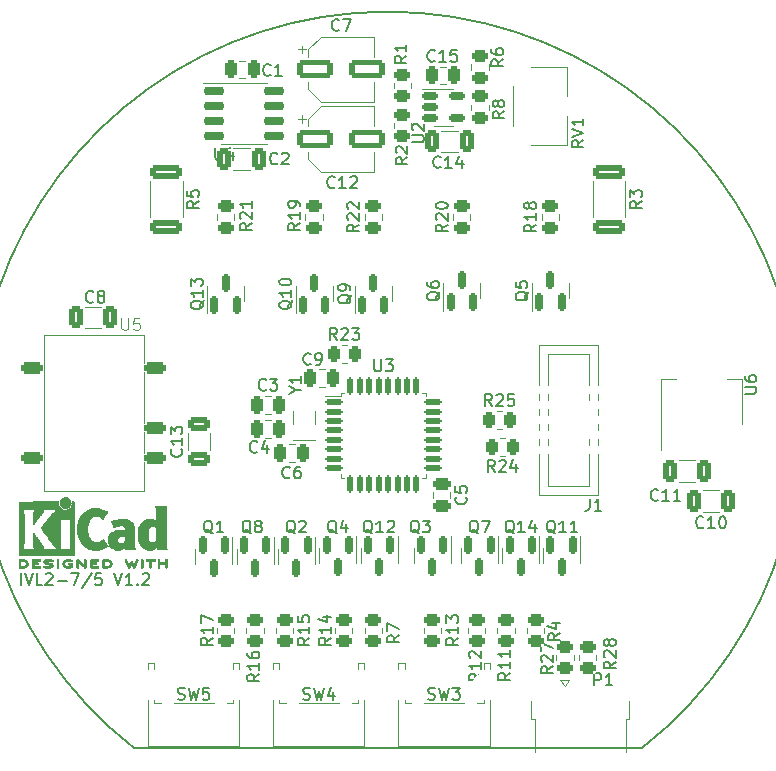
<source format=gto>
G04 #@! TF.GenerationSoftware,KiCad,Pcbnew,7.0.7-7.0.7~ubuntu22.04.1*
G04 #@! TF.CreationDate,2023-10-29T13:36:20+01:00*
G04 #@! TF.ProjectId,vfd1,76666431-2e6b-4696-9361-645f70636258,rev?*
G04 #@! TF.SameCoordinates,Original*
G04 #@! TF.FileFunction,Legend,Top*
G04 #@! TF.FilePolarity,Positive*
%FSLAX46Y46*%
G04 Gerber Fmt 4.6, Leading zero omitted, Abs format (unit mm)*
G04 Created by KiCad (PCBNEW 7.0.7-7.0.7~ubuntu22.04.1) date 2023-10-29 13:36:20*
%MOMM*%
%LPD*%
G01*
G04 APERTURE LIST*
G04 Aperture macros list*
%AMRoundRect*
0 Rectangle with rounded corners*
0 $1 Rounding radius*
0 $2 $3 $4 $5 $6 $7 $8 $9 X,Y pos of 4 corners*
0 Add a 4 corners polygon primitive as box body*
4,1,4,$2,$3,$4,$5,$6,$7,$8,$9,$2,$3,0*
0 Add four circle primitives for the rounded corners*
1,1,$1+$1,$2,$3*
1,1,$1+$1,$4,$5*
1,1,$1+$1,$6,$7*
1,1,$1+$1,$8,$9*
0 Add four rect primitives between the rounded corners*
20,1,$1+$1,$2,$3,$4,$5,0*
20,1,$1+$1,$4,$5,$6,$7,0*
20,1,$1+$1,$6,$7,$8,$9,0*
20,1,$1+$1,$8,$9,$2,$3,0*%
G04 Aperture macros list end*
%ADD10C,0.150000*%
%ADD11C,0.100000*%
%ADD12C,0.120000*%
%ADD13C,0.010000*%
%ADD14RoundRect,0.250000X0.250000X0.475000X-0.250000X0.475000X-0.250000X-0.475000X0.250000X-0.475000X0*%
%ADD15RoundRect,0.250000X-0.450000X0.262500X-0.450000X-0.262500X0.450000X-0.262500X0.450000X0.262500X0*%
%ADD16RoundRect,0.250000X0.450000X-0.262500X0.450000X0.262500X-0.450000X0.262500X-0.450000X-0.262500X0*%
%ADD17RoundRect,0.250000X-1.250000X-0.550000X1.250000X-0.550000X1.250000X0.550000X-1.250000X0.550000X0*%
%ADD18R,2.760000X0.650000*%
%ADD19C,2.100000*%
%ADD20C,1.750000*%
%ADD21RoundRect,0.150000X-0.150000X0.587500X-0.150000X-0.587500X0.150000X-0.587500X0.150000X0.587500X0*%
%ADD22RoundRect,0.150000X0.150000X-0.587500X0.150000X0.587500X-0.150000X0.587500X-0.150000X-0.587500X0*%
%ADD23R,1.800000X1.000000*%
%ADD24RoundRect,0.250000X-0.325000X-0.650000X0.325000X-0.650000X0.325000X0.650000X-0.325000X0.650000X0*%
%ADD25C,5.600000*%
%ADD26RoundRect,0.250000X-0.250000X-0.475000X0.250000X-0.475000X0.250000X0.475000X-0.250000X0.475000X0*%
%ADD27RoundRect,0.150000X-0.512500X-0.150000X0.512500X-0.150000X0.512500X0.150000X-0.512500X0.150000X0*%
%ADD28RoundRect,0.250000X-0.675000X0.250000X-0.675000X-0.250000X0.675000X-0.250000X0.675000X0.250000X0*%
%ADD29R,1.500000X2.000000*%
%ADD30R,3.800000X2.000000*%
%ADD31RoundRect,0.150000X-0.725000X-0.150000X0.725000X-0.150000X0.725000X0.150000X-0.725000X0.150000X0*%
%ADD32RoundRect,0.250000X-1.075000X0.362500X-1.075000X-0.362500X1.075000X-0.362500X1.075000X0.362500X0*%
%ADD33R,0.400000X1.650000*%
%ADD34R,1.825000X0.700000*%
%ADD35R,2.000000X1.500000*%
%ADD36R,1.350000X2.000000*%
%ADD37O,1.350000X1.700000*%
%ADD38O,1.100000X1.500000*%
%ADD39R,1.430000X2.500000*%
%ADD40RoundRect,0.250000X0.262500X0.450000X-0.262500X0.450000X-0.262500X-0.450000X0.262500X-0.450000X0*%
%ADD41RoundRect,0.250000X-0.475000X0.250000X-0.475000X-0.250000X0.475000X-0.250000X0.475000X0.250000X0*%
%ADD42RoundRect,0.250000X0.650000X-0.325000X0.650000X0.325000X-0.650000X0.325000X-0.650000X-0.325000X0*%
%ADD43RoundRect,0.250000X-0.262500X-0.450000X0.262500X-0.450000X0.262500X0.450000X-0.262500X0.450000X0*%
%ADD44RoundRect,0.250000X0.325000X0.650000X-0.325000X0.650000X-0.325000X-0.650000X0.325000X-0.650000X0*%
%ADD45RoundRect,0.125000X-0.625000X-0.125000X0.625000X-0.125000X0.625000X0.125000X-0.625000X0.125000X0*%
%ADD46RoundRect,0.125000X-0.125000X-0.625000X0.125000X-0.625000X0.125000X0.625000X-0.125000X0.625000X0*%
%ADD47R,2.790000X1.190000*%
%ADD48C,1.800000*%
G04 #@! TA.AperFunction,Profile*
%ADD49C,0.150000*%
G04 #@! TD*
G04 APERTURE END LIST*
D10*
X157936779Y-84669819D02*
X157936779Y-83669819D01*
X158270112Y-83669819D02*
X158603445Y-84669819D01*
X158603445Y-84669819D02*
X158936778Y-83669819D01*
X159746302Y-84669819D02*
X159270112Y-84669819D01*
X159270112Y-84669819D02*
X159270112Y-83669819D01*
X160032017Y-83765057D02*
X160079636Y-83717438D01*
X160079636Y-83717438D02*
X160174874Y-83669819D01*
X160174874Y-83669819D02*
X160412969Y-83669819D01*
X160412969Y-83669819D02*
X160508207Y-83717438D01*
X160508207Y-83717438D02*
X160555826Y-83765057D01*
X160555826Y-83765057D02*
X160603445Y-83860295D01*
X160603445Y-83860295D02*
X160603445Y-83955533D01*
X160603445Y-83955533D02*
X160555826Y-84098390D01*
X160555826Y-84098390D02*
X159984398Y-84669819D01*
X159984398Y-84669819D02*
X160603445Y-84669819D01*
X161032017Y-84288866D02*
X161793922Y-84288866D01*
X162174874Y-83669819D02*
X162841540Y-83669819D01*
X162841540Y-83669819D02*
X162412969Y-84669819D01*
X163936778Y-83622200D02*
X163079636Y-84907914D01*
X164746302Y-83669819D02*
X164270112Y-83669819D01*
X164270112Y-83669819D02*
X164222493Y-84146009D01*
X164222493Y-84146009D02*
X164270112Y-84098390D01*
X164270112Y-84098390D02*
X164365350Y-84050771D01*
X164365350Y-84050771D02*
X164603445Y-84050771D01*
X164603445Y-84050771D02*
X164698683Y-84098390D01*
X164698683Y-84098390D02*
X164746302Y-84146009D01*
X164746302Y-84146009D02*
X164793921Y-84241247D01*
X164793921Y-84241247D02*
X164793921Y-84479342D01*
X164793921Y-84479342D02*
X164746302Y-84574580D01*
X164746302Y-84574580D02*
X164698683Y-84622200D01*
X164698683Y-84622200D02*
X164603445Y-84669819D01*
X164603445Y-84669819D02*
X164365350Y-84669819D01*
X164365350Y-84669819D02*
X164270112Y-84622200D01*
X164270112Y-84622200D02*
X164222493Y-84574580D01*
X165841541Y-83669819D02*
X166174874Y-84669819D01*
X166174874Y-84669819D02*
X166508207Y-83669819D01*
X167365350Y-84669819D02*
X166793922Y-84669819D01*
X167079636Y-84669819D02*
X167079636Y-83669819D01*
X167079636Y-83669819D02*
X166984398Y-83812676D01*
X166984398Y-83812676D02*
X166889160Y-83907914D01*
X166889160Y-83907914D02*
X166793922Y-83955533D01*
X167793922Y-84574580D02*
X167841541Y-84622200D01*
X167841541Y-84622200D02*
X167793922Y-84669819D01*
X167793922Y-84669819D02*
X167746303Y-84622200D01*
X167746303Y-84622200D02*
X167793922Y-84574580D01*
X167793922Y-84574580D02*
X167793922Y-84669819D01*
X168222493Y-83765057D02*
X168270112Y-83717438D01*
X168270112Y-83717438D02*
X168365350Y-83669819D01*
X168365350Y-83669819D02*
X168603445Y-83669819D01*
X168603445Y-83669819D02*
X168698683Y-83717438D01*
X168698683Y-83717438D02*
X168746302Y-83765057D01*
X168746302Y-83765057D02*
X168793921Y-83860295D01*
X168793921Y-83860295D02*
X168793921Y-83955533D01*
X168793921Y-83955533D02*
X168746302Y-84098390D01*
X168746302Y-84098390D02*
X168174874Y-84669819D01*
X168174874Y-84669819D02*
X168793921Y-84669819D01*
X179058333Y-41459580D02*
X179010714Y-41507200D01*
X179010714Y-41507200D02*
X178867857Y-41554819D01*
X178867857Y-41554819D02*
X178772619Y-41554819D01*
X178772619Y-41554819D02*
X178629762Y-41507200D01*
X178629762Y-41507200D02*
X178534524Y-41411961D01*
X178534524Y-41411961D02*
X178486905Y-41316723D01*
X178486905Y-41316723D02*
X178439286Y-41126247D01*
X178439286Y-41126247D02*
X178439286Y-40983390D01*
X178439286Y-40983390D02*
X178486905Y-40792914D01*
X178486905Y-40792914D02*
X178534524Y-40697676D01*
X178534524Y-40697676D02*
X178629762Y-40602438D01*
X178629762Y-40602438D02*
X178772619Y-40554819D01*
X178772619Y-40554819D02*
X178867857Y-40554819D01*
X178867857Y-40554819D02*
X179010714Y-40602438D01*
X179010714Y-40602438D02*
X179058333Y-40650057D01*
X180010714Y-41554819D02*
X179439286Y-41554819D01*
X179725000Y-41554819D02*
X179725000Y-40554819D01*
X179725000Y-40554819D02*
X179629762Y-40697676D01*
X179629762Y-40697676D02*
X179534524Y-40792914D01*
X179534524Y-40792914D02*
X179439286Y-40840533D01*
X202954819Y-91555357D02*
X202478628Y-91888690D01*
X202954819Y-92126785D02*
X201954819Y-92126785D01*
X201954819Y-92126785D02*
X201954819Y-91745833D01*
X201954819Y-91745833D02*
X202002438Y-91650595D01*
X202002438Y-91650595D02*
X202050057Y-91602976D01*
X202050057Y-91602976D02*
X202145295Y-91555357D01*
X202145295Y-91555357D02*
X202288152Y-91555357D01*
X202288152Y-91555357D02*
X202383390Y-91602976D01*
X202383390Y-91602976D02*
X202431009Y-91650595D01*
X202431009Y-91650595D02*
X202478628Y-91745833D01*
X202478628Y-91745833D02*
X202478628Y-92126785D01*
X202050057Y-91174404D02*
X202002438Y-91126785D01*
X202002438Y-91126785D02*
X201954819Y-91031547D01*
X201954819Y-91031547D02*
X201954819Y-90793452D01*
X201954819Y-90793452D02*
X202002438Y-90698214D01*
X202002438Y-90698214D02*
X202050057Y-90650595D01*
X202050057Y-90650595D02*
X202145295Y-90602976D01*
X202145295Y-90602976D02*
X202240533Y-90602976D01*
X202240533Y-90602976D02*
X202383390Y-90650595D01*
X202383390Y-90650595D02*
X202954819Y-91222023D01*
X202954819Y-91222023D02*
X202954819Y-90602976D01*
X201954819Y-90269642D02*
X201954819Y-89602976D01*
X201954819Y-89602976D02*
X202954819Y-90031547D01*
X177454819Y-54042857D02*
X176978628Y-54376190D01*
X177454819Y-54614285D02*
X176454819Y-54614285D01*
X176454819Y-54614285D02*
X176454819Y-54233333D01*
X176454819Y-54233333D02*
X176502438Y-54138095D01*
X176502438Y-54138095D02*
X176550057Y-54090476D01*
X176550057Y-54090476D02*
X176645295Y-54042857D01*
X176645295Y-54042857D02*
X176788152Y-54042857D01*
X176788152Y-54042857D02*
X176883390Y-54090476D01*
X176883390Y-54090476D02*
X176931009Y-54138095D01*
X176931009Y-54138095D02*
X176978628Y-54233333D01*
X176978628Y-54233333D02*
X176978628Y-54614285D01*
X176550057Y-53661904D02*
X176502438Y-53614285D01*
X176502438Y-53614285D02*
X176454819Y-53519047D01*
X176454819Y-53519047D02*
X176454819Y-53280952D01*
X176454819Y-53280952D02*
X176502438Y-53185714D01*
X176502438Y-53185714D02*
X176550057Y-53138095D01*
X176550057Y-53138095D02*
X176645295Y-53090476D01*
X176645295Y-53090476D02*
X176740533Y-53090476D01*
X176740533Y-53090476D02*
X176883390Y-53138095D01*
X176883390Y-53138095D02*
X177454819Y-53709523D01*
X177454819Y-53709523D02*
X177454819Y-53090476D01*
X177454819Y-52138095D02*
X177454819Y-52709523D01*
X177454819Y-52423809D02*
X176454819Y-52423809D01*
X176454819Y-52423809D02*
X176597676Y-52519047D01*
X176597676Y-52519047D02*
X176692914Y-52614285D01*
X176692914Y-52614285D02*
X176740533Y-52709523D01*
X184858333Y-37659580D02*
X184810714Y-37707200D01*
X184810714Y-37707200D02*
X184667857Y-37754819D01*
X184667857Y-37754819D02*
X184572619Y-37754819D01*
X184572619Y-37754819D02*
X184429762Y-37707200D01*
X184429762Y-37707200D02*
X184334524Y-37611961D01*
X184334524Y-37611961D02*
X184286905Y-37516723D01*
X184286905Y-37516723D02*
X184239286Y-37326247D01*
X184239286Y-37326247D02*
X184239286Y-37183390D01*
X184239286Y-37183390D02*
X184286905Y-36992914D01*
X184286905Y-36992914D02*
X184334524Y-36897676D01*
X184334524Y-36897676D02*
X184429762Y-36802438D01*
X184429762Y-36802438D02*
X184572619Y-36754819D01*
X184572619Y-36754819D02*
X184667857Y-36754819D01*
X184667857Y-36754819D02*
X184810714Y-36802438D01*
X184810714Y-36802438D02*
X184858333Y-36850057D01*
X185191667Y-36754819D02*
X185858333Y-36754819D01*
X185858333Y-36754819D02*
X185429762Y-37754819D01*
X190554819Y-39866666D02*
X190078628Y-40199999D01*
X190554819Y-40438094D02*
X189554819Y-40438094D01*
X189554819Y-40438094D02*
X189554819Y-40057142D01*
X189554819Y-40057142D02*
X189602438Y-39961904D01*
X189602438Y-39961904D02*
X189650057Y-39914285D01*
X189650057Y-39914285D02*
X189745295Y-39866666D01*
X189745295Y-39866666D02*
X189888152Y-39866666D01*
X189888152Y-39866666D02*
X189983390Y-39914285D01*
X189983390Y-39914285D02*
X190031009Y-39961904D01*
X190031009Y-39961904D02*
X190078628Y-40057142D01*
X190078628Y-40057142D02*
X190078628Y-40438094D01*
X190554819Y-38914285D02*
X190554819Y-39485713D01*
X190554819Y-39199999D02*
X189554819Y-39199999D01*
X189554819Y-39199999D02*
X189697676Y-39295237D01*
X189697676Y-39295237D02*
X189792914Y-39390475D01*
X189792914Y-39390475D02*
X189840533Y-39485713D01*
X206066666Y-77354819D02*
X206066666Y-78069104D01*
X206066666Y-78069104D02*
X206019047Y-78211961D01*
X206019047Y-78211961D02*
X205923809Y-78307200D01*
X205923809Y-78307200D02*
X205780952Y-78354819D01*
X205780952Y-78354819D02*
X205685714Y-78354819D01*
X207066666Y-78354819D02*
X206495238Y-78354819D01*
X206780952Y-78354819D02*
X206780952Y-77354819D01*
X206780952Y-77354819D02*
X206685714Y-77497676D01*
X206685714Y-77497676D02*
X206590476Y-77592914D01*
X206590476Y-77592914D02*
X206495238Y-77640533D01*
X192416667Y-94327200D02*
X192559524Y-94374819D01*
X192559524Y-94374819D02*
X192797619Y-94374819D01*
X192797619Y-94374819D02*
X192892857Y-94327200D01*
X192892857Y-94327200D02*
X192940476Y-94279580D01*
X192940476Y-94279580D02*
X192988095Y-94184342D01*
X192988095Y-94184342D02*
X192988095Y-94089104D01*
X192988095Y-94089104D02*
X192940476Y-93993866D01*
X192940476Y-93993866D02*
X192892857Y-93946247D01*
X192892857Y-93946247D02*
X192797619Y-93898628D01*
X192797619Y-93898628D02*
X192607143Y-93851009D01*
X192607143Y-93851009D02*
X192511905Y-93803390D01*
X192511905Y-93803390D02*
X192464286Y-93755771D01*
X192464286Y-93755771D02*
X192416667Y-93660533D01*
X192416667Y-93660533D02*
X192416667Y-93565295D01*
X192416667Y-93565295D02*
X192464286Y-93470057D01*
X192464286Y-93470057D02*
X192511905Y-93422438D01*
X192511905Y-93422438D02*
X192607143Y-93374819D01*
X192607143Y-93374819D02*
X192845238Y-93374819D01*
X192845238Y-93374819D02*
X192988095Y-93422438D01*
X193321429Y-93374819D02*
X193559524Y-94374819D01*
X193559524Y-94374819D02*
X193750000Y-93660533D01*
X193750000Y-93660533D02*
X193940476Y-94374819D01*
X193940476Y-94374819D02*
X194178572Y-93374819D01*
X194464286Y-93374819D02*
X195083333Y-93374819D01*
X195083333Y-93374819D02*
X194750000Y-93755771D01*
X194750000Y-93755771D02*
X194892857Y-93755771D01*
X194892857Y-93755771D02*
X194988095Y-93803390D01*
X194988095Y-93803390D02*
X195035714Y-93851009D01*
X195035714Y-93851009D02*
X195083333Y-93946247D01*
X195083333Y-93946247D02*
X195083333Y-94184342D01*
X195083333Y-94184342D02*
X195035714Y-94279580D01*
X195035714Y-94279580D02*
X194988095Y-94327200D01*
X194988095Y-94327200D02*
X194892857Y-94374819D01*
X194892857Y-94374819D02*
X194607143Y-94374819D01*
X194607143Y-94374819D02*
X194511905Y-94327200D01*
X194511905Y-94327200D02*
X194464286Y-94279580D01*
X191654761Y-80300057D02*
X191559523Y-80252438D01*
X191559523Y-80252438D02*
X191464285Y-80157200D01*
X191464285Y-80157200D02*
X191321428Y-80014342D01*
X191321428Y-80014342D02*
X191226190Y-79966723D01*
X191226190Y-79966723D02*
X191130952Y-79966723D01*
X191178571Y-80204819D02*
X191083333Y-80157200D01*
X191083333Y-80157200D02*
X190988095Y-80061961D01*
X190988095Y-80061961D02*
X190940476Y-79871485D01*
X190940476Y-79871485D02*
X190940476Y-79538152D01*
X190940476Y-79538152D02*
X190988095Y-79347676D01*
X190988095Y-79347676D02*
X191083333Y-79252438D01*
X191083333Y-79252438D02*
X191178571Y-79204819D01*
X191178571Y-79204819D02*
X191369047Y-79204819D01*
X191369047Y-79204819D02*
X191464285Y-79252438D01*
X191464285Y-79252438D02*
X191559523Y-79347676D01*
X191559523Y-79347676D02*
X191607142Y-79538152D01*
X191607142Y-79538152D02*
X191607142Y-79871485D01*
X191607142Y-79871485D02*
X191559523Y-80061961D01*
X191559523Y-80061961D02*
X191464285Y-80157200D01*
X191464285Y-80157200D02*
X191369047Y-80204819D01*
X191369047Y-80204819D02*
X191178571Y-80204819D01*
X191940476Y-79204819D02*
X192559523Y-79204819D01*
X192559523Y-79204819D02*
X192226190Y-79585771D01*
X192226190Y-79585771D02*
X192369047Y-79585771D01*
X192369047Y-79585771D02*
X192464285Y-79633390D01*
X192464285Y-79633390D02*
X192511904Y-79681009D01*
X192511904Y-79681009D02*
X192559523Y-79776247D01*
X192559523Y-79776247D02*
X192559523Y-80014342D01*
X192559523Y-80014342D02*
X192511904Y-80109580D01*
X192511904Y-80109580D02*
X192464285Y-80157200D01*
X192464285Y-80157200D02*
X192369047Y-80204819D01*
X192369047Y-80204819D02*
X192083333Y-80204819D01*
X192083333Y-80204819D02*
X191988095Y-80157200D01*
X191988095Y-80157200D02*
X191940476Y-80109580D01*
X203178571Y-80300057D02*
X203083333Y-80252438D01*
X203083333Y-80252438D02*
X202988095Y-80157200D01*
X202988095Y-80157200D02*
X202845238Y-80014342D01*
X202845238Y-80014342D02*
X202750000Y-79966723D01*
X202750000Y-79966723D02*
X202654762Y-79966723D01*
X202702381Y-80204819D02*
X202607143Y-80157200D01*
X202607143Y-80157200D02*
X202511905Y-80061961D01*
X202511905Y-80061961D02*
X202464286Y-79871485D01*
X202464286Y-79871485D02*
X202464286Y-79538152D01*
X202464286Y-79538152D02*
X202511905Y-79347676D01*
X202511905Y-79347676D02*
X202607143Y-79252438D01*
X202607143Y-79252438D02*
X202702381Y-79204819D01*
X202702381Y-79204819D02*
X202892857Y-79204819D01*
X202892857Y-79204819D02*
X202988095Y-79252438D01*
X202988095Y-79252438D02*
X203083333Y-79347676D01*
X203083333Y-79347676D02*
X203130952Y-79538152D01*
X203130952Y-79538152D02*
X203130952Y-79871485D01*
X203130952Y-79871485D02*
X203083333Y-80061961D01*
X203083333Y-80061961D02*
X202988095Y-80157200D01*
X202988095Y-80157200D02*
X202892857Y-80204819D01*
X202892857Y-80204819D02*
X202702381Y-80204819D01*
X204083333Y-80204819D02*
X203511905Y-80204819D01*
X203797619Y-80204819D02*
X203797619Y-79204819D01*
X203797619Y-79204819D02*
X203702381Y-79347676D01*
X203702381Y-79347676D02*
X203607143Y-79442914D01*
X203607143Y-79442914D02*
X203511905Y-79490533D01*
X205035714Y-80204819D02*
X204464286Y-80204819D01*
X204750000Y-80204819D02*
X204750000Y-79204819D01*
X204750000Y-79204819D02*
X204654762Y-79347676D01*
X204654762Y-79347676D02*
X204559524Y-79442914D01*
X204559524Y-79442914D02*
X204464286Y-79490533D01*
X173400057Y-60571428D02*
X173352438Y-60666666D01*
X173352438Y-60666666D02*
X173257200Y-60761904D01*
X173257200Y-60761904D02*
X173114342Y-60904761D01*
X173114342Y-60904761D02*
X173066723Y-60999999D01*
X173066723Y-60999999D02*
X173066723Y-61095237D01*
X173304819Y-61047618D02*
X173257200Y-61142856D01*
X173257200Y-61142856D02*
X173161961Y-61238094D01*
X173161961Y-61238094D02*
X172971485Y-61285713D01*
X172971485Y-61285713D02*
X172638152Y-61285713D01*
X172638152Y-61285713D02*
X172447676Y-61238094D01*
X172447676Y-61238094D02*
X172352438Y-61142856D01*
X172352438Y-61142856D02*
X172304819Y-61047618D01*
X172304819Y-61047618D02*
X172304819Y-60857142D01*
X172304819Y-60857142D02*
X172352438Y-60761904D01*
X172352438Y-60761904D02*
X172447676Y-60666666D01*
X172447676Y-60666666D02*
X172638152Y-60619047D01*
X172638152Y-60619047D02*
X172971485Y-60619047D01*
X172971485Y-60619047D02*
X173161961Y-60666666D01*
X173161961Y-60666666D02*
X173257200Y-60761904D01*
X173257200Y-60761904D02*
X173304819Y-60857142D01*
X173304819Y-60857142D02*
X173304819Y-61047618D01*
X173304819Y-59666666D02*
X173304819Y-60238094D01*
X173304819Y-59952380D02*
X172304819Y-59952380D01*
X172304819Y-59952380D02*
X172447676Y-60047618D01*
X172447676Y-60047618D02*
X172542914Y-60142856D01*
X172542914Y-60142856D02*
X172590533Y-60238094D01*
X172304819Y-59333332D02*
X172304819Y-58714285D01*
X172304819Y-58714285D02*
X172685771Y-59047618D01*
X172685771Y-59047618D02*
X172685771Y-58904761D01*
X172685771Y-58904761D02*
X172733390Y-58809523D01*
X172733390Y-58809523D02*
X172781009Y-58761904D01*
X172781009Y-58761904D02*
X172876247Y-58714285D01*
X172876247Y-58714285D02*
X173114342Y-58714285D01*
X173114342Y-58714285D02*
X173209580Y-58761904D01*
X173209580Y-58761904D02*
X173257200Y-58809523D01*
X173257200Y-58809523D02*
X173304819Y-58904761D01*
X173304819Y-58904761D02*
X173304819Y-59190475D01*
X173304819Y-59190475D02*
X173257200Y-59285713D01*
X173257200Y-59285713D02*
X173209580Y-59333332D01*
X180683333Y-75539580D02*
X180635714Y-75587200D01*
X180635714Y-75587200D02*
X180492857Y-75634819D01*
X180492857Y-75634819D02*
X180397619Y-75634819D01*
X180397619Y-75634819D02*
X180254762Y-75587200D01*
X180254762Y-75587200D02*
X180159524Y-75491961D01*
X180159524Y-75491961D02*
X180111905Y-75396723D01*
X180111905Y-75396723D02*
X180064286Y-75206247D01*
X180064286Y-75206247D02*
X180064286Y-75063390D01*
X180064286Y-75063390D02*
X180111905Y-74872914D01*
X180111905Y-74872914D02*
X180159524Y-74777676D01*
X180159524Y-74777676D02*
X180254762Y-74682438D01*
X180254762Y-74682438D02*
X180397619Y-74634819D01*
X180397619Y-74634819D02*
X180492857Y-74634819D01*
X180492857Y-74634819D02*
X180635714Y-74682438D01*
X180635714Y-74682438D02*
X180683333Y-74730057D01*
X181540476Y-74634819D02*
X181350000Y-74634819D01*
X181350000Y-74634819D02*
X181254762Y-74682438D01*
X181254762Y-74682438D02*
X181207143Y-74730057D01*
X181207143Y-74730057D02*
X181111905Y-74872914D01*
X181111905Y-74872914D02*
X181064286Y-75063390D01*
X181064286Y-75063390D02*
X181064286Y-75444342D01*
X181064286Y-75444342D02*
X181111905Y-75539580D01*
X181111905Y-75539580D02*
X181159524Y-75587200D01*
X181159524Y-75587200D02*
X181254762Y-75634819D01*
X181254762Y-75634819D02*
X181445238Y-75634819D01*
X181445238Y-75634819D02*
X181540476Y-75587200D01*
X181540476Y-75587200D02*
X181588095Y-75539580D01*
X181588095Y-75539580D02*
X181635714Y-75444342D01*
X181635714Y-75444342D02*
X181635714Y-75206247D01*
X181635714Y-75206247D02*
X181588095Y-75111009D01*
X181588095Y-75111009D02*
X181540476Y-75063390D01*
X181540476Y-75063390D02*
X181445238Y-75015771D01*
X181445238Y-75015771D02*
X181254762Y-75015771D01*
X181254762Y-75015771D02*
X181159524Y-75063390D01*
X181159524Y-75063390D02*
X181111905Y-75111009D01*
X181111905Y-75111009D02*
X181064286Y-75206247D01*
X181178628Y-68176190D02*
X181654819Y-68176190D01*
X180654819Y-68509523D02*
X181178628Y-68176190D01*
X181178628Y-68176190D02*
X180654819Y-67842857D01*
X181654819Y-66985714D02*
X181654819Y-67557142D01*
X181654819Y-67271428D02*
X180654819Y-67271428D01*
X180654819Y-67271428D02*
X180797676Y-67366666D01*
X180797676Y-67366666D02*
X180892914Y-67461904D01*
X180892914Y-67461904D02*
X180940533Y-67557142D01*
X203554819Y-88766666D02*
X203078628Y-89099999D01*
X203554819Y-89338094D02*
X202554819Y-89338094D01*
X202554819Y-89338094D02*
X202554819Y-88957142D01*
X202554819Y-88957142D02*
X202602438Y-88861904D01*
X202602438Y-88861904D02*
X202650057Y-88814285D01*
X202650057Y-88814285D02*
X202745295Y-88766666D01*
X202745295Y-88766666D02*
X202888152Y-88766666D01*
X202888152Y-88766666D02*
X202983390Y-88814285D01*
X202983390Y-88814285D02*
X203031009Y-88861904D01*
X203031009Y-88861904D02*
X203078628Y-88957142D01*
X203078628Y-88957142D02*
X203078628Y-89338094D01*
X202888152Y-87909523D02*
X203554819Y-87909523D01*
X202507200Y-88147618D02*
X203221485Y-88385713D01*
X203221485Y-88385713D02*
X203221485Y-87766666D01*
X179633333Y-48959580D02*
X179585714Y-49007200D01*
X179585714Y-49007200D02*
X179442857Y-49054819D01*
X179442857Y-49054819D02*
X179347619Y-49054819D01*
X179347619Y-49054819D02*
X179204762Y-49007200D01*
X179204762Y-49007200D02*
X179109524Y-48911961D01*
X179109524Y-48911961D02*
X179061905Y-48816723D01*
X179061905Y-48816723D02*
X179014286Y-48626247D01*
X179014286Y-48626247D02*
X179014286Y-48483390D01*
X179014286Y-48483390D02*
X179061905Y-48292914D01*
X179061905Y-48292914D02*
X179109524Y-48197676D01*
X179109524Y-48197676D02*
X179204762Y-48102438D01*
X179204762Y-48102438D02*
X179347619Y-48054819D01*
X179347619Y-48054819D02*
X179442857Y-48054819D01*
X179442857Y-48054819D02*
X179585714Y-48102438D01*
X179585714Y-48102438D02*
X179633333Y-48150057D01*
X180014286Y-48150057D02*
X180061905Y-48102438D01*
X180061905Y-48102438D02*
X180157143Y-48054819D01*
X180157143Y-48054819D02*
X180395238Y-48054819D01*
X180395238Y-48054819D02*
X180490476Y-48102438D01*
X180490476Y-48102438D02*
X180538095Y-48150057D01*
X180538095Y-48150057D02*
X180585714Y-48245295D01*
X180585714Y-48245295D02*
X180585714Y-48340533D01*
X180585714Y-48340533D02*
X180538095Y-48483390D01*
X180538095Y-48483390D02*
X179966667Y-49054819D01*
X179966667Y-49054819D02*
X180585714Y-49054819D01*
X187678571Y-80300057D02*
X187583333Y-80252438D01*
X187583333Y-80252438D02*
X187488095Y-80157200D01*
X187488095Y-80157200D02*
X187345238Y-80014342D01*
X187345238Y-80014342D02*
X187250000Y-79966723D01*
X187250000Y-79966723D02*
X187154762Y-79966723D01*
X187202381Y-80204819D02*
X187107143Y-80157200D01*
X187107143Y-80157200D02*
X187011905Y-80061961D01*
X187011905Y-80061961D02*
X186964286Y-79871485D01*
X186964286Y-79871485D02*
X186964286Y-79538152D01*
X186964286Y-79538152D02*
X187011905Y-79347676D01*
X187011905Y-79347676D02*
X187107143Y-79252438D01*
X187107143Y-79252438D02*
X187202381Y-79204819D01*
X187202381Y-79204819D02*
X187392857Y-79204819D01*
X187392857Y-79204819D02*
X187488095Y-79252438D01*
X187488095Y-79252438D02*
X187583333Y-79347676D01*
X187583333Y-79347676D02*
X187630952Y-79538152D01*
X187630952Y-79538152D02*
X187630952Y-79871485D01*
X187630952Y-79871485D02*
X187583333Y-80061961D01*
X187583333Y-80061961D02*
X187488095Y-80157200D01*
X187488095Y-80157200D02*
X187392857Y-80204819D01*
X187392857Y-80204819D02*
X187202381Y-80204819D01*
X188583333Y-80204819D02*
X188011905Y-80204819D01*
X188297619Y-80204819D02*
X188297619Y-79204819D01*
X188297619Y-79204819D02*
X188202381Y-79347676D01*
X188202381Y-79347676D02*
X188107143Y-79442914D01*
X188107143Y-79442914D02*
X188011905Y-79490533D01*
X188964286Y-79300057D02*
X189011905Y-79252438D01*
X189011905Y-79252438D02*
X189107143Y-79204819D01*
X189107143Y-79204819D02*
X189345238Y-79204819D01*
X189345238Y-79204819D02*
X189440476Y-79252438D01*
X189440476Y-79252438D02*
X189488095Y-79300057D01*
X189488095Y-79300057D02*
X189535714Y-79395295D01*
X189535714Y-79395295D02*
X189535714Y-79490533D01*
X189535714Y-79490533D02*
X189488095Y-79633390D01*
X189488095Y-79633390D02*
X188916667Y-80204819D01*
X188916667Y-80204819D02*
X189535714Y-80204819D01*
X182459333Y-65928780D02*
X182411714Y-65976400D01*
X182411714Y-65976400D02*
X182268857Y-66024019D01*
X182268857Y-66024019D02*
X182173619Y-66024019D01*
X182173619Y-66024019D02*
X182030762Y-65976400D01*
X182030762Y-65976400D02*
X181935524Y-65881161D01*
X181935524Y-65881161D02*
X181887905Y-65785923D01*
X181887905Y-65785923D02*
X181840286Y-65595447D01*
X181840286Y-65595447D02*
X181840286Y-65452590D01*
X181840286Y-65452590D02*
X181887905Y-65262114D01*
X181887905Y-65262114D02*
X181935524Y-65166876D01*
X181935524Y-65166876D02*
X182030762Y-65071638D01*
X182030762Y-65071638D02*
X182173619Y-65024019D01*
X182173619Y-65024019D02*
X182268857Y-65024019D01*
X182268857Y-65024019D02*
X182411714Y-65071638D01*
X182411714Y-65071638D02*
X182459333Y-65119257D01*
X182935524Y-66024019D02*
X183126000Y-66024019D01*
X183126000Y-66024019D02*
X183221238Y-65976400D01*
X183221238Y-65976400D02*
X183268857Y-65928780D01*
X183268857Y-65928780D02*
X183364095Y-65785923D01*
X183364095Y-65785923D02*
X183411714Y-65595447D01*
X183411714Y-65595447D02*
X183411714Y-65214495D01*
X183411714Y-65214495D02*
X183364095Y-65119257D01*
X183364095Y-65119257D02*
X183316476Y-65071638D01*
X183316476Y-65071638D02*
X183221238Y-65024019D01*
X183221238Y-65024019D02*
X183030762Y-65024019D01*
X183030762Y-65024019D02*
X182935524Y-65071638D01*
X182935524Y-65071638D02*
X182887905Y-65119257D01*
X182887905Y-65119257D02*
X182840286Y-65214495D01*
X182840286Y-65214495D02*
X182840286Y-65452590D01*
X182840286Y-65452590D02*
X182887905Y-65547828D01*
X182887905Y-65547828D02*
X182935524Y-65595447D01*
X182935524Y-65595447D02*
X183030762Y-65643066D01*
X183030762Y-65643066D02*
X183221238Y-65643066D01*
X183221238Y-65643066D02*
X183316476Y-65595447D01*
X183316476Y-65595447D02*
X183364095Y-65547828D01*
X183364095Y-65547828D02*
X183411714Y-65452590D01*
X191054819Y-47161904D02*
X191864342Y-47161904D01*
X191864342Y-47161904D02*
X191959580Y-47114285D01*
X191959580Y-47114285D02*
X192007200Y-47066666D01*
X192007200Y-47066666D02*
X192054819Y-46971428D01*
X192054819Y-46971428D02*
X192054819Y-46780952D01*
X192054819Y-46780952D02*
X192007200Y-46685714D01*
X192007200Y-46685714D02*
X191959580Y-46638095D01*
X191959580Y-46638095D02*
X191864342Y-46590476D01*
X191864342Y-46590476D02*
X191054819Y-46590476D01*
X191150057Y-46161904D02*
X191102438Y-46114285D01*
X191102438Y-46114285D02*
X191054819Y-46019047D01*
X191054819Y-46019047D02*
X191054819Y-45780952D01*
X191054819Y-45780952D02*
X191102438Y-45685714D01*
X191102438Y-45685714D02*
X191150057Y-45638095D01*
X191150057Y-45638095D02*
X191245295Y-45590476D01*
X191245295Y-45590476D02*
X191340533Y-45590476D01*
X191340533Y-45590476D02*
X191483390Y-45638095D01*
X191483390Y-45638095D02*
X192054819Y-46209523D01*
X192054819Y-46209523D02*
X192054819Y-45590476D01*
D11*
X166438095Y-62057419D02*
X166438095Y-62866942D01*
X166438095Y-62866942D02*
X166485714Y-62962180D01*
X166485714Y-62962180D02*
X166533333Y-63009800D01*
X166533333Y-63009800D02*
X166628571Y-63057419D01*
X166628571Y-63057419D02*
X166819047Y-63057419D01*
X166819047Y-63057419D02*
X166914285Y-63009800D01*
X166914285Y-63009800D02*
X166961904Y-62962180D01*
X166961904Y-62962180D02*
X167009523Y-62866942D01*
X167009523Y-62866942D02*
X167009523Y-62057419D01*
X167961904Y-62057419D02*
X167485714Y-62057419D01*
X167485714Y-62057419D02*
X167438095Y-62533609D01*
X167438095Y-62533609D02*
X167485714Y-62485990D01*
X167485714Y-62485990D02*
X167580952Y-62438371D01*
X167580952Y-62438371D02*
X167819047Y-62438371D01*
X167819047Y-62438371D02*
X167914285Y-62485990D01*
X167914285Y-62485990D02*
X167961904Y-62533609D01*
X167961904Y-62533609D02*
X168009523Y-62628847D01*
X168009523Y-62628847D02*
X168009523Y-62866942D01*
X168009523Y-62866942D02*
X167961904Y-62962180D01*
X167961904Y-62962180D02*
X167914285Y-63009800D01*
X167914285Y-63009800D02*
X167819047Y-63057419D01*
X167819047Y-63057419D02*
X167580952Y-63057419D01*
X167580952Y-63057419D02*
X167485714Y-63009800D01*
X167485714Y-63009800D02*
X167438095Y-62962180D01*
D10*
X219200071Y-68451904D02*
X220009594Y-68451904D01*
X220009594Y-68451904D02*
X220104832Y-68404285D01*
X220104832Y-68404285D02*
X220152452Y-68356666D01*
X220152452Y-68356666D02*
X220200071Y-68261428D01*
X220200071Y-68261428D02*
X220200071Y-68070952D01*
X220200071Y-68070952D02*
X220152452Y-67975714D01*
X220152452Y-67975714D02*
X220104832Y-67928095D01*
X220104832Y-67928095D02*
X220009594Y-67880476D01*
X220009594Y-67880476D02*
X219200071Y-67880476D01*
X219200071Y-66975714D02*
X219200071Y-67166190D01*
X219200071Y-67166190D02*
X219247690Y-67261428D01*
X219247690Y-67261428D02*
X219295309Y-67309047D01*
X219295309Y-67309047D02*
X219438166Y-67404285D01*
X219438166Y-67404285D02*
X219628642Y-67451904D01*
X219628642Y-67451904D02*
X220009594Y-67451904D01*
X220009594Y-67451904D02*
X220104832Y-67404285D01*
X220104832Y-67404285D02*
X220152452Y-67356666D01*
X220152452Y-67356666D02*
X220200071Y-67261428D01*
X220200071Y-67261428D02*
X220200071Y-67070952D01*
X220200071Y-67070952D02*
X220152452Y-66975714D01*
X220152452Y-66975714D02*
X220104832Y-66928095D01*
X220104832Y-66928095D02*
X220009594Y-66880476D01*
X220009594Y-66880476D02*
X219771499Y-66880476D01*
X219771499Y-66880476D02*
X219676261Y-66928095D01*
X219676261Y-66928095D02*
X219628642Y-66975714D01*
X219628642Y-66975714D02*
X219581023Y-67070952D01*
X219581023Y-67070952D02*
X219581023Y-67261428D01*
X219581023Y-67261428D02*
X219628642Y-67356666D01*
X219628642Y-67356666D02*
X219676261Y-67404285D01*
X219676261Y-67404285D02*
X219771499Y-67451904D01*
X186554819Y-54142857D02*
X186078628Y-54476190D01*
X186554819Y-54714285D02*
X185554819Y-54714285D01*
X185554819Y-54714285D02*
X185554819Y-54333333D01*
X185554819Y-54333333D02*
X185602438Y-54238095D01*
X185602438Y-54238095D02*
X185650057Y-54190476D01*
X185650057Y-54190476D02*
X185745295Y-54142857D01*
X185745295Y-54142857D02*
X185888152Y-54142857D01*
X185888152Y-54142857D02*
X185983390Y-54190476D01*
X185983390Y-54190476D02*
X186031009Y-54238095D01*
X186031009Y-54238095D02*
X186078628Y-54333333D01*
X186078628Y-54333333D02*
X186078628Y-54714285D01*
X185650057Y-53761904D02*
X185602438Y-53714285D01*
X185602438Y-53714285D02*
X185554819Y-53619047D01*
X185554819Y-53619047D02*
X185554819Y-53380952D01*
X185554819Y-53380952D02*
X185602438Y-53285714D01*
X185602438Y-53285714D02*
X185650057Y-53238095D01*
X185650057Y-53238095D02*
X185745295Y-53190476D01*
X185745295Y-53190476D02*
X185840533Y-53190476D01*
X185840533Y-53190476D02*
X185983390Y-53238095D01*
X185983390Y-53238095D02*
X186554819Y-53809523D01*
X186554819Y-53809523D02*
X186554819Y-53190476D01*
X185650057Y-52809523D02*
X185602438Y-52761904D01*
X185602438Y-52761904D02*
X185554819Y-52666666D01*
X185554819Y-52666666D02*
X185554819Y-52428571D01*
X185554819Y-52428571D02*
X185602438Y-52333333D01*
X185602438Y-52333333D02*
X185650057Y-52285714D01*
X185650057Y-52285714D02*
X185745295Y-52238095D01*
X185745295Y-52238095D02*
X185840533Y-52238095D01*
X185840533Y-52238095D02*
X185983390Y-52285714D01*
X185983390Y-52285714D02*
X186554819Y-52857142D01*
X186554819Y-52857142D02*
X186554819Y-52238095D01*
X174363095Y-47654819D02*
X174363095Y-48464342D01*
X174363095Y-48464342D02*
X174410714Y-48559580D01*
X174410714Y-48559580D02*
X174458333Y-48607200D01*
X174458333Y-48607200D02*
X174553571Y-48654819D01*
X174553571Y-48654819D02*
X174744047Y-48654819D01*
X174744047Y-48654819D02*
X174839285Y-48607200D01*
X174839285Y-48607200D02*
X174886904Y-48559580D01*
X174886904Y-48559580D02*
X174934523Y-48464342D01*
X174934523Y-48464342D02*
X174934523Y-47654819D01*
X175839285Y-47988152D02*
X175839285Y-48654819D01*
X175601190Y-47607200D02*
X175363095Y-48321485D01*
X175363095Y-48321485D02*
X175982142Y-48321485D01*
X210484819Y-52166666D02*
X210008628Y-52499999D01*
X210484819Y-52738094D02*
X209484819Y-52738094D01*
X209484819Y-52738094D02*
X209484819Y-52357142D01*
X209484819Y-52357142D02*
X209532438Y-52261904D01*
X209532438Y-52261904D02*
X209580057Y-52214285D01*
X209580057Y-52214285D02*
X209675295Y-52166666D01*
X209675295Y-52166666D02*
X209818152Y-52166666D01*
X209818152Y-52166666D02*
X209913390Y-52214285D01*
X209913390Y-52214285D02*
X209961009Y-52261904D01*
X209961009Y-52261904D02*
X210008628Y-52357142D01*
X210008628Y-52357142D02*
X210008628Y-52738094D01*
X209484819Y-51833332D02*
X209484819Y-51214285D01*
X209484819Y-51214285D02*
X209865771Y-51547618D01*
X209865771Y-51547618D02*
X209865771Y-51404761D01*
X209865771Y-51404761D02*
X209913390Y-51309523D01*
X209913390Y-51309523D02*
X209961009Y-51261904D01*
X209961009Y-51261904D02*
X210056247Y-51214285D01*
X210056247Y-51214285D02*
X210294342Y-51214285D01*
X210294342Y-51214285D02*
X210389580Y-51261904D01*
X210389580Y-51261904D02*
X210437200Y-51309523D01*
X210437200Y-51309523D02*
X210484819Y-51404761D01*
X210484819Y-51404761D02*
X210484819Y-51690475D01*
X210484819Y-51690475D02*
X210437200Y-51785713D01*
X210437200Y-51785713D02*
X210389580Y-51833332D01*
X182354819Y-89142857D02*
X181878628Y-89476190D01*
X182354819Y-89714285D02*
X181354819Y-89714285D01*
X181354819Y-89714285D02*
X181354819Y-89333333D01*
X181354819Y-89333333D02*
X181402438Y-89238095D01*
X181402438Y-89238095D02*
X181450057Y-89190476D01*
X181450057Y-89190476D02*
X181545295Y-89142857D01*
X181545295Y-89142857D02*
X181688152Y-89142857D01*
X181688152Y-89142857D02*
X181783390Y-89190476D01*
X181783390Y-89190476D02*
X181831009Y-89238095D01*
X181831009Y-89238095D02*
X181878628Y-89333333D01*
X181878628Y-89333333D02*
X181878628Y-89714285D01*
X182354819Y-88190476D02*
X182354819Y-88761904D01*
X182354819Y-88476190D02*
X181354819Y-88476190D01*
X181354819Y-88476190D02*
X181497676Y-88571428D01*
X181497676Y-88571428D02*
X181592914Y-88666666D01*
X181592914Y-88666666D02*
X181640533Y-88761904D01*
X181354819Y-87285714D02*
X181354819Y-87761904D01*
X181354819Y-87761904D02*
X181831009Y-87809523D01*
X181831009Y-87809523D02*
X181783390Y-87761904D01*
X181783390Y-87761904D02*
X181735771Y-87666666D01*
X181735771Y-87666666D02*
X181735771Y-87428571D01*
X181735771Y-87428571D02*
X181783390Y-87333333D01*
X181783390Y-87333333D02*
X181831009Y-87285714D01*
X181831009Y-87285714D02*
X181926247Y-87238095D01*
X181926247Y-87238095D02*
X182164342Y-87238095D01*
X182164342Y-87238095D02*
X182259580Y-87285714D01*
X182259580Y-87285714D02*
X182307200Y-87333333D01*
X182307200Y-87333333D02*
X182354819Y-87428571D01*
X182354819Y-87428571D02*
X182354819Y-87666666D01*
X182354819Y-87666666D02*
X182307200Y-87761904D01*
X182307200Y-87761904D02*
X182259580Y-87809523D01*
X190654819Y-48466666D02*
X190178628Y-48799999D01*
X190654819Y-49038094D02*
X189654819Y-49038094D01*
X189654819Y-49038094D02*
X189654819Y-48657142D01*
X189654819Y-48657142D02*
X189702438Y-48561904D01*
X189702438Y-48561904D02*
X189750057Y-48514285D01*
X189750057Y-48514285D02*
X189845295Y-48466666D01*
X189845295Y-48466666D02*
X189988152Y-48466666D01*
X189988152Y-48466666D02*
X190083390Y-48514285D01*
X190083390Y-48514285D02*
X190131009Y-48561904D01*
X190131009Y-48561904D02*
X190178628Y-48657142D01*
X190178628Y-48657142D02*
X190178628Y-49038094D01*
X189750057Y-48085713D02*
X189702438Y-48038094D01*
X189702438Y-48038094D02*
X189654819Y-47942856D01*
X189654819Y-47942856D02*
X189654819Y-47704761D01*
X189654819Y-47704761D02*
X189702438Y-47609523D01*
X189702438Y-47609523D02*
X189750057Y-47561904D01*
X189750057Y-47561904D02*
X189845295Y-47514285D01*
X189845295Y-47514285D02*
X189940533Y-47514285D01*
X189940533Y-47514285D02*
X190083390Y-47561904D01*
X190083390Y-47561904D02*
X190654819Y-48133332D01*
X190654819Y-48133332D02*
X190654819Y-47514285D01*
X184154819Y-89142857D02*
X183678628Y-89476190D01*
X184154819Y-89714285D02*
X183154819Y-89714285D01*
X183154819Y-89714285D02*
X183154819Y-89333333D01*
X183154819Y-89333333D02*
X183202438Y-89238095D01*
X183202438Y-89238095D02*
X183250057Y-89190476D01*
X183250057Y-89190476D02*
X183345295Y-89142857D01*
X183345295Y-89142857D02*
X183488152Y-89142857D01*
X183488152Y-89142857D02*
X183583390Y-89190476D01*
X183583390Y-89190476D02*
X183631009Y-89238095D01*
X183631009Y-89238095D02*
X183678628Y-89333333D01*
X183678628Y-89333333D02*
X183678628Y-89714285D01*
X184154819Y-88190476D02*
X184154819Y-88761904D01*
X184154819Y-88476190D02*
X183154819Y-88476190D01*
X183154819Y-88476190D02*
X183297676Y-88571428D01*
X183297676Y-88571428D02*
X183392914Y-88666666D01*
X183392914Y-88666666D02*
X183440533Y-88761904D01*
X183488152Y-87333333D02*
X184154819Y-87333333D01*
X183107200Y-87571428D02*
X183821485Y-87809523D01*
X183821485Y-87809523D02*
X183821485Y-87190476D01*
X171216667Y-94327200D02*
X171359524Y-94374819D01*
X171359524Y-94374819D02*
X171597619Y-94374819D01*
X171597619Y-94374819D02*
X171692857Y-94327200D01*
X171692857Y-94327200D02*
X171740476Y-94279580D01*
X171740476Y-94279580D02*
X171788095Y-94184342D01*
X171788095Y-94184342D02*
X171788095Y-94089104D01*
X171788095Y-94089104D02*
X171740476Y-93993866D01*
X171740476Y-93993866D02*
X171692857Y-93946247D01*
X171692857Y-93946247D02*
X171597619Y-93898628D01*
X171597619Y-93898628D02*
X171407143Y-93851009D01*
X171407143Y-93851009D02*
X171311905Y-93803390D01*
X171311905Y-93803390D02*
X171264286Y-93755771D01*
X171264286Y-93755771D02*
X171216667Y-93660533D01*
X171216667Y-93660533D02*
X171216667Y-93565295D01*
X171216667Y-93565295D02*
X171264286Y-93470057D01*
X171264286Y-93470057D02*
X171311905Y-93422438D01*
X171311905Y-93422438D02*
X171407143Y-93374819D01*
X171407143Y-93374819D02*
X171645238Y-93374819D01*
X171645238Y-93374819D02*
X171788095Y-93422438D01*
X172121429Y-93374819D02*
X172359524Y-94374819D01*
X172359524Y-94374819D02*
X172550000Y-93660533D01*
X172550000Y-93660533D02*
X172740476Y-94374819D01*
X172740476Y-94374819D02*
X172978572Y-93374819D01*
X173835714Y-93374819D02*
X173359524Y-93374819D01*
X173359524Y-93374819D02*
X173311905Y-93851009D01*
X173311905Y-93851009D02*
X173359524Y-93803390D01*
X173359524Y-93803390D02*
X173454762Y-93755771D01*
X173454762Y-93755771D02*
X173692857Y-93755771D01*
X173692857Y-93755771D02*
X173788095Y-93803390D01*
X173788095Y-93803390D02*
X173835714Y-93851009D01*
X173835714Y-93851009D02*
X173883333Y-93946247D01*
X173883333Y-93946247D02*
X173883333Y-94184342D01*
X173883333Y-94184342D02*
X173835714Y-94279580D01*
X173835714Y-94279580D02*
X173788095Y-94327200D01*
X173788095Y-94327200D02*
X173692857Y-94374819D01*
X173692857Y-94374819D02*
X173454762Y-94374819D01*
X173454762Y-94374819D02*
X173359524Y-94327200D01*
X173359524Y-94327200D02*
X173311905Y-94279580D01*
X196654761Y-80300057D02*
X196559523Y-80252438D01*
X196559523Y-80252438D02*
X196464285Y-80157200D01*
X196464285Y-80157200D02*
X196321428Y-80014342D01*
X196321428Y-80014342D02*
X196226190Y-79966723D01*
X196226190Y-79966723D02*
X196130952Y-79966723D01*
X196178571Y-80204819D02*
X196083333Y-80157200D01*
X196083333Y-80157200D02*
X195988095Y-80061961D01*
X195988095Y-80061961D02*
X195940476Y-79871485D01*
X195940476Y-79871485D02*
X195940476Y-79538152D01*
X195940476Y-79538152D02*
X195988095Y-79347676D01*
X195988095Y-79347676D02*
X196083333Y-79252438D01*
X196083333Y-79252438D02*
X196178571Y-79204819D01*
X196178571Y-79204819D02*
X196369047Y-79204819D01*
X196369047Y-79204819D02*
X196464285Y-79252438D01*
X196464285Y-79252438D02*
X196559523Y-79347676D01*
X196559523Y-79347676D02*
X196607142Y-79538152D01*
X196607142Y-79538152D02*
X196607142Y-79871485D01*
X196607142Y-79871485D02*
X196559523Y-80061961D01*
X196559523Y-80061961D02*
X196464285Y-80157200D01*
X196464285Y-80157200D02*
X196369047Y-80204819D01*
X196369047Y-80204819D02*
X196178571Y-80204819D01*
X196940476Y-79204819D02*
X197607142Y-79204819D01*
X197607142Y-79204819D02*
X197178571Y-80204819D01*
X177404761Y-80300057D02*
X177309523Y-80252438D01*
X177309523Y-80252438D02*
X177214285Y-80157200D01*
X177214285Y-80157200D02*
X177071428Y-80014342D01*
X177071428Y-80014342D02*
X176976190Y-79966723D01*
X176976190Y-79966723D02*
X176880952Y-79966723D01*
X176928571Y-80204819D02*
X176833333Y-80157200D01*
X176833333Y-80157200D02*
X176738095Y-80061961D01*
X176738095Y-80061961D02*
X176690476Y-79871485D01*
X176690476Y-79871485D02*
X176690476Y-79538152D01*
X176690476Y-79538152D02*
X176738095Y-79347676D01*
X176738095Y-79347676D02*
X176833333Y-79252438D01*
X176833333Y-79252438D02*
X176928571Y-79204819D01*
X176928571Y-79204819D02*
X177119047Y-79204819D01*
X177119047Y-79204819D02*
X177214285Y-79252438D01*
X177214285Y-79252438D02*
X177309523Y-79347676D01*
X177309523Y-79347676D02*
X177357142Y-79538152D01*
X177357142Y-79538152D02*
X177357142Y-79871485D01*
X177357142Y-79871485D02*
X177309523Y-80061961D01*
X177309523Y-80061961D02*
X177214285Y-80157200D01*
X177214285Y-80157200D02*
X177119047Y-80204819D01*
X177119047Y-80204819D02*
X176928571Y-80204819D01*
X177928571Y-79633390D02*
X177833333Y-79585771D01*
X177833333Y-79585771D02*
X177785714Y-79538152D01*
X177785714Y-79538152D02*
X177738095Y-79442914D01*
X177738095Y-79442914D02*
X177738095Y-79395295D01*
X177738095Y-79395295D02*
X177785714Y-79300057D01*
X177785714Y-79300057D02*
X177833333Y-79252438D01*
X177833333Y-79252438D02*
X177928571Y-79204819D01*
X177928571Y-79204819D02*
X178119047Y-79204819D01*
X178119047Y-79204819D02*
X178214285Y-79252438D01*
X178214285Y-79252438D02*
X178261904Y-79300057D01*
X178261904Y-79300057D02*
X178309523Y-79395295D01*
X178309523Y-79395295D02*
X178309523Y-79442914D01*
X178309523Y-79442914D02*
X178261904Y-79538152D01*
X178261904Y-79538152D02*
X178214285Y-79585771D01*
X178214285Y-79585771D02*
X178119047Y-79633390D01*
X178119047Y-79633390D02*
X177928571Y-79633390D01*
X177928571Y-79633390D02*
X177833333Y-79681009D01*
X177833333Y-79681009D02*
X177785714Y-79728628D01*
X177785714Y-79728628D02*
X177738095Y-79823866D01*
X177738095Y-79823866D02*
X177738095Y-80014342D01*
X177738095Y-80014342D02*
X177785714Y-80109580D01*
X177785714Y-80109580D02*
X177833333Y-80157200D01*
X177833333Y-80157200D02*
X177928571Y-80204819D01*
X177928571Y-80204819D02*
X178119047Y-80204819D01*
X178119047Y-80204819D02*
X178214285Y-80157200D01*
X178214285Y-80157200D02*
X178261904Y-80109580D01*
X178261904Y-80109580D02*
X178309523Y-80014342D01*
X178309523Y-80014342D02*
X178309523Y-79823866D01*
X178309523Y-79823866D02*
X178261904Y-79728628D01*
X178261904Y-79728628D02*
X178214285Y-79681009D01*
X178214285Y-79681009D02*
X178119047Y-79633390D01*
X206476905Y-93149819D02*
X206476905Y-92149819D01*
X206476905Y-92149819D02*
X206857857Y-92149819D01*
X206857857Y-92149819D02*
X206953095Y-92197438D01*
X206953095Y-92197438D02*
X207000714Y-92245057D01*
X207000714Y-92245057D02*
X207048333Y-92340295D01*
X207048333Y-92340295D02*
X207048333Y-92483152D01*
X207048333Y-92483152D02*
X207000714Y-92578390D01*
X207000714Y-92578390D02*
X206953095Y-92626009D01*
X206953095Y-92626009D02*
X206857857Y-92673628D01*
X206857857Y-92673628D02*
X206476905Y-92673628D01*
X208000714Y-93149819D02*
X207429286Y-93149819D01*
X207715000Y-93149819D02*
X207715000Y-92149819D01*
X207715000Y-92149819D02*
X207619762Y-92292676D01*
X207619762Y-92292676D02*
X207524524Y-92387914D01*
X207524524Y-92387914D02*
X207429286Y-92435533D01*
X198037842Y-75079019D02*
X197704509Y-74602828D01*
X197466414Y-75079019D02*
X197466414Y-74079019D01*
X197466414Y-74079019D02*
X197847366Y-74079019D01*
X197847366Y-74079019D02*
X197942604Y-74126638D01*
X197942604Y-74126638D02*
X197990223Y-74174257D01*
X197990223Y-74174257D02*
X198037842Y-74269495D01*
X198037842Y-74269495D02*
X198037842Y-74412352D01*
X198037842Y-74412352D02*
X197990223Y-74507590D01*
X197990223Y-74507590D02*
X197942604Y-74555209D01*
X197942604Y-74555209D02*
X197847366Y-74602828D01*
X197847366Y-74602828D02*
X197466414Y-74602828D01*
X198418795Y-74174257D02*
X198466414Y-74126638D01*
X198466414Y-74126638D02*
X198561652Y-74079019D01*
X198561652Y-74079019D02*
X198799747Y-74079019D01*
X198799747Y-74079019D02*
X198894985Y-74126638D01*
X198894985Y-74126638D02*
X198942604Y-74174257D01*
X198942604Y-74174257D02*
X198990223Y-74269495D01*
X198990223Y-74269495D02*
X198990223Y-74364733D01*
X198990223Y-74364733D02*
X198942604Y-74507590D01*
X198942604Y-74507590D02*
X198371176Y-75079019D01*
X198371176Y-75079019D02*
X198990223Y-75079019D01*
X199847366Y-74412352D02*
X199847366Y-75079019D01*
X199609271Y-74031400D02*
X199371176Y-74745685D01*
X199371176Y-74745685D02*
X199990223Y-74745685D01*
X195587580Y-77216666D02*
X195635200Y-77264285D01*
X195635200Y-77264285D02*
X195682819Y-77407142D01*
X195682819Y-77407142D02*
X195682819Y-77502380D01*
X195682819Y-77502380D02*
X195635200Y-77645237D01*
X195635200Y-77645237D02*
X195539961Y-77740475D01*
X195539961Y-77740475D02*
X195444723Y-77788094D01*
X195444723Y-77788094D02*
X195254247Y-77835713D01*
X195254247Y-77835713D02*
X195111390Y-77835713D01*
X195111390Y-77835713D02*
X194920914Y-77788094D01*
X194920914Y-77788094D02*
X194825676Y-77740475D01*
X194825676Y-77740475D02*
X194730438Y-77645237D01*
X194730438Y-77645237D02*
X194682819Y-77502380D01*
X194682819Y-77502380D02*
X194682819Y-77407142D01*
X194682819Y-77407142D02*
X194730438Y-77264285D01*
X194730438Y-77264285D02*
X194778057Y-77216666D01*
X194682819Y-76311904D02*
X194682819Y-76788094D01*
X194682819Y-76788094D02*
X195159009Y-76835713D01*
X195159009Y-76835713D02*
X195111390Y-76788094D01*
X195111390Y-76788094D02*
X195063771Y-76692856D01*
X195063771Y-76692856D02*
X195063771Y-76454761D01*
X195063771Y-76454761D02*
X195111390Y-76359523D01*
X195111390Y-76359523D02*
X195159009Y-76311904D01*
X195159009Y-76311904D02*
X195254247Y-76264285D01*
X195254247Y-76264285D02*
X195492342Y-76264285D01*
X195492342Y-76264285D02*
X195587580Y-76311904D01*
X195587580Y-76311904D02*
X195635200Y-76359523D01*
X195635200Y-76359523D02*
X195682819Y-76454761D01*
X195682819Y-76454761D02*
X195682819Y-76692856D01*
X195682819Y-76692856D02*
X195635200Y-76788094D01*
X195635200Y-76788094D02*
X195587580Y-76835713D01*
X181154761Y-80300057D02*
X181059523Y-80252438D01*
X181059523Y-80252438D02*
X180964285Y-80157200D01*
X180964285Y-80157200D02*
X180821428Y-80014342D01*
X180821428Y-80014342D02*
X180726190Y-79966723D01*
X180726190Y-79966723D02*
X180630952Y-79966723D01*
X180678571Y-80204819D02*
X180583333Y-80157200D01*
X180583333Y-80157200D02*
X180488095Y-80061961D01*
X180488095Y-80061961D02*
X180440476Y-79871485D01*
X180440476Y-79871485D02*
X180440476Y-79538152D01*
X180440476Y-79538152D02*
X180488095Y-79347676D01*
X180488095Y-79347676D02*
X180583333Y-79252438D01*
X180583333Y-79252438D02*
X180678571Y-79204819D01*
X180678571Y-79204819D02*
X180869047Y-79204819D01*
X180869047Y-79204819D02*
X180964285Y-79252438D01*
X180964285Y-79252438D02*
X181059523Y-79347676D01*
X181059523Y-79347676D02*
X181107142Y-79538152D01*
X181107142Y-79538152D02*
X181107142Y-79871485D01*
X181107142Y-79871485D02*
X181059523Y-80061961D01*
X181059523Y-80061961D02*
X180964285Y-80157200D01*
X180964285Y-80157200D02*
X180869047Y-80204819D01*
X180869047Y-80204819D02*
X180678571Y-80204819D01*
X181488095Y-79300057D02*
X181535714Y-79252438D01*
X181535714Y-79252438D02*
X181630952Y-79204819D01*
X181630952Y-79204819D02*
X181869047Y-79204819D01*
X181869047Y-79204819D02*
X181964285Y-79252438D01*
X181964285Y-79252438D02*
X182011904Y-79300057D01*
X182011904Y-79300057D02*
X182059523Y-79395295D01*
X182059523Y-79395295D02*
X182059523Y-79490533D01*
X182059523Y-79490533D02*
X182011904Y-79633390D01*
X182011904Y-79633390D02*
X181440476Y-80204819D01*
X181440476Y-80204819D02*
X182059523Y-80204819D01*
X199352819Y-92106857D02*
X198876628Y-92440190D01*
X199352819Y-92678285D02*
X198352819Y-92678285D01*
X198352819Y-92678285D02*
X198352819Y-92297333D01*
X198352819Y-92297333D02*
X198400438Y-92202095D01*
X198400438Y-92202095D02*
X198448057Y-92154476D01*
X198448057Y-92154476D02*
X198543295Y-92106857D01*
X198543295Y-92106857D02*
X198686152Y-92106857D01*
X198686152Y-92106857D02*
X198781390Y-92154476D01*
X198781390Y-92154476D02*
X198829009Y-92202095D01*
X198829009Y-92202095D02*
X198876628Y-92297333D01*
X198876628Y-92297333D02*
X198876628Y-92678285D01*
X199352819Y-91154476D02*
X199352819Y-91725904D01*
X199352819Y-91440190D02*
X198352819Y-91440190D01*
X198352819Y-91440190D02*
X198495676Y-91535428D01*
X198495676Y-91535428D02*
X198590914Y-91630666D01*
X198590914Y-91630666D02*
X198638533Y-91725904D01*
X199352819Y-90202095D02*
X199352819Y-90773523D01*
X199352819Y-90487809D02*
X198352819Y-90487809D01*
X198352819Y-90487809D02*
X198495676Y-90583047D01*
X198495676Y-90583047D02*
X198590914Y-90678285D01*
X198590914Y-90678285D02*
X198638533Y-90773523D01*
X194054819Y-54142857D02*
X193578628Y-54476190D01*
X194054819Y-54714285D02*
X193054819Y-54714285D01*
X193054819Y-54714285D02*
X193054819Y-54333333D01*
X193054819Y-54333333D02*
X193102438Y-54238095D01*
X193102438Y-54238095D02*
X193150057Y-54190476D01*
X193150057Y-54190476D02*
X193245295Y-54142857D01*
X193245295Y-54142857D02*
X193388152Y-54142857D01*
X193388152Y-54142857D02*
X193483390Y-54190476D01*
X193483390Y-54190476D02*
X193531009Y-54238095D01*
X193531009Y-54238095D02*
X193578628Y-54333333D01*
X193578628Y-54333333D02*
X193578628Y-54714285D01*
X193150057Y-53761904D02*
X193102438Y-53714285D01*
X193102438Y-53714285D02*
X193054819Y-53619047D01*
X193054819Y-53619047D02*
X193054819Y-53380952D01*
X193054819Y-53380952D02*
X193102438Y-53285714D01*
X193102438Y-53285714D02*
X193150057Y-53238095D01*
X193150057Y-53238095D02*
X193245295Y-53190476D01*
X193245295Y-53190476D02*
X193340533Y-53190476D01*
X193340533Y-53190476D02*
X193483390Y-53238095D01*
X193483390Y-53238095D02*
X194054819Y-53809523D01*
X194054819Y-53809523D02*
X194054819Y-53190476D01*
X193054819Y-52571428D02*
X193054819Y-52476190D01*
X193054819Y-52476190D02*
X193102438Y-52380952D01*
X193102438Y-52380952D02*
X193150057Y-52333333D01*
X193150057Y-52333333D02*
X193245295Y-52285714D01*
X193245295Y-52285714D02*
X193435771Y-52238095D01*
X193435771Y-52238095D02*
X193673866Y-52238095D01*
X193673866Y-52238095D02*
X193864342Y-52285714D01*
X193864342Y-52285714D02*
X193959580Y-52333333D01*
X193959580Y-52333333D02*
X194007200Y-52380952D01*
X194007200Y-52380952D02*
X194054819Y-52476190D01*
X194054819Y-52476190D02*
X194054819Y-52571428D01*
X194054819Y-52571428D02*
X194007200Y-52666666D01*
X194007200Y-52666666D02*
X193959580Y-52714285D01*
X193959580Y-52714285D02*
X193864342Y-52761904D01*
X193864342Y-52761904D02*
X193673866Y-52809523D01*
X193673866Y-52809523D02*
X193435771Y-52809523D01*
X193435771Y-52809523D02*
X193245295Y-52761904D01*
X193245295Y-52761904D02*
X193150057Y-52714285D01*
X193150057Y-52714285D02*
X193102438Y-52666666D01*
X193102438Y-52666666D02*
X193054819Y-52571428D01*
X171509580Y-73167857D02*
X171557200Y-73215476D01*
X171557200Y-73215476D02*
X171604819Y-73358333D01*
X171604819Y-73358333D02*
X171604819Y-73453571D01*
X171604819Y-73453571D02*
X171557200Y-73596428D01*
X171557200Y-73596428D02*
X171461961Y-73691666D01*
X171461961Y-73691666D02*
X171366723Y-73739285D01*
X171366723Y-73739285D02*
X171176247Y-73786904D01*
X171176247Y-73786904D02*
X171033390Y-73786904D01*
X171033390Y-73786904D02*
X170842914Y-73739285D01*
X170842914Y-73739285D02*
X170747676Y-73691666D01*
X170747676Y-73691666D02*
X170652438Y-73596428D01*
X170652438Y-73596428D02*
X170604819Y-73453571D01*
X170604819Y-73453571D02*
X170604819Y-73358333D01*
X170604819Y-73358333D02*
X170652438Y-73215476D01*
X170652438Y-73215476D02*
X170700057Y-73167857D01*
X171604819Y-72215476D02*
X171604819Y-72786904D01*
X171604819Y-72501190D02*
X170604819Y-72501190D01*
X170604819Y-72501190D02*
X170747676Y-72596428D01*
X170747676Y-72596428D02*
X170842914Y-72691666D01*
X170842914Y-72691666D02*
X170890533Y-72786904D01*
X170604819Y-71882142D02*
X170604819Y-71263095D01*
X170604819Y-71263095D02*
X170985771Y-71596428D01*
X170985771Y-71596428D02*
X170985771Y-71453571D01*
X170985771Y-71453571D02*
X171033390Y-71358333D01*
X171033390Y-71358333D02*
X171081009Y-71310714D01*
X171081009Y-71310714D02*
X171176247Y-71263095D01*
X171176247Y-71263095D02*
X171414342Y-71263095D01*
X171414342Y-71263095D02*
X171509580Y-71310714D01*
X171509580Y-71310714D02*
X171557200Y-71358333D01*
X171557200Y-71358333D02*
X171604819Y-71453571D01*
X171604819Y-71453571D02*
X171604819Y-71739285D01*
X171604819Y-71739285D02*
X171557200Y-71834523D01*
X171557200Y-71834523D02*
X171509580Y-71882142D01*
X184666142Y-63916819D02*
X184332809Y-63440628D01*
X184094714Y-63916819D02*
X184094714Y-62916819D01*
X184094714Y-62916819D02*
X184475666Y-62916819D01*
X184475666Y-62916819D02*
X184570904Y-62964438D01*
X184570904Y-62964438D02*
X184618523Y-63012057D01*
X184618523Y-63012057D02*
X184666142Y-63107295D01*
X184666142Y-63107295D02*
X184666142Y-63250152D01*
X184666142Y-63250152D02*
X184618523Y-63345390D01*
X184618523Y-63345390D02*
X184570904Y-63393009D01*
X184570904Y-63393009D02*
X184475666Y-63440628D01*
X184475666Y-63440628D02*
X184094714Y-63440628D01*
X185047095Y-63012057D02*
X185094714Y-62964438D01*
X185094714Y-62964438D02*
X185189952Y-62916819D01*
X185189952Y-62916819D02*
X185428047Y-62916819D01*
X185428047Y-62916819D02*
X185523285Y-62964438D01*
X185523285Y-62964438D02*
X185570904Y-63012057D01*
X185570904Y-63012057D02*
X185618523Y-63107295D01*
X185618523Y-63107295D02*
X185618523Y-63202533D01*
X185618523Y-63202533D02*
X185570904Y-63345390D01*
X185570904Y-63345390D02*
X184999476Y-63916819D01*
X184999476Y-63916819D02*
X185618523Y-63916819D01*
X185951857Y-62916819D02*
X186570904Y-62916819D01*
X186570904Y-62916819D02*
X186237571Y-63297771D01*
X186237571Y-63297771D02*
X186380428Y-63297771D01*
X186380428Y-63297771D02*
X186475666Y-63345390D01*
X186475666Y-63345390D02*
X186523285Y-63393009D01*
X186523285Y-63393009D02*
X186570904Y-63488247D01*
X186570904Y-63488247D02*
X186570904Y-63726342D01*
X186570904Y-63726342D02*
X186523285Y-63821580D01*
X186523285Y-63821580D02*
X186475666Y-63869200D01*
X186475666Y-63869200D02*
X186380428Y-63916819D01*
X186380428Y-63916819D02*
X186094714Y-63916819D01*
X186094714Y-63916819D02*
X185999476Y-63869200D01*
X185999476Y-63869200D02*
X185951857Y-63821580D01*
X184482142Y-50959580D02*
X184434523Y-51007200D01*
X184434523Y-51007200D02*
X184291666Y-51054819D01*
X184291666Y-51054819D02*
X184196428Y-51054819D01*
X184196428Y-51054819D02*
X184053571Y-51007200D01*
X184053571Y-51007200D02*
X183958333Y-50911961D01*
X183958333Y-50911961D02*
X183910714Y-50816723D01*
X183910714Y-50816723D02*
X183863095Y-50626247D01*
X183863095Y-50626247D02*
X183863095Y-50483390D01*
X183863095Y-50483390D02*
X183910714Y-50292914D01*
X183910714Y-50292914D02*
X183958333Y-50197676D01*
X183958333Y-50197676D02*
X184053571Y-50102438D01*
X184053571Y-50102438D02*
X184196428Y-50054819D01*
X184196428Y-50054819D02*
X184291666Y-50054819D01*
X184291666Y-50054819D02*
X184434523Y-50102438D01*
X184434523Y-50102438D02*
X184482142Y-50150057D01*
X185434523Y-51054819D02*
X184863095Y-51054819D01*
X185148809Y-51054819D02*
X185148809Y-50054819D01*
X185148809Y-50054819D02*
X185053571Y-50197676D01*
X185053571Y-50197676D02*
X184958333Y-50292914D01*
X184958333Y-50292914D02*
X184863095Y-50340533D01*
X185815476Y-50150057D02*
X185863095Y-50102438D01*
X185863095Y-50102438D02*
X185958333Y-50054819D01*
X185958333Y-50054819D02*
X186196428Y-50054819D01*
X186196428Y-50054819D02*
X186291666Y-50102438D01*
X186291666Y-50102438D02*
X186339285Y-50150057D01*
X186339285Y-50150057D02*
X186386904Y-50245295D01*
X186386904Y-50245295D02*
X186386904Y-50340533D01*
X186386904Y-50340533D02*
X186339285Y-50483390D01*
X186339285Y-50483390D02*
X185767857Y-51054819D01*
X185767857Y-51054819D02*
X186386904Y-51054819D01*
X174154819Y-89142857D02*
X173678628Y-89476190D01*
X174154819Y-89714285D02*
X173154819Y-89714285D01*
X173154819Y-89714285D02*
X173154819Y-89333333D01*
X173154819Y-89333333D02*
X173202438Y-89238095D01*
X173202438Y-89238095D02*
X173250057Y-89190476D01*
X173250057Y-89190476D02*
X173345295Y-89142857D01*
X173345295Y-89142857D02*
X173488152Y-89142857D01*
X173488152Y-89142857D02*
X173583390Y-89190476D01*
X173583390Y-89190476D02*
X173631009Y-89238095D01*
X173631009Y-89238095D02*
X173678628Y-89333333D01*
X173678628Y-89333333D02*
X173678628Y-89714285D01*
X174154819Y-88190476D02*
X174154819Y-88761904D01*
X174154819Y-88476190D02*
X173154819Y-88476190D01*
X173154819Y-88476190D02*
X173297676Y-88571428D01*
X173297676Y-88571428D02*
X173392914Y-88666666D01*
X173392914Y-88666666D02*
X173440533Y-88761904D01*
X173154819Y-87857142D02*
X173154819Y-87190476D01*
X173154819Y-87190476D02*
X174154819Y-87619047D01*
X194954819Y-89142857D02*
X194478628Y-89476190D01*
X194954819Y-89714285D02*
X193954819Y-89714285D01*
X193954819Y-89714285D02*
X193954819Y-89333333D01*
X193954819Y-89333333D02*
X194002438Y-89238095D01*
X194002438Y-89238095D02*
X194050057Y-89190476D01*
X194050057Y-89190476D02*
X194145295Y-89142857D01*
X194145295Y-89142857D02*
X194288152Y-89142857D01*
X194288152Y-89142857D02*
X194383390Y-89190476D01*
X194383390Y-89190476D02*
X194431009Y-89238095D01*
X194431009Y-89238095D02*
X194478628Y-89333333D01*
X194478628Y-89333333D02*
X194478628Y-89714285D01*
X194954819Y-88190476D02*
X194954819Y-88761904D01*
X194954819Y-88476190D02*
X193954819Y-88476190D01*
X193954819Y-88476190D02*
X194097676Y-88571428D01*
X194097676Y-88571428D02*
X194192914Y-88666666D01*
X194192914Y-88666666D02*
X194240533Y-88761904D01*
X193954819Y-87857142D02*
X193954819Y-87238095D01*
X193954819Y-87238095D02*
X194335771Y-87571428D01*
X194335771Y-87571428D02*
X194335771Y-87428571D01*
X194335771Y-87428571D02*
X194383390Y-87333333D01*
X194383390Y-87333333D02*
X194431009Y-87285714D01*
X194431009Y-87285714D02*
X194526247Y-87238095D01*
X194526247Y-87238095D02*
X194764342Y-87238095D01*
X194764342Y-87238095D02*
X194859580Y-87285714D01*
X194859580Y-87285714D02*
X194907200Y-87333333D01*
X194907200Y-87333333D02*
X194954819Y-87428571D01*
X194954819Y-87428571D02*
X194954819Y-87714285D01*
X194954819Y-87714285D02*
X194907200Y-87809523D01*
X194907200Y-87809523D02*
X194859580Y-87857142D01*
X177933333Y-73359580D02*
X177885714Y-73407200D01*
X177885714Y-73407200D02*
X177742857Y-73454819D01*
X177742857Y-73454819D02*
X177647619Y-73454819D01*
X177647619Y-73454819D02*
X177504762Y-73407200D01*
X177504762Y-73407200D02*
X177409524Y-73311961D01*
X177409524Y-73311961D02*
X177361905Y-73216723D01*
X177361905Y-73216723D02*
X177314286Y-73026247D01*
X177314286Y-73026247D02*
X177314286Y-72883390D01*
X177314286Y-72883390D02*
X177361905Y-72692914D01*
X177361905Y-72692914D02*
X177409524Y-72597676D01*
X177409524Y-72597676D02*
X177504762Y-72502438D01*
X177504762Y-72502438D02*
X177647619Y-72454819D01*
X177647619Y-72454819D02*
X177742857Y-72454819D01*
X177742857Y-72454819D02*
X177885714Y-72502438D01*
X177885714Y-72502438D02*
X177933333Y-72550057D01*
X178790476Y-72788152D02*
X178790476Y-73454819D01*
X178552381Y-72407200D02*
X178314286Y-73121485D01*
X178314286Y-73121485D02*
X178933333Y-73121485D01*
X164033333Y-60659580D02*
X163985714Y-60707200D01*
X163985714Y-60707200D02*
X163842857Y-60754819D01*
X163842857Y-60754819D02*
X163747619Y-60754819D01*
X163747619Y-60754819D02*
X163604762Y-60707200D01*
X163604762Y-60707200D02*
X163509524Y-60611961D01*
X163509524Y-60611961D02*
X163461905Y-60516723D01*
X163461905Y-60516723D02*
X163414286Y-60326247D01*
X163414286Y-60326247D02*
X163414286Y-60183390D01*
X163414286Y-60183390D02*
X163461905Y-59992914D01*
X163461905Y-59992914D02*
X163509524Y-59897676D01*
X163509524Y-59897676D02*
X163604762Y-59802438D01*
X163604762Y-59802438D02*
X163747619Y-59754819D01*
X163747619Y-59754819D02*
X163842857Y-59754819D01*
X163842857Y-59754819D02*
X163985714Y-59802438D01*
X163985714Y-59802438D02*
X164033333Y-59850057D01*
X164604762Y-60183390D02*
X164509524Y-60135771D01*
X164509524Y-60135771D02*
X164461905Y-60088152D01*
X164461905Y-60088152D02*
X164414286Y-59992914D01*
X164414286Y-59992914D02*
X164414286Y-59945295D01*
X164414286Y-59945295D02*
X164461905Y-59850057D01*
X164461905Y-59850057D02*
X164509524Y-59802438D01*
X164509524Y-59802438D02*
X164604762Y-59754819D01*
X164604762Y-59754819D02*
X164795238Y-59754819D01*
X164795238Y-59754819D02*
X164890476Y-59802438D01*
X164890476Y-59802438D02*
X164938095Y-59850057D01*
X164938095Y-59850057D02*
X164985714Y-59945295D01*
X164985714Y-59945295D02*
X164985714Y-59992914D01*
X164985714Y-59992914D02*
X164938095Y-60088152D01*
X164938095Y-60088152D02*
X164890476Y-60135771D01*
X164890476Y-60135771D02*
X164795238Y-60183390D01*
X164795238Y-60183390D02*
X164604762Y-60183390D01*
X164604762Y-60183390D02*
X164509524Y-60231009D01*
X164509524Y-60231009D02*
X164461905Y-60278628D01*
X164461905Y-60278628D02*
X164414286Y-60373866D01*
X164414286Y-60373866D02*
X164414286Y-60564342D01*
X164414286Y-60564342D02*
X164461905Y-60659580D01*
X164461905Y-60659580D02*
X164509524Y-60707200D01*
X164509524Y-60707200D02*
X164604762Y-60754819D01*
X164604762Y-60754819D02*
X164795238Y-60754819D01*
X164795238Y-60754819D02*
X164890476Y-60707200D01*
X164890476Y-60707200D02*
X164938095Y-60659580D01*
X164938095Y-60659580D02*
X164985714Y-60564342D01*
X164985714Y-60564342D02*
X164985714Y-60373866D01*
X164985714Y-60373866D02*
X164938095Y-60278628D01*
X164938095Y-60278628D02*
X164890476Y-60231009D01*
X164890476Y-60231009D02*
X164795238Y-60183390D01*
X198854819Y-44566666D02*
X198378628Y-44899999D01*
X198854819Y-45138094D02*
X197854819Y-45138094D01*
X197854819Y-45138094D02*
X197854819Y-44757142D01*
X197854819Y-44757142D02*
X197902438Y-44661904D01*
X197902438Y-44661904D02*
X197950057Y-44614285D01*
X197950057Y-44614285D02*
X198045295Y-44566666D01*
X198045295Y-44566666D02*
X198188152Y-44566666D01*
X198188152Y-44566666D02*
X198283390Y-44614285D01*
X198283390Y-44614285D02*
X198331009Y-44661904D01*
X198331009Y-44661904D02*
X198378628Y-44757142D01*
X198378628Y-44757142D02*
X198378628Y-45138094D01*
X198283390Y-43995237D02*
X198235771Y-44090475D01*
X198235771Y-44090475D02*
X198188152Y-44138094D01*
X198188152Y-44138094D02*
X198092914Y-44185713D01*
X198092914Y-44185713D02*
X198045295Y-44185713D01*
X198045295Y-44185713D02*
X197950057Y-44138094D01*
X197950057Y-44138094D02*
X197902438Y-44090475D01*
X197902438Y-44090475D02*
X197854819Y-43995237D01*
X197854819Y-43995237D02*
X197854819Y-43804761D01*
X197854819Y-43804761D02*
X197902438Y-43709523D01*
X197902438Y-43709523D02*
X197950057Y-43661904D01*
X197950057Y-43661904D02*
X198045295Y-43614285D01*
X198045295Y-43614285D02*
X198092914Y-43614285D01*
X198092914Y-43614285D02*
X198188152Y-43661904D01*
X198188152Y-43661904D02*
X198235771Y-43709523D01*
X198235771Y-43709523D02*
X198283390Y-43804761D01*
X198283390Y-43804761D02*
X198283390Y-43995237D01*
X198283390Y-43995237D02*
X198331009Y-44090475D01*
X198331009Y-44090475D02*
X198378628Y-44138094D01*
X198378628Y-44138094D02*
X198473866Y-44185713D01*
X198473866Y-44185713D02*
X198664342Y-44185713D01*
X198664342Y-44185713D02*
X198759580Y-44138094D01*
X198759580Y-44138094D02*
X198807200Y-44090475D01*
X198807200Y-44090475D02*
X198854819Y-43995237D01*
X198854819Y-43995237D02*
X198854819Y-43804761D01*
X198854819Y-43804761D02*
X198807200Y-43709523D01*
X198807200Y-43709523D02*
X198759580Y-43661904D01*
X198759580Y-43661904D02*
X198664342Y-43614285D01*
X198664342Y-43614285D02*
X198473866Y-43614285D01*
X198473866Y-43614285D02*
X198378628Y-43661904D01*
X198378628Y-43661904D02*
X198331009Y-43709523D01*
X198331009Y-43709523D02*
X198283390Y-43804761D01*
X192957142Y-40259580D02*
X192909523Y-40307200D01*
X192909523Y-40307200D02*
X192766666Y-40354819D01*
X192766666Y-40354819D02*
X192671428Y-40354819D01*
X192671428Y-40354819D02*
X192528571Y-40307200D01*
X192528571Y-40307200D02*
X192433333Y-40211961D01*
X192433333Y-40211961D02*
X192385714Y-40116723D01*
X192385714Y-40116723D02*
X192338095Y-39926247D01*
X192338095Y-39926247D02*
X192338095Y-39783390D01*
X192338095Y-39783390D02*
X192385714Y-39592914D01*
X192385714Y-39592914D02*
X192433333Y-39497676D01*
X192433333Y-39497676D02*
X192528571Y-39402438D01*
X192528571Y-39402438D02*
X192671428Y-39354819D01*
X192671428Y-39354819D02*
X192766666Y-39354819D01*
X192766666Y-39354819D02*
X192909523Y-39402438D01*
X192909523Y-39402438D02*
X192957142Y-39450057D01*
X193909523Y-40354819D02*
X193338095Y-40354819D01*
X193623809Y-40354819D02*
X193623809Y-39354819D01*
X193623809Y-39354819D02*
X193528571Y-39497676D01*
X193528571Y-39497676D02*
X193433333Y-39592914D01*
X193433333Y-39592914D02*
X193338095Y-39640533D01*
X194814285Y-39354819D02*
X194338095Y-39354819D01*
X194338095Y-39354819D02*
X194290476Y-39831009D01*
X194290476Y-39831009D02*
X194338095Y-39783390D01*
X194338095Y-39783390D02*
X194433333Y-39735771D01*
X194433333Y-39735771D02*
X194671428Y-39735771D01*
X194671428Y-39735771D02*
X194766666Y-39783390D01*
X194766666Y-39783390D02*
X194814285Y-39831009D01*
X194814285Y-39831009D02*
X194861904Y-39926247D01*
X194861904Y-39926247D02*
X194861904Y-40164342D01*
X194861904Y-40164342D02*
X194814285Y-40259580D01*
X194814285Y-40259580D02*
X194766666Y-40307200D01*
X194766666Y-40307200D02*
X194671428Y-40354819D01*
X194671428Y-40354819D02*
X194433333Y-40354819D01*
X194433333Y-40354819D02*
X194338095Y-40307200D01*
X194338095Y-40307200D02*
X194290476Y-40259580D01*
X172984819Y-52166666D02*
X172508628Y-52499999D01*
X172984819Y-52738094D02*
X171984819Y-52738094D01*
X171984819Y-52738094D02*
X171984819Y-52357142D01*
X171984819Y-52357142D02*
X172032438Y-52261904D01*
X172032438Y-52261904D02*
X172080057Y-52214285D01*
X172080057Y-52214285D02*
X172175295Y-52166666D01*
X172175295Y-52166666D02*
X172318152Y-52166666D01*
X172318152Y-52166666D02*
X172413390Y-52214285D01*
X172413390Y-52214285D02*
X172461009Y-52261904D01*
X172461009Y-52261904D02*
X172508628Y-52357142D01*
X172508628Y-52357142D02*
X172508628Y-52738094D01*
X171984819Y-51261904D02*
X171984819Y-51738094D01*
X171984819Y-51738094D02*
X172461009Y-51785713D01*
X172461009Y-51785713D02*
X172413390Y-51738094D01*
X172413390Y-51738094D02*
X172365771Y-51642856D01*
X172365771Y-51642856D02*
X172365771Y-51404761D01*
X172365771Y-51404761D02*
X172413390Y-51309523D01*
X172413390Y-51309523D02*
X172461009Y-51261904D01*
X172461009Y-51261904D02*
X172556247Y-51214285D01*
X172556247Y-51214285D02*
X172794342Y-51214285D01*
X172794342Y-51214285D02*
X172889580Y-51261904D01*
X172889580Y-51261904D02*
X172937200Y-51309523D01*
X172937200Y-51309523D02*
X172984819Y-51404761D01*
X172984819Y-51404761D02*
X172984819Y-51642856D01*
X172984819Y-51642856D02*
X172937200Y-51738094D01*
X172937200Y-51738094D02*
X172889580Y-51785713D01*
X200900057Y-59845238D02*
X200852438Y-59940476D01*
X200852438Y-59940476D02*
X200757200Y-60035714D01*
X200757200Y-60035714D02*
X200614342Y-60178571D01*
X200614342Y-60178571D02*
X200566723Y-60273809D01*
X200566723Y-60273809D02*
X200566723Y-60369047D01*
X200804819Y-60321428D02*
X200757200Y-60416666D01*
X200757200Y-60416666D02*
X200661961Y-60511904D01*
X200661961Y-60511904D02*
X200471485Y-60559523D01*
X200471485Y-60559523D02*
X200138152Y-60559523D01*
X200138152Y-60559523D02*
X199947676Y-60511904D01*
X199947676Y-60511904D02*
X199852438Y-60416666D01*
X199852438Y-60416666D02*
X199804819Y-60321428D01*
X199804819Y-60321428D02*
X199804819Y-60130952D01*
X199804819Y-60130952D02*
X199852438Y-60035714D01*
X199852438Y-60035714D02*
X199947676Y-59940476D01*
X199947676Y-59940476D02*
X200138152Y-59892857D01*
X200138152Y-59892857D02*
X200471485Y-59892857D01*
X200471485Y-59892857D02*
X200661961Y-59940476D01*
X200661961Y-59940476D02*
X200757200Y-60035714D01*
X200757200Y-60035714D02*
X200804819Y-60130952D01*
X200804819Y-60130952D02*
X200804819Y-60321428D01*
X199804819Y-58988095D02*
X199804819Y-59464285D01*
X199804819Y-59464285D02*
X200281009Y-59511904D01*
X200281009Y-59511904D02*
X200233390Y-59464285D01*
X200233390Y-59464285D02*
X200185771Y-59369047D01*
X200185771Y-59369047D02*
X200185771Y-59130952D01*
X200185771Y-59130952D02*
X200233390Y-59035714D01*
X200233390Y-59035714D02*
X200281009Y-58988095D01*
X200281009Y-58988095D02*
X200376247Y-58940476D01*
X200376247Y-58940476D02*
X200614342Y-58940476D01*
X200614342Y-58940476D02*
X200709580Y-58988095D01*
X200709580Y-58988095D02*
X200757200Y-59035714D01*
X200757200Y-59035714D02*
X200804819Y-59130952D01*
X200804819Y-59130952D02*
X200804819Y-59369047D01*
X200804819Y-59369047D02*
X200757200Y-59464285D01*
X200757200Y-59464285D02*
X200709580Y-59511904D01*
X208270819Y-91144357D02*
X207794628Y-91477690D01*
X208270819Y-91715785D02*
X207270819Y-91715785D01*
X207270819Y-91715785D02*
X207270819Y-91334833D01*
X207270819Y-91334833D02*
X207318438Y-91239595D01*
X207318438Y-91239595D02*
X207366057Y-91191976D01*
X207366057Y-91191976D02*
X207461295Y-91144357D01*
X207461295Y-91144357D02*
X207604152Y-91144357D01*
X207604152Y-91144357D02*
X207699390Y-91191976D01*
X207699390Y-91191976D02*
X207747009Y-91239595D01*
X207747009Y-91239595D02*
X207794628Y-91334833D01*
X207794628Y-91334833D02*
X207794628Y-91715785D01*
X207366057Y-90763404D02*
X207318438Y-90715785D01*
X207318438Y-90715785D02*
X207270819Y-90620547D01*
X207270819Y-90620547D02*
X207270819Y-90382452D01*
X207270819Y-90382452D02*
X207318438Y-90287214D01*
X207318438Y-90287214D02*
X207366057Y-90239595D01*
X207366057Y-90239595D02*
X207461295Y-90191976D01*
X207461295Y-90191976D02*
X207556533Y-90191976D01*
X207556533Y-90191976D02*
X207699390Y-90239595D01*
X207699390Y-90239595D02*
X208270819Y-90811023D01*
X208270819Y-90811023D02*
X208270819Y-90191976D01*
X207699390Y-89620547D02*
X207651771Y-89715785D01*
X207651771Y-89715785D02*
X207604152Y-89763404D01*
X207604152Y-89763404D02*
X207508914Y-89811023D01*
X207508914Y-89811023D02*
X207461295Y-89811023D01*
X207461295Y-89811023D02*
X207366057Y-89763404D01*
X207366057Y-89763404D02*
X207318438Y-89715785D01*
X207318438Y-89715785D02*
X207270819Y-89620547D01*
X207270819Y-89620547D02*
X207270819Y-89430071D01*
X207270819Y-89430071D02*
X207318438Y-89334833D01*
X207318438Y-89334833D02*
X207366057Y-89287214D01*
X207366057Y-89287214D02*
X207461295Y-89239595D01*
X207461295Y-89239595D02*
X207508914Y-89239595D01*
X207508914Y-89239595D02*
X207604152Y-89287214D01*
X207604152Y-89287214D02*
X207651771Y-89334833D01*
X207651771Y-89334833D02*
X207699390Y-89430071D01*
X207699390Y-89430071D02*
X207699390Y-89620547D01*
X207699390Y-89620547D02*
X207747009Y-89715785D01*
X207747009Y-89715785D02*
X207794628Y-89763404D01*
X207794628Y-89763404D02*
X207889866Y-89811023D01*
X207889866Y-89811023D02*
X208080342Y-89811023D01*
X208080342Y-89811023D02*
X208175580Y-89763404D01*
X208175580Y-89763404D02*
X208223200Y-89715785D01*
X208223200Y-89715785D02*
X208270819Y-89620547D01*
X208270819Y-89620547D02*
X208270819Y-89430071D01*
X208270819Y-89430071D02*
X208223200Y-89334833D01*
X208223200Y-89334833D02*
X208175580Y-89287214D01*
X208175580Y-89287214D02*
X208080342Y-89239595D01*
X208080342Y-89239595D02*
X207889866Y-89239595D01*
X207889866Y-89239595D02*
X207794628Y-89287214D01*
X207794628Y-89287214D02*
X207747009Y-89334833D01*
X207747009Y-89334833D02*
X207699390Y-89430071D01*
X189954819Y-88916666D02*
X189478628Y-89249999D01*
X189954819Y-89488094D02*
X188954819Y-89488094D01*
X188954819Y-89488094D02*
X188954819Y-89107142D01*
X188954819Y-89107142D02*
X189002438Y-89011904D01*
X189002438Y-89011904D02*
X189050057Y-88964285D01*
X189050057Y-88964285D02*
X189145295Y-88916666D01*
X189145295Y-88916666D02*
X189288152Y-88916666D01*
X189288152Y-88916666D02*
X189383390Y-88964285D01*
X189383390Y-88964285D02*
X189431009Y-89011904D01*
X189431009Y-89011904D02*
X189478628Y-89107142D01*
X189478628Y-89107142D02*
X189478628Y-89488094D01*
X188954819Y-88583332D02*
X188954819Y-87916666D01*
X188954819Y-87916666D02*
X189954819Y-88345237D01*
X197807342Y-69493019D02*
X197474009Y-69016828D01*
X197235914Y-69493019D02*
X197235914Y-68493019D01*
X197235914Y-68493019D02*
X197616866Y-68493019D01*
X197616866Y-68493019D02*
X197712104Y-68540638D01*
X197712104Y-68540638D02*
X197759723Y-68588257D01*
X197759723Y-68588257D02*
X197807342Y-68683495D01*
X197807342Y-68683495D02*
X197807342Y-68826352D01*
X197807342Y-68826352D02*
X197759723Y-68921590D01*
X197759723Y-68921590D02*
X197712104Y-68969209D01*
X197712104Y-68969209D02*
X197616866Y-69016828D01*
X197616866Y-69016828D02*
X197235914Y-69016828D01*
X198188295Y-68588257D02*
X198235914Y-68540638D01*
X198235914Y-68540638D02*
X198331152Y-68493019D01*
X198331152Y-68493019D02*
X198569247Y-68493019D01*
X198569247Y-68493019D02*
X198664485Y-68540638D01*
X198664485Y-68540638D02*
X198712104Y-68588257D01*
X198712104Y-68588257D02*
X198759723Y-68683495D01*
X198759723Y-68683495D02*
X198759723Y-68778733D01*
X198759723Y-68778733D02*
X198712104Y-68921590D01*
X198712104Y-68921590D02*
X198140676Y-69493019D01*
X198140676Y-69493019D02*
X198759723Y-69493019D01*
X199664485Y-68493019D02*
X199188295Y-68493019D01*
X199188295Y-68493019D02*
X199140676Y-68969209D01*
X199140676Y-68969209D02*
X199188295Y-68921590D01*
X199188295Y-68921590D02*
X199283533Y-68873971D01*
X199283533Y-68873971D02*
X199521628Y-68873971D01*
X199521628Y-68873971D02*
X199616866Y-68921590D01*
X199616866Y-68921590D02*
X199664485Y-68969209D01*
X199664485Y-68969209D02*
X199712104Y-69064447D01*
X199712104Y-69064447D02*
X199712104Y-69302542D01*
X199712104Y-69302542D02*
X199664485Y-69397780D01*
X199664485Y-69397780D02*
X199616866Y-69445400D01*
X199616866Y-69445400D02*
X199521628Y-69493019D01*
X199521628Y-69493019D02*
X199283533Y-69493019D01*
X199283533Y-69493019D02*
X199188295Y-69445400D01*
X199188295Y-69445400D02*
X199140676Y-69397780D01*
X184654761Y-80300057D02*
X184559523Y-80252438D01*
X184559523Y-80252438D02*
X184464285Y-80157200D01*
X184464285Y-80157200D02*
X184321428Y-80014342D01*
X184321428Y-80014342D02*
X184226190Y-79966723D01*
X184226190Y-79966723D02*
X184130952Y-79966723D01*
X184178571Y-80204819D02*
X184083333Y-80157200D01*
X184083333Y-80157200D02*
X183988095Y-80061961D01*
X183988095Y-80061961D02*
X183940476Y-79871485D01*
X183940476Y-79871485D02*
X183940476Y-79538152D01*
X183940476Y-79538152D02*
X183988095Y-79347676D01*
X183988095Y-79347676D02*
X184083333Y-79252438D01*
X184083333Y-79252438D02*
X184178571Y-79204819D01*
X184178571Y-79204819D02*
X184369047Y-79204819D01*
X184369047Y-79204819D02*
X184464285Y-79252438D01*
X184464285Y-79252438D02*
X184559523Y-79347676D01*
X184559523Y-79347676D02*
X184607142Y-79538152D01*
X184607142Y-79538152D02*
X184607142Y-79871485D01*
X184607142Y-79871485D02*
X184559523Y-80061961D01*
X184559523Y-80061961D02*
X184464285Y-80157200D01*
X184464285Y-80157200D02*
X184369047Y-80204819D01*
X184369047Y-80204819D02*
X184178571Y-80204819D01*
X185464285Y-79538152D02*
X185464285Y-80204819D01*
X185226190Y-79157200D02*
X184988095Y-79871485D01*
X184988095Y-79871485D02*
X185607142Y-79871485D01*
X187849095Y-65550819D02*
X187849095Y-66360342D01*
X187849095Y-66360342D02*
X187896714Y-66455580D01*
X187896714Y-66455580D02*
X187944333Y-66503200D01*
X187944333Y-66503200D02*
X188039571Y-66550819D01*
X188039571Y-66550819D02*
X188230047Y-66550819D01*
X188230047Y-66550819D02*
X188325285Y-66503200D01*
X188325285Y-66503200D02*
X188372904Y-66455580D01*
X188372904Y-66455580D02*
X188420523Y-66360342D01*
X188420523Y-66360342D02*
X188420523Y-65550819D01*
X188801476Y-65550819D02*
X189420523Y-65550819D01*
X189420523Y-65550819D02*
X189087190Y-65931771D01*
X189087190Y-65931771D02*
X189230047Y-65931771D01*
X189230047Y-65931771D02*
X189325285Y-65979390D01*
X189325285Y-65979390D02*
X189372904Y-66027009D01*
X189372904Y-66027009D02*
X189420523Y-66122247D01*
X189420523Y-66122247D02*
X189420523Y-66360342D01*
X189420523Y-66360342D02*
X189372904Y-66455580D01*
X189372904Y-66455580D02*
X189325285Y-66503200D01*
X189325285Y-66503200D02*
X189230047Y-66550819D01*
X189230047Y-66550819D02*
X188944333Y-66550819D01*
X188944333Y-66550819D02*
X188849095Y-66503200D01*
X188849095Y-66503200D02*
X188801476Y-66455580D01*
X178683333Y-68109580D02*
X178635714Y-68157200D01*
X178635714Y-68157200D02*
X178492857Y-68204819D01*
X178492857Y-68204819D02*
X178397619Y-68204819D01*
X178397619Y-68204819D02*
X178254762Y-68157200D01*
X178254762Y-68157200D02*
X178159524Y-68061961D01*
X178159524Y-68061961D02*
X178111905Y-67966723D01*
X178111905Y-67966723D02*
X178064286Y-67776247D01*
X178064286Y-67776247D02*
X178064286Y-67633390D01*
X178064286Y-67633390D02*
X178111905Y-67442914D01*
X178111905Y-67442914D02*
X178159524Y-67347676D01*
X178159524Y-67347676D02*
X178254762Y-67252438D01*
X178254762Y-67252438D02*
X178397619Y-67204819D01*
X178397619Y-67204819D02*
X178492857Y-67204819D01*
X178492857Y-67204819D02*
X178635714Y-67252438D01*
X178635714Y-67252438D02*
X178683333Y-67300057D01*
X179016667Y-67204819D02*
X179635714Y-67204819D01*
X179635714Y-67204819D02*
X179302381Y-67585771D01*
X179302381Y-67585771D02*
X179445238Y-67585771D01*
X179445238Y-67585771D02*
X179540476Y-67633390D01*
X179540476Y-67633390D02*
X179588095Y-67681009D01*
X179588095Y-67681009D02*
X179635714Y-67776247D01*
X179635714Y-67776247D02*
X179635714Y-68014342D01*
X179635714Y-68014342D02*
X179588095Y-68109580D01*
X179588095Y-68109580D02*
X179540476Y-68157200D01*
X179540476Y-68157200D02*
X179445238Y-68204819D01*
X179445238Y-68204819D02*
X179159524Y-68204819D01*
X179159524Y-68204819D02*
X179064286Y-68157200D01*
X179064286Y-68157200D02*
X179016667Y-68109580D01*
X199678571Y-80300057D02*
X199583333Y-80252438D01*
X199583333Y-80252438D02*
X199488095Y-80157200D01*
X199488095Y-80157200D02*
X199345238Y-80014342D01*
X199345238Y-80014342D02*
X199250000Y-79966723D01*
X199250000Y-79966723D02*
X199154762Y-79966723D01*
X199202381Y-80204819D02*
X199107143Y-80157200D01*
X199107143Y-80157200D02*
X199011905Y-80061961D01*
X199011905Y-80061961D02*
X198964286Y-79871485D01*
X198964286Y-79871485D02*
X198964286Y-79538152D01*
X198964286Y-79538152D02*
X199011905Y-79347676D01*
X199011905Y-79347676D02*
X199107143Y-79252438D01*
X199107143Y-79252438D02*
X199202381Y-79204819D01*
X199202381Y-79204819D02*
X199392857Y-79204819D01*
X199392857Y-79204819D02*
X199488095Y-79252438D01*
X199488095Y-79252438D02*
X199583333Y-79347676D01*
X199583333Y-79347676D02*
X199630952Y-79538152D01*
X199630952Y-79538152D02*
X199630952Y-79871485D01*
X199630952Y-79871485D02*
X199583333Y-80061961D01*
X199583333Y-80061961D02*
X199488095Y-80157200D01*
X199488095Y-80157200D02*
X199392857Y-80204819D01*
X199392857Y-80204819D02*
X199202381Y-80204819D01*
X200583333Y-80204819D02*
X200011905Y-80204819D01*
X200297619Y-80204819D02*
X200297619Y-79204819D01*
X200297619Y-79204819D02*
X200202381Y-79347676D01*
X200202381Y-79347676D02*
X200107143Y-79442914D01*
X200107143Y-79442914D02*
X200011905Y-79490533D01*
X201440476Y-79538152D02*
X201440476Y-80204819D01*
X201202381Y-79157200D02*
X200964286Y-79871485D01*
X200964286Y-79871485D02*
X201583333Y-79871485D01*
X196863619Y-92157657D02*
X196387428Y-92490990D01*
X196863619Y-92729085D02*
X195863619Y-92729085D01*
X195863619Y-92729085D02*
X195863619Y-92348133D01*
X195863619Y-92348133D02*
X195911238Y-92252895D01*
X195911238Y-92252895D02*
X195958857Y-92205276D01*
X195958857Y-92205276D02*
X196054095Y-92157657D01*
X196054095Y-92157657D02*
X196196952Y-92157657D01*
X196196952Y-92157657D02*
X196292190Y-92205276D01*
X196292190Y-92205276D02*
X196339809Y-92252895D01*
X196339809Y-92252895D02*
X196387428Y-92348133D01*
X196387428Y-92348133D02*
X196387428Y-92729085D01*
X196863619Y-91205276D02*
X196863619Y-91776704D01*
X196863619Y-91490990D02*
X195863619Y-91490990D01*
X195863619Y-91490990D02*
X196006476Y-91586228D01*
X196006476Y-91586228D02*
X196101714Y-91681466D01*
X196101714Y-91681466D02*
X196149333Y-91776704D01*
X195958857Y-90824323D02*
X195911238Y-90776704D01*
X195911238Y-90776704D02*
X195863619Y-90681466D01*
X195863619Y-90681466D02*
X195863619Y-90443371D01*
X195863619Y-90443371D02*
X195911238Y-90348133D01*
X195911238Y-90348133D02*
X195958857Y-90300514D01*
X195958857Y-90300514D02*
X196054095Y-90252895D01*
X196054095Y-90252895D02*
X196149333Y-90252895D01*
X196149333Y-90252895D02*
X196292190Y-90300514D01*
X196292190Y-90300514D02*
X196863619Y-90871942D01*
X196863619Y-90871942D02*
X196863619Y-90252895D01*
X181554819Y-54042857D02*
X181078628Y-54376190D01*
X181554819Y-54614285D02*
X180554819Y-54614285D01*
X180554819Y-54614285D02*
X180554819Y-54233333D01*
X180554819Y-54233333D02*
X180602438Y-54138095D01*
X180602438Y-54138095D02*
X180650057Y-54090476D01*
X180650057Y-54090476D02*
X180745295Y-54042857D01*
X180745295Y-54042857D02*
X180888152Y-54042857D01*
X180888152Y-54042857D02*
X180983390Y-54090476D01*
X180983390Y-54090476D02*
X181031009Y-54138095D01*
X181031009Y-54138095D02*
X181078628Y-54233333D01*
X181078628Y-54233333D02*
X181078628Y-54614285D01*
X181554819Y-53090476D02*
X181554819Y-53661904D01*
X181554819Y-53376190D02*
X180554819Y-53376190D01*
X180554819Y-53376190D02*
X180697676Y-53471428D01*
X180697676Y-53471428D02*
X180792914Y-53566666D01*
X180792914Y-53566666D02*
X180840533Y-53661904D01*
X181554819Y-52614285D02*
X181554819Y-52423809D01*
X181554819Y-52423809D02*
X181507200Y-52328571D01*
X181507200Y-52328571D02*
X181459580Y-52280952D01*
X181459580Y-52280952D02*
X181316723Y-52185714D01*
X181316723Y-52185714D02*
X181126247Y-52138095D01*
X181126247Y-52138095D02*
X180745295Y-52138095D01*
X180745295Y-52138095D02*
X180650057Y-52185714D01*
X180650057Y-52185714D02*
X180602438Y-52233333D01*
X180602438Y-52233333D02*
X180554819Y-52328571D01*
X180554819Y-52328571D02*
X180554819Y-52519047D01*
X180554819Y-52519047D02*
X180602438Y-52614285D01*
X180602438Y-52614285D02*
X180650057Y-52661904D01*
X180650057Y-52661904D02*
X180745295Y-52709523D01*
X180745295Y-52709523D02*
X180983390Y-52709523D01*
X180983390Y-52709523D02*
X181078628Y-52661904D01*
X181078628Y-52661904D02*
X181126247Y-52614285D01*
X181126247Y-52614285D02*
X181173866Y-52519047D01*
X181173866Y-52519047D02*
X181173866Y-52328571D01*
X181173866Y-52328571D02*
X181126247Y-52233333D01*
X181126247Y-52233333D02*
X181078628Y-52185714D01*
X181078628Y-52185714D02*
X180983390Y-52138095D01*
X181816667Y-94327200D02*
X181959524Y-94374819D01*
X181959524Y-94374819D02*
X182197619Y-94374819D01*
X182197619Y-94374819D02*
X182292857Y-94327200D01*
X182292857Y-94327200D02*
X182340476Y-94279580D01*
X182340476Y-94279580D02*
X182388095Y-94184342D01*
X182388095Y-94184342D02*
X182388095Y-94089104D01*
X182388095Y-94089104D02*
X182340476Y-93993866D01*
X182340476Y-93993866D02*
X182292857Y-93946247D01*
X182292857Y-93946247D02*
X182197619Y-93898628D01*
X182197619Y-93898628D02*
X182007143Y-93851009D01*
X182007143Y-93851009D02*
X181911905Y-93803390D01*
X181911905Y-93803390D02*
X181864286Y-93755771D01*
X181864286Y-93755771D02*
X181816667Y-93660533D01*
X181816667Y-93660533D02*
X181816667Y-93565295D01*
X181816667Y-93565295D02*
X181864286Y-93470057D01*
X181864286Y-93470057D02*
X181911905Y-93422438D01*
X181911905Y-93422438D02*
X182007143Y-93374819D01*
X182007143Y-93374819D02*
X182245238Y-93374819D01*
X182245238Y-93374819D02*
X182388095Y-93422438D01*
X182721429Y-93374819D02*
X182959524Y-94374819D01*
X182959524Y-94374819D02*
X183150000Y-93660533D01*
X183150000Y-93660533D02*
X183340476Y-94374819D01*
X183340476Y-94374819D02*
X183578572Y-93374819D01*
X184388095Y-93708152D02*
X184388095Y-94374819D01*
X184150000Y-93327200D02*
X183911905Y-94041485D01*
X183911905Y-94041485D02*
X184530952Y-94041485D01*
X174154761Y-80300057D02*
X174059523Y-80252438D01*
X174059523Y-80252438D02*
X173964285Y-80157200D01*
X173964285Y-80157200D02*
X173821428Y-80014342D01*
X173821428Y-80014342D02*
X173726190Y-79966723D01*
X173726190Y-79966723D02*
X173630952Y-79966723D01*
X173678571Y-80204819D02*
X173583333Y-80157200D01*
X173583333Y-80157200D02*
X173488095Y-80061961D01*
X173488095Y-80061961D02*
X173440476Y-79871485D01*
X173440476Y-79871485D02*
X173440476Y-79538152D01*
X173440476Y-79538152D02*
X173488095Y-79347676D01*
X173488095Y-79347676D02*
X173583333Y-79252438D01*
X173583333Y-79252438D02*
X173678571Y-79204819D01*
X173678571Y-79204819D02*
X173869047Y-79204819D01*
X173869047Y-79204819D02*
X173964285Y-79252438D01*
X173964285Y-79252438D02*
X174059523Y-79347676D01*
X174059523Y-79347676D02*
X174107142Y-79538152D01*
X174107142Y-79538152D02*
X174107142Y-79871485D01*
X174107142Y-79871485D02*
X174059523Y-80061961D01*
X174059523Y-80061961D02*
X173964285Y-80157200D01*
X173964285Y-80157200D02*
X173869047Y-80204819D01*
X173869047Y-80204819D02*
X173678571Y-80204819D01*
X175059523Y-80204819D02*
X174488095Y-80204819D01*
X174773809Y-80204819D02*
X174773809Y-79204819D01*
X174773809Y-79204819D02*
X174678571Y-79347676D01*
X174678571Y-79347676D02*
X174583333Y-79442914D01*
X174583333Y-79442914D02*
X174488095Y-79490533D01*
X193400057Y-59845238D02*
X193352438Y-59940476D01*
X193352438Y-59940476D02*
X193257200Y-60035714D01*
X193257200Y-60035714D02*
X193114342Y-60178571D01*
X193114342Y-60178571D02*
X193066723Y-60273809D01*
X193066723Y-60273809D02*
X193066723Y-60369047D01*
X193304819Y-60321428D02*
X193257200Y-60416666D01*
X193257200Y-60416666D02*
X193161961Y-60511904D01*
X193161961Y-60511904D02*
X192971485Y-60559523D01*
X192971485Y-60559523D02*
X192638152Y-60559523D01*
X192638152Y-60559523D02*
X192447676Y-60511904D01*
X192447676Y-60511904D02*
X192352438Y-60416666D01*
X192352438Y-60416666D02*
X192304819Y-60321428D01*
X192304819Y-60321428D02*
X192304819Y-60130952D01*
X192304819Y-60130952D02*
X192352438Y-60035714D01*
X192352438Y-60035714D02*
X192447676Y-59940476D01*
X192447676Y-59940476D02*
X192638152Y-59892857D01*
X192638152Y-59892857D02*
X192971485Y-59892857D01*
X192971485Y-59892857D02*
X193161961Y-59940476D01*
X193161961Y-59940476D02*
X193257200Y-60035714D01*
X193257200Y-60035714D02*
X193304819Y-60130952D01*
X193304819Y-60130952D02*
X193304819Y-60321428D01*
X192304819Y-59035714D02*
X192304819Y-59226190D01*
X192304819Y-59226190D02*
X192352438Y-59321428D01*
X192352438Y-59321428D02*
X192400057Y-59369047D01*
X192400057Y-59369047D02*
X192542914Y-59464285D01*
X192542914Y-59464285D02*
X192733390Y-59511904D01*
X192733390Y-59511904D02*
X193114342Y-59511904D01*
X193114342Y-59511904D02*
X193209580Y-59464285D01*
X193209580Y-59464285D02*
X193257200Y-59416666D01*
X193257200Y-59416666D02*
X193304819Y-59321428D01*
X193304819Y-59321428D02*
X193304819Y-59130952D01*
X193304819Y-59130952D02*
X193257200Y-59035714D01*
X193257200Y-59035714D02*
X193209580Y-58988095D01*
X193209580Y-58988095D02*
X193114342Y-58940476D01*
X193114342Y-58940476D02*
X192876247Y-58940476D01*
X192876247Y-58940476D02*
X192781009Y-58988095D01*
X192781009Y-58988095D02*
X192733390Y-59035714D01*
X192733390Y-59035714D02*
X192685771Y-59130952D01*
X192685771Y-59130952D02*
X192685771Y-59321428D01*
X192685771Y-59321428D02*
X192733390Y-59416666D01*
X192733390Y-59416666D02*
X192781009Y-59464285D01*
X192781009Y-59464285D02*
X192876247Y-59511904D01*
X180900057Y-60571428D02*
X180852438Y-60666666D01*
X180852438Y-60666666D02*
X180757200Y-60761904D01*
X180757200Y-60761904D02*
X180614342Y-60904761D01*
X180614342Y-60904761D02*
X180566723Y-60999999D01*
X180566723Y-60999999D02*
X180566723Y-61095237D01*
X180804819Y-61047618D02*
X180757200Y-61142856D01*
X180757200Y-61142856D02*
X180661961Y-61238094D01*
X180661961Y-61238094D02*
X180471485Y-61285713D01*
X180471485Y-61285713D02*
X180138152Y-61285713D01*
X180138152Y-61285713D02*
X179947676Y-61238094D01*
X179947676Y-61238094D02*
X179852438Y-61142856D01*
X179852438Y-61142856D02*
X179804819Y-61047618D01*
X179804819Y-61047618D02*
X179804819Y-60857142D01*
X179804819Y-60857142D02*
X179852438Y-60761904D01*
X179852438Y-60761904D02*
X179947676Y-60666666D01*
X179947676Y-60666666D02*
X180138152Y-60619047D01*
X180138152Y-60619047D02*
X180471485Y-60619047D01*
X180471485Y-60619047D02*
X180661961Y-60666666D01*
X180661961Y-60666666D02*
X180757200Y-60761904D01*
X180757200Y-60761904D02*
X180804819Y-60857142D01*
X180804819Y-60857142D02*
X180804819Y-61047618D01*
X180804819Y-59666666D02*
X180804819Y-60238094D01*
X180804819Y-59952380D02*
X179804819Y-59952380D01*
X179804819Y-59952380D02*
X179947676Y-60047618D01*
X179947676Y-60047618D02*
X180042914Y-60142856D01*
X180042914Y-60142856D02*
X180090533Y-60238094D01*
X179804819Y-59047618D02*
X179804819Y-58952380D01*
X179804819Y-58952380D02*
X179852438Y-58857142D01*
X179852438Y-58857142D02*
X179900057Y-58809523D01*
X179900057Y-58809523D02*
X179995295Y-58761904D01*
X179995295Y-58761904D02*
X180185771Y-58714285D01*
X180185771Y-58714285D02*
X180423866Y-58714285D01*
X180423866Y-58714285D02*
X180614342Y-58761904D01*
X180614342Y-58761904D02*
X180709580Y-58809523D01*
X180709580Y-58809523D02*
X180757200Y-58857142D01*
X180757200Y-58857142D02*
X180804819Y-58952380D01*
X180804819Y-58952380D02*
X180804819Y-59047618D01*
X180804819Y-59047618D02*
X180757200Y-59142856D01*
X180757200Y-59142856D02*
X180709580Y-59190475D01*
X180709580Y-59190475D02*
X180614342Y-59238094D01*
X180614342Y-59238094D02*
X180423866Y-59285713D01*
X180423866Y-59285713D02*
X180185771Y-59285713D01*
X180185771Y-59285713D02*
X179995295Y-59238094D01*
X179995295Y-59238094D02*
X179900057Y-59190475D01*
X179900057Y-59190475D02*
X179852438Y-59142856D01*
X179852438Y-59142856D02*
X179804819Y-59047618D01*
X198754819Y-40166666D02*
X198278628Y-40499999D01*
X198754819Y-40738094D02*
X197754819Y-40738094D01*
X197754819Y-40738094D02*
X197754819Y-40357142D01*
X197754819Y-40357142D02*
X197802438Y-40261904D01*
X197802438Y-40261904D02*
X197850057Y-40214285D01*
X197850057Y-40214285D02*
X197945295Y-40166666D01*
X197945295Y-40166666D02*
X198088152Y-40166666D01*
X198088152Y-40166666D02*
X198183390Y-40214285D01*
X198183390Y-40214285D02*
X198231009Y-40261904D01*
X198231009Y-40261904D02*
X198278628Y-40357142D01*
X198278628Y-40357142D02*
X198278628Y-40738094D01*
X197754819Y-39309523D02*
X197754819Y-39499999D01*
X197754819Y-39499999D02*
X197802438Y-39595237D01*
X197802438Y-39595237D02*
X197850057Y-39642856D01*
X197850057Y-39642856D02*
X197992914Y-39738094D01*
X197992914Y-39738094D02*
X198183390Y-39785713D01*
X198183390Y-39785713D02*
X198564342Y-39785713D01*
X198564342Y-39785713D02*
X198659580Y-39738094D01*
X198659580Y-39738094D02*
X198707200Y-39690475D01*
X198707200Y-39690475D02*
X198754819Y-39595237D01*
X198754819Y-39595237D02*
X198754819Y-39404761D01*
X198754819Y-39404761D02*
X198707200Y-39309523D01*
X198707200Y-39309523D02*
X198659580Y-39261904D01*
X198659580Y-39261904D02*
X198564342Y-39214285D01*
X198564342Y-39214285D02*
X198326247Y-39214285D01*
X198326247Y-39214285D02*
X198231009Y-39261904D01*
X198231009Y-39261904D02*
X198183390Y-39309523D01*
X198183390Y-39309523D02*
X198135771Y-39404761D01*
X198135771Y-39404761D02*
X198135771Y-39595237D01*
X198135771Y-39595237D02*
X198183390Y-39690475D01*
X198183390Y-39690475D02*
X198231009Y-39738094D01*
X198231009Y-39738094D02*
X198326247Y-39785713D01*
X185900057Y-60095238D02*
X185852438Y-60190476D01*
X185852438Y-60190476D02*
X185757200Y-60285714D01*
X185757200Y-60285714D02*
X185614342Y-60428571D01*
X185614342Y-60428571D02*
X185566723Y-60523809D01*
X185566723Y-60523809D02*
X185566723Y-60619047D01*
X185804819Y-60571428D02*
X185757200Y-60666666D01*
X185757200Y-60666666D02*
X185661961Y-60761904D01*
X185661961Y-60761904D02*
X185471485Y-60809523D01*
X185471485Y-60809523D02*
X185138152Y-60809523D01*
X185138152Y-60809523D02*
X184947676Y-60761904D01*
X184947676Y-60761904D02*
X184852438Y-60666666D01*
X184852438Y-60666666D02*
X184804819Y-60571428D01*
X184804819Y-60571428D02*
X184804819Y-60380952D01*
X184804819Y-60380952D02*
X184852438Y-60285714D01*
X184852438Y-60285714D02*
X184947676Y-60190476D01*
X184947676Y-60190476D02*
X185138152Y-60142857D01*
X185138152Y-60142857D02*
X185471485Y-60142857D01*
X185471485Y-60142857D02*
X185661961Y-60190476D01*
X185661961Y-60190476D02*
X185757200Y-60285714D01*
X185757200Y-60285714D02*
X185804819Y-60380952D01*
X185804819Y-60380952D02*
X185804819Y-60571428D01*
X185804819Y-59666666D02*
X185804819Y-59476190D01*
X185804819Y-59476190D02*
X185757200Y-59380952D01*
X185757200Y-59380952D02*
X185709580Y-59333333D01*
X185709580Y-59333333D02*
X185566723Y-59238095D01*
X185566723Y-59238095D02*
X185376247Y-59190476D01*
X185376247Y-59190476D02*
X184995295Y-59190476D01*
X184995295Y-59190476D02*
X184900057Y-59238095D01*
X184900057Y-59238095D02*
X184852438Y-59285714D01*
X184852438Y-59285714D02*
X184804819Y-59380952D01*
X184804819Y-59380952D02*
X184804819Y-59571428D01*
X184804819Y-59571428D02*
X184852438Y-59666666D01*
X184852438Y-59666666D02*
X184900057Y-59714285D01*
X184900057Y-59714285D02*
X184995295Y-59761904D01*
X184995295Y-59761904D02*
X185233390Y-59761904D01*
X185233390Y-59761904D02*
X185328628Y-59714285D01*
X185328628Y-59714285D02*
X185376247Y-59666666D01*
X185376247Y-59666666D02*
X185423866Y-59571428D01*
X185423866Y-59571428D02*
X185423866Y-59380952D01*
X185423866Y-59380952D02*
X185376247Y-59285714D01*
X185376247Y-59285714D02*
X185328628Y-59238095D01*
X185328628Y-59238095D02*
X185233390Y-59190476D01*
X178098419Y-92208457D02*
X177622228Y-92541790D01*
X178098419Y-92779885D02*
X177098419Y-92779885D01*
X177098419Y-92779885D02*
X177098419Y-92398933D01*
X177098419Y-92398933D02*
X177146038Y-92303695D01*
X177146038Y-92303695D02*
X177193657Y-92256076D01*
X177193657Y-92256076D02*
X177288895Y-92208457D01*
X177288895Y-92208457D02*
X177431752Y-92208457D01*
X177431752Y-92208457D02*
X177526990Y-92256076D01*
X177526990Y-92256076D02*
X177574609Y-92303695D01*
X177574609Y-92303695D02*
X177622228Y-92398933D01*
X177622228Y-92398933D02*
X177622228Y-92779885D01*
X178098419Y-91256076D02*
X178098419Y-91827504D01*
X178098419Y-91541790D02*
X177098419Y-91541790D01*
X177098419Y-91541790D02*
X177241276Y-91637028D01*
X177241276Y-91637028D02*
X177336514Y-91732266D01*
X177336514Y-91732266D02*
X177384133Y-91827504D01*
X177098419Y-90398933D02*
X177098419Y-90589409D01*
X177098419Y-90589409D02*
X177146038Y-90684647D01*
X177146038Y-90684647D02*
X177193657Y-90732266D01*
X177193657Y-90732266D02*
X177336514Y-90827504D01*
X177336514Y-90827504D02*
X177526990Y-90875123D01*
X177526990Y-90875123D02*
X177907942Y-90875123D01*
X177907942Y-90875123D02*
X178003180Y-90827504D01*
X178003180Y-90827504D02*
X178050800Y-90779885D01*
X178050800Y-90779885D02*
X178098419Y-90684647D01*
X178098419Y-90684647D02*
X178098419Y-90494171D01*
X178098419Y-90494171D02*
X178050800Y-90398933D01*
X178050800Y-90398933D02*
X178003180Y-90351314D01*
X178003180Y-90351314D02*
X177907942Y-90303695D01*
X177907942Y-90303695D02*
X177669847Y-90303695D01*
X177669847Y-90303695D02*
X177574609Y-90351314D01*
X177574609Y-90351314D02*
X177526990Y-90398933D01*
X177526990Y-90398933D02*
X177479371Y-90494171D01*
X177479371Y-90494171D02*
X177479371Y-90684647D01*
X177479371Y-90684647D02*
X177526990Y-90779885D01*
X177526990Y-90779885D02*
X177574609Y-90827504D01*
X177574609Y-90827504D02*
X177669847Y-90875123D01*
X205554819Y-46995238D02*
X205078628Y-47328571D01*
X205554819Y-47566666D02*
X204554819Y-47566666D01*
X204554819Y-47566666D02*
X204554819Y-47185714D01*
X204554819Y-47185714D02*
X204602438Y-47090476D01*
X204602438Y-47090476D02*
X204650057Y-47042857D01*
X204650057Y-47042857D02*
X204745295Y-46995238D01*
X204745295Y-46995238D02*
X204888152Y-46995238D01*
X204888152Y-46995238D02*
X204983390Y-47042857D01*
X204983390Y-47042857D02*
X205031009Y-47090476D01*
X205031009Y-47090476D02*
X205078628Y-47185714D01*
X205078628Y-47185714D02*
X205078628Y-47566666D01*
X204554819Y-46709523D02*
X205554819Y-46376190D01*
X205554819Y-46376190D02*
X204554819Y-46042857D01*
X205554819Y-45185714D02*
X205554819Y-45757142D01*
X205554819Y-45471428D02*
X204554819Y-45471428D01*
X204554819Y-45471428D02*
X204697676Y-45566666D01*
X204697676Y-45566666D02*
X204792914Y-45661904D01*
X204792914Y-45661904D02*
X204840533Y-45757142D01*
X215714142Y-79749580D02*
X215666523Y-79797200D01*
X215666523Y-79797200D02*
X215523666Y-79844819D01*
X215523666Y-79844819D02*
X215428428Y-79844819D01*
X215428428Y-79844819D02*
X215285571Y-79797200D01*
X215285571Y-79797200D02*
X215190333Y-79701961D01*
X215190333Y-79701961D02*
X215142714Y-79606723D01*
X215142714Y-79606723D02*
X215095095Y-79416247D01*
X215095095Y-79416247D02*
X215095095Y-79273390D01*
X215095095Y-79273390D02*
X215142714Y-79082914D01*
X215142714Y-79082914D02*
X215190333Y-78987676D01*
X215190333Y-78987676D02*
X215285571Y-78892438D01*
X215285571Y-78892438D02*
X215428428Y-78844819D01*
X215428428Y-78844819D02*
X215523666Y-78844819D01*
X215523666Y-78844819D02*
X215666523Y-78892438D01*
X215666523Y-78892438D02*
X215714142Y-78940057D01*
X216666523Y-79844819D02*
X216095095Y-79844819D01*
X216380809Y-79844819D02*
X216380809Y-78844819D01*
X216380809Y-78844819D02*
X216285571Y-78987676D01*
X216285571Y-78987676D02*
X216190333Y-79082914D01*
X216190333Y-79082914D02*
X216095095Y-79130533D01*
X217285571Y-78844819D02*
X217380809Y-78844819D01*
X217380809Y-78844819D02*
X217476047Y-78892438D01*
X217476047Y-78892438D02*
X217523666Y-78940057D01*
X217523666Y-78940057D02*
X217571285Y-79035295D01*
X217571285Y-79035295D02*
X217618904Y-79225771D01*
X217618904Y-79225771D02*
X217618904Y-79463866D01*
X217618904Y-79463866D02*
X217571285Y-79654342D01*
X217571285Y-79654342D02*
X217523666Y-79749580D01*
X217523666Y-79749580D02*
X217476047Y-79797200D01*
X217476047Y-79797200D02*
X217380809Y-79844819D01*
X217380809Y-79844819D02*
X217285571Y-79844819D01*
X217285571Y-79844819D02*
X217190333Y-79797200D01*
X217190333Y-79797200D02*
X217142714Y-79749580D01*
X217142714Y-79749580D02*
X217095095Y-79654342D01*
X217095095Y-79654342D02*
X217047476Y-79463866D01*
X217047476Y-79463866D02*
X217047476Y-79225771D01*
X217047476Y-79225771D02*
X217095095Y-79035295D01*
X217095095Y-79035295D02*
X217142714Y-78940057D01*
X217142714Y-78940057D02*
X217190333Y-78892438D01*
X217190333Y-78892438D02*
X217285571Y-78844819D01*
X211863394Y-77447580D02*
X211815775Y-77495200D01*
X211815775Y-77495200D02*
X211672918Y-77542819D01*
X211672918Y-77542819D02*
X211577680Y-77542819D01*
X211577680Y-77542819D02*
X211434823Y-77495200D01*
X211434823Y-77495200D02*
X211339585Y-77399961D01*
X211339585Y-77399961D02*
X211291966Y-77304723D01*
X211291966Y-77304723D02*
X211244347Y-77114247D01*
X211244347Y-77114247D02*
X211244347Y-76971390D01*
X211244347Y-76971390D02*
X211291966Y-76780914D01*
X211291966Y-76780914D02*
X211339585Y-76685676D01*
X211339585Y-76685676D02*
X211434823Y-76590438D01*
X211434823Y-76590438D02*
X211577680Y-76542819D01*
X211577680Y-76542819D02*
X211672918Y-76542819D01*
X211672918Y-76542819D02*
X211815775Y-76590438D01*
X211815775Y-76590438D02*
X211863394Y-76638057D01*
X212815775Y-77542819D02*
X212244347Y-77542819D01*
X212530061Y-77542819D02*
X212530061Y-76542819D01*
X212530061Y-76542819D02*
X212434823Y-76685676D01*
X212434823Y-76685676D02*
X212339585Y-76780914D01*
X212339585Y-76780914D02*
X212244347Y-76828533D01*
X213768156Y-77542819D02*
X213196728Y-77542819D01*
X213482442Y-77542819D02*
X213482442Y-76542819D01*
X213482442Y-76542819D02*
X213387204Y-76685676D01*
X213387204Y-76685676D02*
X213291966Y-76780914D01*
X213291966Y-76780914D02*
X213196728Y-76828533D01*
X201554819Y-54142857D02*
X201078628Y-54476190D01*
X201554819Y-54714285D02*
X200554819Y-54714285D01*
X200554819Y-54714285D02*
X200554819Y-54333333D01*
X200554819Y-54333333D02*
X200602438Y-54238095D01*
X200602438Y-54238095D02*
X200650057Y-54190476D01*
X200650057Y-54190476D02*
X200745295Y-54142857D01*
X200745295Y-54142857D02*
X200888152Y-54142857D01*
X200888152Y-54142857D02*
X200983390Y-54190476D01*
X200983390Y-54190476D02*
X201031009Y-54238095D01*
X201031009Y-54238095D02*
X201078628Y-54333333D01*
X201078628Y-54333333D02*
X201078628Y-54714285D01*
X201554819Y-53190476D02*
X201554819Y-53761904D01*
X201554819Y-53476190D02*
X200554819Y-53476190D01*
X200554819Y-53476190D02*
X200697676Y-53571428D01*
X200697676Y-53571428D02*
X200792914Y-53666666D01*
X200792914Y-53666666D02*
X200840533Y-53761904D01*
X200983390Y-52619047D02*
X200935771Y-52714285D01*
X200935771Y-52714285D02*
X200888152Y-52761904D01*
X200888152Y-52761904D02*
X200792914Y-52809523D01*
X200792914Y-52809523D02*
X200745295Y-52809523D01*
X200745295Y-52809523D02*
X200650057Y-52761904D01*
X200650057Y-52761904D02*
X200602438Y-52714285D01*
X200602438Y-52714285D02*
X200554819Y-52619047D01*
X200554819Y-52619047D02*
X200554819Y-52428571D01*
X200554819Y-52428571D02*
X200602438Y-52333333D01*
X200602438Y-52333333D02*
X200650057Y-52285714D01*
X200650057Y-52285714D02*
X200745295Y-52238095D01*
X200745295Y-52238095D02*
X200792914Y-52238095D01*
X200792914Y-52238095D02*
X200888152Y-52285714D01*
X200888152Y-52285714D02*
X200935771Y-52333333D01*
X200935771Y-52333333D02*
X200983390Y-52428571D01*
X200983390Y-52428571D02*
X200983390Y-52619047D01*
X200983390Y-52619047D02*
X201031009Y-52714285D01*
X201031009Y-52714285D02*
X201078628Y-52761904D01*
X201078628Y-52761904D02*
X201173866Y-52809523D01*
X201173866Y-52809523D02*
X201364342Y-52809523D01*
X201364342Y-52809523D02*
X201459580Y-52761904D01*
X201459580Y-52761904D02*
X201507200Y-52714285D01*
X201507200Y-52714285D02*
X201554819Y-52619047D01*
X201554819Y-52619047D02*
X201554819Y-52428571D01*
X201554819Y-52428571D02*
X201507200Y-52333333D01*
X201507200Y-52333333D02*
X201459580Y-52285714D01*
X201459580Y-52285714D02*
X201364342Y-52238095D01*
X201364342Y-52238095D02*
X201173866Y-52238095D01*
X201173866Y-52238095D02*
X201078628Y-52285714D01*
X201078628Y-52285714D02*
X201031009Y-52333333D01*
X201031009Y-52333333D02*
X200983390Y-52428571D01*
X193457142Y-49259580D02*
X193409523Y-49307200D01*
X193409523Y-49307200D02*
X193266666Y-49354819D01*
X193266666Y-49354819D02*
X193171428Y-49354819D01*
X193171428Y-49354819D02*
X193028571Y-49307200D01*
X193028571Y-49307200D02*
X192933333Y-49211961D01*
X192933333Y-49211961D02*
X192885714Y-49116723D01*
X192885714Y-49116723D02*
X192838095Y-48926247D01*
X192838095Y-48926247D02*
X192838095Y-48783390D01*
X192838095Y-48783390D02*
X192885714Y-48592914D01*
X192885714Y-48592914D02*
X192933333Y-48497676D01*
X192933333Y-48497676D02*
X193028571Y-48402438D01*
X193028571Y-48402438D02*
X193171428Y-48354819D01*
X193171428Y-48354819D02*
X193266666Y-48354819D01*
X193266666Y-48354819D02*
X193409523Y-48402438D01*
X193409523Y-48402438D02*
X193457142Y-48450057D01*
X194409523Y-49354819D02*
X193838095Y-49354819D01*
X194123809Y-49354819D02*
X194123809Y-48354819D01*
X194123809Y-48354819D02*
X194028571Y-48497676D01*
X194028571Y-48497676D02*
X193933333Y-48592914D01*
X193933333Y-48592914D02*
X193838095Y-48640533D01*
X195266666Y-48688152D02*
X195266666Y-49354819D01*
X195028571Y-48307200D02*
X194790476Y-49021485D01*
X194790476Y-49021485D02*
X195409523Y-49021485D01*
D12*
X176936252Y-41735000D02*
X176413748Y-41735000D01*
X176936252Y-40265000D02*
X176413748Y-40265000D01*
X204735000Y-90572936D02*
X204735000Y-91027064D01*
X203265000Y-90572936D02*
X203265000Y-91027064D01*
X174515000Y-53727064D02*
X174515000Y-53272936D01*
X175985000Y-53727064D02*
X175985000Y-53272936D01*
X181400000Y-39315000D02*
X182025000Y-39315000D01*
X181712500Y-39002500D02*
X181712500Y-39627500D01*
X182265000Y-39304437D02*
X182265000Y-39940000D01*
X182265000Y-39304437D02*
X183329437Y-38240000D01*
X182265000Y-42695563D02*
X182265000Y-42060000D01*
X182265000Y-42695563D02*
X183329437Y-43760000D01*
X183329437Y-38240000D02*
X187785000Y-38240000D01*
X183329437Y-43760000D02*
X187785000Y-43760000D01*
X187785000Y-38240000D02*
X187785000Y-39940000D01*
X187785000Y-43760000D02*
X187785000Y-42060000D01*
X189490000Y-42614564D02*
X189490000Y-42160436D01*
X190960000Y-42614564D02*
X190960000Y-42160436D01*
X206792200Y-77038200D02*
X206792200Y-64338200D01*
X206792200Y-77038200D02*
X201792200Y-77038200D01*
X206792200Y-71888200D02*
X205992200Y-71888200D01*
X206792200Y-69488200D02*
X205992200Y-69488200D01*
X206792200Y-64338200D02*
X201792200Y-64338200D01*
X205992200Y-76238200D02*
X205992200Y-71888200D01*
X205992200Y-76238200D02*
X202592200Y-76238200D01*
X205992200Y-69488200D02*
X205992200Y-65138200D01*
X205992200Y-65138200D02*
X202592200Y-65138200D01*
X202592200Y-76238200D02*
X202592200Y-65138200D01*
X201792200Y-77038200D02*
X201792200Y-64338200D01*
X197610000Y-98300000D02*
X197610000Y-94400000D01*
X197610000Y-98300000D02*
X189890000Y-98300000D01*
X197610000Y-91800000D02*
X197610000Y-91290000D01*
X197610000Y-91290000D02*
X197090000Y-91290000D01*
X197090000Y-94630000D02*
X197090000Y-94400000D01*
X197090000Y-94630000D02*
X196550000Y-94630000D01*
X197090000Y-91800000D02*
X197090000Y-91290000D01*
X195450000Y-94630000D02*
X192050000Y-94630000D01*
X190950000Y-94630000D02*
X190410000Y-94630000D01*
X190410000Y-94630000D02*
X190410000Y-94400000D01*
X190410000Y-91800000D02*
X190410000Y-91290000D01*
X190410000Y-91290000D02*
X189890000Y-91290000D01*
X189890000Y-98300000D02*
X189890000Y-94400000D01*
X189890000Y-91800000D02*
X189890000Y-91290000D01*
X194310000Y-82187500D02*
X194310000Y-80512500D01*
X194310000Y-82187500D02*
X194310000Y-82837500D01*
X191190000Y-82187500D02*
X191190000Y-81537500D01*
X191190000Y-82187500D02*
X191190000Y-82837500D01*
X205260000Y-82187500D02*
X205260000Y-80512500D01*
X205260000Y-82187500D02*
X205260000Y-82837500D01*
X202140000Y-82187500D02*
X202140000Y-81537500D01*
X202140000Y-82187500D02*
X202140000Y-82837500D01*
X173690000Y-60000000D02*
X173690000Y-61675000D01*
X173690000Y-60000000D02*
X173690000Y-59350000D01*
X176810000Y-60000000D02*
X176810000Y-60650000D01*
X176810000Y-60000000D02*
X176810000Y-59350000D01*
X181111252Y-74235000D02*
X180588748Y-74235000D01*
X181111252Y-72765000D02*
X180588748Y-72765000D01*
X180998000Y-72396000D02*
X182798000Y-72396000D01*
X180948000Y-70996000D02*
X180948000Y-69896000D01*
X182848000Y-70996000D02*
X182848000Y-69896000D01*
X202235000Y-88272936D02*
X202235000Y-88727064D01*
X200765000Y-88272936D02*
X200765000Y-88727064D01*
X175913748Y-47690000D02*
X177336252Y-47690000D01*
X175913748Y-49510000D02*
X177336252Y-49510000D01*
X189810000Y-82187500D02*
X189810000Y-80512500D01*
X189810000Y-82187500D02*
X189810000Y-82837500D01*
X186690000Y-82187500D02*
X186690000Y-81537500D01*
X186690000Y-82187500D02*
X186690000Y-82837500D01*
X183126748Y-66409000D02*
X183649252Y-66409000D01*
X183126748Y-67879000D02*
X183649252Y-67879000D01*
X193725000Y-42640000D02*
X191925000Y-42640000D01*
X193725000Y-42640000D02*
X194525000Y-42640000D01*
X193725000Y-45760000D02*
X192925000Y-45760000D01*
X193725000Y-45760000D02*
X194525000Y-45760000D01*
D11*
X159850000Y-76700000D02*
X168350000Y-76700000D01*
X159850000Y-76700000D02*
X159850000Y-63500000D01*
X168350000Y-76700000D02*
X168350000Y-63500000D01*
X159850000Y-63500000D02*
X168350000Y-63500000D01*
D12*
X212136000Y-73258000D02*
X212136000Y-67248000D01*
X218956000Y-71008000D02*
X218956000Y-67248000D01*
X212136000Y-67248000D02*
X213396000Y-67248000D01*
X218956000Y-67248000D02*
X217696000Y-67248000D01*
X187015000Y-53727064D02*
X187015000Y-53272936D01*
X188485000Y-53727064D02*
X188485000Y-53272936D01*
X176812500Y-42190000D02*
X173362500Y-42190000D01*
X176812500Y-42190000D02*
X178762500Y-42190000D01*
X176812500Y-47310000D02*
X174862500Y-47310000D01*
X176812500Y-47310000D02*
X178762500Y-47310000D01*
X209110000Y-50472936D02*
X209110000Y-53527064D01*
X206390000Y-50472936D02*
X206390000Y-53527064D01*
X180985000Y-88272936D02*
X180985000Y-88727064D01*
X179515000Y-88272936D02*
X179515000Y-88727064D01*
X189490000Y-46002064D02*
X189490000Y-45547936D01*
X190960000Y-46002064D02*
X190960000Y-45547936D01*
X185985000Y-88272936D02*
X185985000Y-88727064D01*
X184515000Y-88272936D02*
X184515000Y-88727064D01*
X176410000Y-98300000D02*
X176410000Y-94400000D01*
X176410000Y-98300000D02*
X168690000Y-98300000D01*
X176410000Y-91800000D02*
X176410000Y-91290000D01*
X176410000Y-91290000D02*
X175890000Y-91290000D01*
X175890000Y-94630000D02*
X175890000Y-94400000D01*
X175890000Y-94630000D02*
X175350000Y-94630000D01*
X175890000Y-91800000D02*
X175890000Y-91290000D01*
X174250000Y-94630000D02*
X170850000Y-94630000D01*
X169750000Y-94630000D02*
X169210000Y-94630000D01*
X169210000Y-94630000D02*
X169210000Y-94400000D01*
X169210000Y-91800000D02*
X169210000Y-91290000D01*
X169210000Y-91290000D02*
X168690000Y-91290000D01*
X168690000Y-98300000D02*
X168690000Y-94400000D01*
X168690000Y-91800000D02*
X168690000Y-91290000D01*
X198310000Y-82187500D02*
X198310000Y-80512500D01*
X198310000Y-82187500D02*
X198310000Y-82837500D01*
X195190000Y-82187500D02*
X195190000Y-81537500D01*
X195190000Y-82187500D02*
X195190000Y-82837500D01*
X179310000Y-82250000D02*
X179310000Y-80575000D01*
X179310000Y-82250000D02*
X179310000Y-82900000D01*
X176190000Y-82250000D02*
X176190000Y-81600000D01*
X176190000Y-82250000D02*
X176190000Y-82900000D01*
X201115000Y-95995000D02*
X201115000Y-94445000D01*
X201115000Y-95995000D02*
X201415000Y-95995000D01*
X201415000Y-98795000D02*
X201415000Y-95995000D01*
X203565000Y-92745000D02*
X204365000Y-92745000D01*
X203965000Y-93195000D02*
X203565000Y-92745000D01*
X204365000Y-92745000D02*
X203965000Y-93195000D01*
X209115000Y-95995000D02*
X209415000Y-95995000D01*
X209115000Y-98795000D02*
X209115000Y-95995000D01*
X209415000Y-95995000D02*
X209415000Y-94445000D01*
D13*
X168188614Y-82475877D02*
X168212327Y-82490647D01*
X168238978Y-82512227D01*
X168238978Y-82833773D01*
X168238893Y-82927830D01*
X168238529Y-83001932D01*
X168237724Y-83058704D01*
X168236313Y-83100768D01*
X168234133Y-83130748D01*
X168231021Y-83151267D01*
X168226814Y-83164949D01*
X168221348Y-83174416D01*
X168217472Y-83179082D01*
X168186034Y-83199575D01*
X168150233Y-83198739D01*
X168118873Y-83181264D01*
X168092222Y-83159684D01*
X168092222Y-82512227D01*
X168118873Y-82490647D01*
X168144594Y-82474949D01*
X168165600Y-82469067D01*
X168188614Y-82475877D01*
G36*
X168188614Y-82475877D02*
G01*
X168212327Y-82490647D01*
X168238978Y-82512227D01*
X168238978Y-82833773D01*
X168238893Y-82927830D01*
X168238529Y-83001932D01*
X168237724Y-83058704D01*
X168236313Y-83100768D01*
X168234133Y-83130748D01*
X168231021Y-83151267D01*
X168226814Y-83164949D01*
X168221348Y-83174416D01*
X168217472Y-83179082D01*
X168186034Y-83199575D01*
X168150233Y-83198739D01*
X168118873Y-83181264D01*
X168092222Y-83159684D01*
X168092222Y-82512227D01*
X168118873Y-82490647D01*
X168144594Y-82474949D01*
X168165600Y-82469067D01*
X168188614Y-82475877D01*
G37*
X161076178Y-82491645D02*
X161082758Y-82499218D01*
X161087921Y-82508987D01*
X161091836Y-82523571D01*
X161094676Y-82545585D01*
X161096613Y-82577648D01*
X161097817Y-82622375D01*
X161098461Y-82682385D01*
X161098716Y-82760294D01*
X161098755Y-82835956D01*
X161098686Y-82929802D01*
X161098362Y-83003689D01*
X161097614Y-83060232D01*
X161096268Y-83102049D01*
X161094154Y-83131757D01*
X161091100Y-83151973D01*
X161086934Y-83165314D01*
X161081484Y-83174398D01*
X161076178Y-83180267D01*
X161043174Y-83199947D01*
X161008009Y-83198181D01*
X160976545Y-83176717D01*
X160969316Y-83168337D01*
X160963666Y-83158614D01*
X160959401Y-83144861D01*
X160956327Y-83124389D01*
X160954248Y-83094512D01*
X160952970Y-83052541D01*
X160952299Y-82995789D01*
X160952041Y-82921567D01*
X160952000Y-82837537D01*
X160952000Y-82524485D01*
X160979709Y-82496776D01*
X161013863Y-82473463D01*
X161046994Y-82472623D01*
X161076178Y-82491645D01*
G36*
X161076178Y-82491645D02*
G01*
X161082758Y-82499218D01*
X161087921Y-82508987D01*
X161091836Y-82523571D01*
X161094676Y-82545585D01*
X161096613Y-82577648D01*
X161097817Y-82622375D01*
X161098461Y-82682385D01*
X161098716Y-82760294D01*
X161098755Y-82835956D01*
X161098686Y-82929802D01*
X161098362Y-83003689D01*
X161097614Y-83060232D01*
X161096268Y-83102049D01*
X161094154Y-83131757D01*
X161091100Y-83151973D01*
X161086934Y-83165314D01*
X161081484Y-83174398D01*
X161076178Y-83180267D01*
X161043174Y-83199947D01*
X161008009Y-83198181D01*
X160976545Y-83176717D01*
X160969316Y-83168337D01*
X160963666Y-83158614D01*
X160959401Y-83144861D01*
X160956327Y-83124389D01*
X160954248Y-83094512D01*
X160952970Y-83052541D01*
X160952299Y-82995789D01*
X160952041Y-82921567D01*
X160952000Y-82837537D01*
X160952000Y-82524485D01*
X160979709Y-82496776D01*
X161013863Y-82473463D01*
X161046994Y-82472623D01*
X161076178Y-82491645D01*
G37*
X161726957Y-77226571D02*
X161823232Y-77250809D01*
X161909816Y-77293641D01*
X161984627Y-77353419D01*
X162045582Y-77428494D01*
X162090601Y-77517220D01*
X162116864Y-77613530D01*
X162122714Y-77710795D01*
X162107860Y-77804654D01*
X162074160Y-77892511D01*
X162023472Y-77971770D01*
X161957655Y-78039836D01*
X161878566Y-78094112D01*
X161788066Y-78132002D01*
X161736800Y-78144426D01*
X161692302Y-78151947D01*
X161658001Y-78154919D01*
X161625040Y-78153094D01*
X161584566Y-78146225D01*
X161551469Y-78139250D01*
X161458053Y-78107741D01*
X161374381Y-78056617D01*
X161302335Y-77987429D01*
X161243800Y-77901728D01*
X161229852Y-77874489D01*
X161213414Y-77838122D01*
X161203106Y-77807582D01*
X161197540Y-77775450D01*
X161195331Y-77734307D01*
X161195052Y-77688222D01*
X161199139Y-77603865D01*
X161212554Y-77534586D01*
X161237744Y-77473961D01*
X161277154Y-77415567D01*
X161315702Y-77371302D01*
X161387594Y-77305484D01*
X161462687Y-77260053D01*
X161545438Y-77232850D01*
X161623072Y-77222576D01*
X161726957Y-77226571D01*
G36*
X161726957Y-77226571D02*
G01*
X161823232Y-77250809D01*
X161909816Y-77293641D01*
X161984627Y-77353419D01*
X162045582Y-77428494D01*
X162090601Y-77517220D01*
X162116864Y-77613530D01*
X162122714Y-77710795D01*
X162107860Y-77804654D01*
X162074160Y-77892511D01*
X162023472Y-77971770D01*
X161957655Y-78039836D01*
X161878566Y-78094112D01*
X161788066Y-78132002D01*
X161736800Y-78144426D01*
X161692302Y-78151947D01*
X161658001Y-78154919D01*
X161625040Y-78153094D01*
X161584566Y-78146225D01*
X161551469Y-78139250D01*
X161458053Y-78107741D01*
X161374381Y-78056617D01*
X161302335Y-77987429D01*
X161243800Y-77901728D01*
X161229852Y-77874489D01*
X161213414Y-77838122D01*
X161203106Y-77807582D01*
X161197540Y-77775450D01*
X161195331Y-77734307D01*
X161195052Y-77688222D01*
X161199139Y-77603865D01*
X161212554Y-77534586D01*
X161237744Y-77473961D01*
X161277154Y-77415567D01*
X161315702Y-77371302D01*
X161387594Y-77305484D01*
X161462687Y-77260053D01*
X161545438Y-77232850D01*
X161623072Y-77222576D01*
X161726957Y-77226571D01*
G37*
X168963065Y-82469163D02*
X169041772Y-82469542D01*
X169102863Y-82470333D01*
X169148817Y-82471670D01*
X169182114Y-82473683D01*
X169205236Y-82476506D01*
X169220662Y-82480269D01*
X169230871Y-82485105D01*
X169235813Y-82488822D01*
X169261457Y-82521358D01*
X169264559Y-82555138D01*
X169248711Y-82585826D01*
X169238348Y-82598089D01*
X169227196Y-82606450D01*
X169211035Y-82611657D01*
X169185642Y-82614457D01*
X169146798Y-82615596D01*
X169090280Y-82615821D01*
X169079180Y-82615822D01*
X168933244Y-82615822D01*
X168933244Y-82886756D01*
X168933148Y-82972154D01*
X168932711Y-83037864D01*
X168931712Y-83086774D01*
X168929928Y-83121773D01*
X168927137Y-83145749D01*
X168923117Y-83161593D01*
X168917645Y-83172191D01*
X168910666Y-83180267D01*
X168877734Y-83200112D01*
X168843354Y-83198548D01*
X168812176Y-83175906D01*
X168809886Y-83173100D01*
X168802429Y-83162492D01*
X168796747Y-83150081D01*
X168792601Y-83132850D01*
X168789750Y-83107784D01*
X168787954Y-83071867D01*
X168786972Y-83022083D01*
X168786564Y-82955417D01*
X168786489Y-82879589D01*
X168786489Y-82615822D01*
X168647127Y-82615822D01*
X168587322Y-82615418D01*
X168545918Y-82613840D01*
X168518748Y-82610547D01*
X168501646Y-82604992D01*
X168490443Y-82596631D01*
X168489083Y-82595178D01*
X168472725Y-82561939D01*
X168474172Y-82524362D01*
X168492978Y-82491645D01*
X168500250Y-82485298D01*
X168509627Y-82480266D01*
X168523609Y-82476396D01*
X168544696Y-82473537D01*
X168575389Y-82471535D01*
X168618189Y-82470239D01*
X168675595Y-82469498D01*
X168750110Y-82469158D01*
X168844233Y-82469068D01*
X168864260Y-82469067D01*
X168963065Y-82469163D01*
G36*
X168963065Y-82469163D02*
G01*
X169041772Y-82469542D01*
X169102863Y-82470333D01*
X169148817Y-82471670D01*
X169182114Y-82473683D01*
X169205236Y-82476506D01*
X169220662Y-82480269D01*
X169230871Y-82485105D01*
X169235813Y-82488822D01*
X169261457Y-82521358D01*
X169264559Y-82555138D01*
X169248711Y-82585826D01*
X169238348Y-82598089D01*
X169227196Y-82606450D01*
X169211035Y-82611657D01*
X169185642Y-82614457D01*
X169146798Y-82615596D01*
X169090280Y-82615821D01*
X169079180Y-82615822D01*
X168933244Y-82615822D01*
X168933244Y-82886756D01*
X168933148Y-82972154D01*
X168932711Y-83037864D01*
X168931712Y-83086774D01*
X168929928Y-83121773D01*
X168927137Y-83145749D01*
X168923117Y-83161593D01*
X168917645Y-83172191D01*
X168910666Y-83180267D01*
X168877734Y-83200112D01*
X168843354Y-83198548D01*
X168812176Y-83175906D01*
X168809886Y-83173100D01*
X168802429Y-83162492D01*
X168796747Y-83150081D01*
X168792601Y-83132850D01*
X168789750Y-83107784D01*
X168787954Y-83071867D01*
X168786972Y-83022083D01*
X168786564Y-82955417D01*
X168786489Y-82879589D01*
X168786489Y-82615822D01*
X168647127Y-82615822D01*
X168587322Y-82615418D01*
X168545918Y-82613840D01*
X168518748Y-82610547D01*
X168501646Y-82604992D01*
X168490443Y-82596631D01*
X168489083Y-82595178D01*
X168472725Y-82561939D01*
X168474172Y-82524362D01*
X168492978Y-82491645D01*
X168500250Y-82485298D01*
X168509627Y-82480266D01*
X168523609Y-82476396D01*
X168544696Y-82473537D01*
X168575389Y-82471535D01*
X168618189Y-82470239D01*
X168675595Y-82469498D01*
X168750110Y-82469158D01*
X168844233Y-82469068D01*
X168864260Y-82469067D01*
X168963065Y-82469163D01*
G37*
X170228823Y-82474533D02*
X170260202Y-82496776D01*
X170287911Y-82524485D01*
X170287911Y-82833920D01*
X170287838Y-82925799D01*
X170287495Y-82997840D01*
X170286692Y-83052780D01*
X170285241Y-83093360D01*
X170282952Y-83122317D01*
X170279636Y-83142391D01*
X170275105Y-83156321D01*
X170269169Y-83166845D01*
X170264514Y-83173100D01*
X170233783Y-83197673D01*
X170198496Y-83200341D01*
X170166245Y-83185271D01*
X170155588Y-83176374D01*
X170148464Y-83164557D01*
X170144167Y-83145526D01*
X170141991Y-83114992D01*
X170141228Y-83068662D01*
X170141155Y-83032871D01*
X170141155Y-82898045D01*
X169644444Y-82898045D01*
X169644444Y-83020700D01*
X169643931Y-83076787D01*
X169641876Y-83115333D01*
X169637508Y-83141361D01*
X169630056Y-83159897D01*
X169621047Y-83173100D01*
X169590144Y-83197604D01*
X169555196Y-83200506D01*
X169521738Y-83183089D01*
X169512604Y-83173959D01*
X169506152Y-83161855D01*
X169501897Y-83143001D01*
X169499352Y-83113620D01*
X169498029Y-83069937D01*
X169497443Y-83008175D01*
X169497375Y-82994000D01*
X169496891Y-82877631D01*
X169496641Y-82781727D01*
X169496723Y-82704177D01*
X169497231Y-82642869D01*
X169498262Y-82595690D01*
X169499913Y-82560530D01*
X169502279Y-82535276D01*
X169505457Y-82517817D01*
X169509544Y-82506041D01*
X169514634Y-82497835D01*
X169520266Y-82491645D01*
X169552128Y-82471844D01*
X169585357Y-82474533D01*
X169616735Y-82496776D01*
X169629433Y-82511126D01*
X169637526Y-82526978D01*
X169642042Y-82549554D01*
X169644006Y-82584078D01*
X169644444Y-82635776D01*
X169644444Y-82751289D01*
X170141155Y-82751289D01*
X170141155Y-82632756D01*
X170141662Y-82578148D01*
X170143698Y-82541275D01*
X170148035Y-82517307D01*
X170155447Y-82501415D01*
X170163733Y-82491645D01*
X170195594Y-82471844D01*
X170228823Y-82474533D01*
G36*
X170228823Y-82474533D02*
G01*
X170260202Y-82496776D01*
X170287911Y-82524485D01*
X170287911Y-82833920D01*
X170287838Y-82925799D01*
X170287495Y-82997840D01*
X170286692Y-83052780D01*
X170285241Y-83093360D01*
X170282952Y-83122317D01*
X170279636Y-83142391D01*
X170275105Y-83156321D01*
X170269169Y-83166845D01*
X170264514Y-83173100D01*
X170233783Y-83197673D01*
X170198496Y-83200341D01*
X170166245Y-83185271D01*
X170155588Y-83176374D01*
X170148464Y-83164557D01*
X170144167Y-83145526D01*
X170141991Y-83114992D01*
X170141228Y-83068662D01*
X170141155Y-83032871D01*
X170141155Y-82898045D01*
X169644444Y-82898045D01*
X169644444Y-83020700D01*
X169643931Y-83076787D01*
X169641876Y-83115333D01*
X169637508Y-83141361D01*
X169630056Y-83159897D01*
X169621047Y-83173100D01*
X169590144Y-83197604D01*
X169555196Y-83200506D01*
X169521738Y-83183089D01*
X169512604Y-83173959D01*
X169506152Y-83161855D01*
X169501897Y-83143001D01*
X169499352Y-83113620D01*
X169498029Y-83069937D01*
X169497443Y-83008175D01*
X169497375Y-82994000D01*
X169496891Y-82877631D01*
X169496641Y-82781727D01*
X169496723Y-82704177D01*
X169497231Y-82642869D01*
X169498262Y-82595690D01*
X169499913Y-82560530D01*
X169502279Y-82535276D01*
X169505457Y-82517817D01*
X169509544Y-82506041D01*
X169514634Y-82497835D01*
X169520266Y-82491645D01*
X169552128Y-82471844D01*
X169585357Y-82474533D01*
X169616735Y-82496776D01*
X169629433Y-82511126D01*
X169637526Y-82526978D01*
X169642042Y-82549554D01*
X169644006Y-82584078D01*
X169644444Y-82635776D01*
X169644444Y-82751289D01*
X170141155Y-82751289D01*
X170141155Y-82632756D01*
X170141662Y-82578148D01*
X170143698Y-82541275D01*
X170148035Y-82517307D01*
X170155447Y-82501415D01*
X170163733Y-82491645D01*
X170195594Y-82471844D01*
X170228823Y-82474533D01*
G37*
X165018309Y-82469275D02*
X165147288Y-82473636D01*
X165256991Y-82486861D01*
X165349226Y-82509741D01*
X165425802Y-82543070D01*
X165488527Y-82587638D01*
X165539212Y-82644236D01*
X165579663Y-82713658D01*
X165580459Y-82715351D01*
X165604601Y-82777483D01*
X165613203Y-82832509D01*
X165606231Y-82887887D01*
X165583654Y-82951073D01*
X165579372Y-82960689D01*
X165550172Y-83016966D01*
X165517356Y-83060451D01*
X165475002Y-83097417D01*
X165417190Y-83134135D01*
X165413831Y-83136052D01*
X165363504Y-83160227D01*
X165306621Y-83178282D01*
X165239527Y-83190839D01*
X165158565Y-83198522D01*
X165060082Y-83201953D01*
X165025286Y-83202251D01*
X164859594Y-83202845D01*
X164836197Y-83173100D01*
X164829257Y-83163319D01*
X164823842Y-83151897D01*
X164819765Y-83136095D01*
X164816837Y-83113175D01*
X164814867Y-83080396D01*
X164814225Y-83056089D01*
X164970844Y-83056089D01*
X165064726Y-83056089D01*
X165119664Y-83054483D01*
X165176060Y-83050255D01*
X165222345Y-83044292D01*
X165225139Y-83043790D01*
X165307348Y-83021736D01*
X165371114Y-82988600D01*
X165418452Y-82942847D01*
X165451382Y-82882939D01*
X165457108Y-82867061D01*
X165462721Y-82842333D01*
X165460291Y-82817902D01*
X165448467Y-82785400D01*
X165441340Y-82769434D01*
X165418000Y-82727006D01*
X165389880Y-82697240D01*
X165358940Y-82676511D01*
X165296966Y-82649537D01*
X165217651Y-82629998D01*
X165125253Y-82618746D01*
X165058333Y-82616270D01*
X164970844Y-82615822D01*
X164970844Y-83056089D01*
X164814225Y-83056089D01*
X164813668Y-83035021D01*
X164813050Y-82974311D01*
X164812825Y-82895526D01*
X164812800Y-82833920D01*
X164812800Y-82524485D01*
X164840509Y-82496776D01*
X164852806Y-82485544D01*
X164866103Y-82477853D01*
X164884672Y-82473040D01*
X164912786Y-82470446D01*
X164954717Y-82469410D01*
X165014737Y-82469270D01*
X165018309Y-82469275D01*
G36*
X165018309Y-82469275D02*
G01*
X165147288Y-82473636D01*
X165256991Y-82486861D01*
X165349226Y-82509741D01*
X165425802Y-82543070D01*
X165488527Y-82587638D01*
X165539212Y-82644236D01*
X165579663Y-82713658D01*
X165580459Y-82715351D01*
X165604601Y-82777483D01*
X165613203Y-82832509D01*
X165606231Y-82887887D01*
X165583654Y-82951073D01*
X165579372Y-82960689D01*
X165550172Y-83016966D01*
X165517356Y-83060451D01*
X165475002Y-83097417D01*
X165417190Y-83134135D01*
X165413831Y-83136052D01*
X165363504Y-83160227D01*
X165306621Y-83178282D01*
X165239527Y-83190839D01*
X165158565Y-83198522D01*
X165060082Y-83201953D01*
X165025286Y-83202251D01*
X164859594Y-83202845D01*
X164836197Y-83173100D01*
X164829257Y-83163319D01*
X164823842Y-83151897D01*
X164819765Y-83136095D01*
X164816837Y-83113175D01*
X164814867Y-83080396D01*
X164814225Y-83056089D01*
X164970844Y-83056089D01*
X165064726Y-83056089D01*
X165119664Y-83054483D01*
X165176060Y-83050255D01*
X165222345Y-83044292D01*
X165225139Y-83043790D01*
X165307348Y-83021736D01*
X165371114Y-82988600D01*
X165418452Y-82942847D01*
X165451382Y-82882939D01*
X165457108Y-82867061D01*
X165462721Y-82842333D01*
X165460291Y-82817902D01*
X165448467Y-82785400D01*
X165441340Y-82769434D01*
X165418000Y-82727006D01*
X165389880Y-82697240D01*
X165358940Y-82676511D01*
X165296966Y-82649537D01*
X165217651Y-82629998D01*
X165125253Y-82618746D01*
X165058333Y-82616270D01*
X164970844Y-82615822D01*
X164970844Y-83056089D01*
X164814225Y-83056089D01*
X164813668Y-83035021D01*
X164813050Y-82974311D01*
X164812825Y-82895526D01*
X164812800Y-82833920D01*
X164812800Y-82524485D01*
X164840509Y-82496776D01*
X164852806Y-82485544D01*
X164866103Y-82477853D01*
X164884672Y-82473040D01*
X164912786Y-82470446D01*
X164954717Y-82469410D01*
X165014737Y-82469270D01*
X165018309Y-82469275D01*
G37*
X157878629Y-82469066D02*
X157918111Y-82469467D01*
X158033800Y-82472259D01*
X158130689Y-82480550D01*
X158212081Y-82495232D01*
X158281277Y-82517193D01*
X158341580Y-82547322D01*
X158396292Y-82586510D01*
X158415833Y-82603532D01*
X158448250Y-82643363D01*
X158477480Y-82697413D01*
X158500009Y-82757323D01*
X158512321Y-82814739D01*
X158513600Y-82835956D01*
X158505583Y-82894769D01*
X158484101Y-82959013D01*
X158453001Y-83019821D01*
X158416134Y-83068330D01*
X158410146Y-83074182D01*
X158359421Y-83115321D01*
X158303875Y-83147435D01*
X158240304Y-83171365D01*
X158165506Y-83187953D01*
X158076278Y-83198041D01*
X157969418Y-83202469D01*
X157920472Y-83202845D01*
X157858238Y-83202545D01*
X157814472Y-83201292D01*
X157785069Y-83198554D01*
X157765921Y-83193801D01*
X157752923Y-83186501D01*
X157745955Y-83180267D01*
X157739374Y-83172694D01*
X157734212Y-83162924D01*
X157730297Y-83148340D01*
X157727457Y-83126326D01*
X157725520Y-83094264D01*
X157724316Y-83049536D01*
X157723672Y-82989526D01*
X157723417Y-82911617D01*
X157723378Y-82835956D01*
X157723130Y-82735041D01*
X157723183Y-82654427D01*
X157724143Y-82615822D01*
X157870133Y-82615822D01*
X157870133Y-83056089D01*
X157963266Y-83056004D01*
X158019307Y-83054396D01*
X158078001Y-83050256D01*
X158126972Y-83044464D01*
X158128462Y-83044226D01*
X158207608Y-83025090D01*
X158268998Y-82995287D01*
X158315695Y-82952878D01*
X158345365Y-82906961D01*
X158363647Y-82856026D01*
X158362229Y-82808200D01*
X158341012Y-82756933D01*
X158299511Y-82703899D01*
X158242002Y-82664600D01*
X158167250Y-82638331D01*
X158117292Y-82629035D01*
X158060584Y-82622507D01*
X158000481Y-82617782D01*
X157949361Y-82615817D01*
X157946333Y-82615808D01*
X157870133Y-82615822D01*
X157724143Y-82615822D01*
X157724740Y-82591851D01*
X157729002Y-82545055D01*
X157737170Y-82511778D01*
X157750444Y-82489759D01*
X157770026Y-82476739D01*
X157797117Y-82470457D01*
X157832918Y-82468653D01*
X157878629Y-82469066D01*
G36*
X157878629Y-82469066D02*
G01*
X157918111Y-82469467D01*
X158033800Y-82472259D01*
X158130689Y-82480550D01*
X158212081Y-82495232D01*
X158281277Y-82517193D01*
X158341580Y-82547322D01*
X158396292Y-82586510D01*
X158415833Y-82603532D01*
X158448250Y-82643363D01*
X158477480Y-82697413D01*
X158500009Y-82757323D01*
X158512321Y-82814739D01*
X158513600Y-82835956D01*
X158505583Y-82894769D01*
X158484101Y-82959013D01*
X158453001Y-83019821D01*
X158416134Y-83068330D01*
X158410146Y-83074182D01*
X158359421Y-83115321D01*
X158303875Y-83147435D01*
X158240304Y-83171365D01*
X158165506Y-83187953D01*
X158076278Y-83198041D01*
X157969418Y-83202469D01*
X157920472Y-83202845D01*
X157858238Y-83202545D01*
X157814472Y-83201292D01*
X157785069Y-83198554D01*
X157765921Y-83193801D01*
X157752923Y-83186501D01*
X157745955Y-83180267D01*
X157739374Y-83172694D01*
X157734212Y-83162924D01*
X157730297Y-83148340D01*
X157727457Y-83126326D01*
X157725520Y-83094264D01*
X157724316Y-83049536D01*
X157723672Y-82989526D01*
X157723417Y-82911617D01*
X157723378Y-82835956D01*
X157723130Y-82735041D01*
X157723183Y-82654427D01*
X157724143Y-82615822D01*
X157870133Y-82615822D01*
X157870133Y-83056089D01*
X157963266Y-83056004D01*
X158019307Y-83054396D01*
X158078001Y-83050256D01*
X158126972Y-83044464D01*
X158128462Y-83044226D01*
X158207608Y-83025090D01*
X158268998Y-82995287D01*
X158315695Y-82952878D01*
X158345365Y-82906961D01*
X158363647Y-82856026D01*
X158362229Y-82808200D01*
X158341012Y-82756933D01*
X158299511Y-82703899D01*
X158242002Y-82664600D01*
X158167250Y-82638331D01*
X158117292Y-82629035D01*
X158060584Y-82622507D01*
X158000481Y-82617782D01*
X157949361Y-82615817D01*
X157946333Y-82615808D01*
X157870133Y-82615822D01*
X157724143Y-82615822D01*
X157724740Y-82591851D01*
X157729002Y-82545055D01*
X157737170Y-82511778D01*
X157750444Y-82489759D01*
X157770026Y-82476739D01*
X157797117Y-82470457D01*
X157832918Y-82468653D01*
X157878629Y-82469066D01*
G37*
X162699886Y-82473448D02*
X162723452Y-82487273D01*
X162754265Y-82509881D01*
X162793922Y-82542338D01*
X162844020Y-82585708D01*
X162906157Y-82641058D01*
X162981928Y-82709451D01*
X163068666Y-82788084D01*
X163249289Y-82951878D01*
X163254933Y-82732029D01*
X163256971Y-82656351D01*
X163258937Y-82599994D01*
X163261266Y-82559706D01*
X163264394Y-82532235D01*
X163268755Y-82514329D01*
X163274784Y-82502737D01*
X163282916Y-82494208D01*
X163287228Y-82490623D01*
X163321759Y-82471670D01*
X163354617Y-82474441D01*
X163380682Y-82490633D01*
X163407333Y-82512199D01*
X163410648Y-82827151D01*
X163411565Y-82919779D01*
X163412032Y-82992544D01*
X163411887Y-83048161D01*
X163410968Y-83089342D01*
X163409113Y-83118803D01*
X163406161Y-83139255D01*
X163401950Y-83153413D01*
X163396318Y-83163991D01*
X163390073Y-83172474D01*
X163376561Y-83188207D01*
X163363117Y-83198636D01*
X163347876Y-83202639D01*
X163328974Y-83199094D01*
X163304545Y-83186879D01*
X163272727Y-83164871D01*
X163231652Y-83131949D01*
X163179458Y-83086991D01*
X163114278Y-83028875D01*
X163040444Y-82962099D01*
X162775155Y-82721458D01*
X162769511Y-82940589D01*
X162767469Y-83016128D01*
X162765498Y-83072354D01*
X162763161Y-83112524D01*
X162760019Y-83139896D01*
X162755636Y-83157728D01*
X162749576Y-83169279D01*
X162741400Y-83177807D01*
X162737216Y-83181282D01*
X162700235Y-83200372D01*
X162665292Y-83197493D01*
X162634864Y-83173100D01*
X162627903Y-83163286D01*
X162622477Y-83151826D01*
X162618397Y-83135968D01*
X162615471Y-83112963D01*
X162613508Y-83080062D01*
X162612317Y-83034516D01*
X162611708Y-82973573D01*
X162611489Y-82894486D01*
X162611466Y-82835956D01*
X162611540Y-82744407D01*
X162611887Y-82672687D01*
X162612699Y-82618045D01*
X162614167Y-82577732D01*
X162616481Y-82548998D01*
X162619833Y-82529093D01*
X162624412Y-82515268D01*
X162630411Y-82504772D01*
X162634864Y-82498811D01*
X162646150Y-82484691D01*
X162656699Y-82474029D01*
X162668107Y-82467892D01*
X162681970Y-82467343D01*
X162699886Y-82473448D01*
G36*
X162699886Y-82473448D02*
G01*
X162723452Y-82487273D01*
X162754265Y-82509881D01*
X162793922Y-82542338D01*
X162844020Y-82585708D01*
X162906157Y-82641058D01*
X162981928Y-82709451D01*
X163068666Y-82788084D01*
X163249289Y-82951878D01*
X163254933Y-82732029D01*
X163256971Y-82656351D01*
X163258937Y-82599994D01*
X163261266Y-82559706D01*
X163264394Y-82532235D01*
X163268755Y-82514329D01*
X163274784Y-82502737D01*
X163282916Y-82494208D01*
X163287228Y-82490623D01*
X163321759Y-82471670D01*
X163354617Y-82474441D01*
X163380682Y-82490633D01*
X163407333Y-82512199D01*
X163410648Y-82827151D01*
X163411565Y-82919779D01*
X163412032Y-82992544D01*
X163411887Y-83048161D01*
X163410968Y-83089342D01*
X163409113Y-83118803D01*
X163406161Y-83139255D01*
X163401950Y-83153413D01*
X163396318Y-83163991D01*
X163390073Y-83172474D01*
X163376561Y-83188207D01*
X163363117Y-83198636D01*
X163347876Y-83202639D01*
X163328974Y-83199094D01*
X163304545Y-83186879D01*
X163272727Y-83164871D01*
X163231652Y-83131949D01*
X163179458Y-83086991D01*
X163114278Y-83028875D01*
X163040444Y-82962099D01*
X162775155Y-82721458D01*
X162769511Y-82940589D01*
X162767469Y-83016128D01*
X162765498Y-83072354D01*
X162763161Y-83112524D01*
X162760019Y-83139896D01*
X162755636Y-83157728D01*
X162749576Y-83169279D01*
X162741400Y-83177807D01*
X162737216Y-83181282D01*
X162700235Y-83200372D01*
X162665292Y-83197493D01*
X162634864Y-83173100D01*
X162627903Y-83163286D01*
X162622477Y-83151826D01*
X162618397Y-83135968D01*
X162615471Y-83112963D01*
X162613508Y-83080062D01*
X162612317Y-83034516D01*
X162611708Y-82973573D01*
X162611489Y-82894486D01*
X162611466Y-82835956D01*
X162611540Y-82744407D01*
X162611887Y-82672687D01*
X162612699Y-82618045D01*
X162614167Y-82577732D01*
X162616481Y-82548998D01*
X162619833Y-82529093D01*
X162624412Y-82515268D01*
X162630411Y-82504772D01*
X162634864Y-82498811D01*
X162646150Y-82484691D01*
X162656699Y-82474029D01*
X162668107Y-82467892D01*
X162681970Y-82467343D01*
X162699886Y-82473448D01*
G37*
X162049919Y-82474599D02*
X162118435Y-82486095D01*
X162171057Y-82503967D01*
X162205292Y-82527499D01*
X162214621Y-82540924D01*
X162224107Y-82572148D01*
X162217723Y-82600395D01*
X162197570Y-82627182D01*
X162166255Y-82639713D01*
X162120817Y-82638696D01*
X162085674Y-82631906D01*
X162007581Y-82618971D01*
X161927774Y-82617742D01*
X161838445Y-82628241D01*
X161813771Y-82632690D01*
X161730709Y-82656108D01*
X161665727Y-82690945D01*
X161619539Y-82736604D01*
X161592855Y-82792494D01*
X161587337Y-82821388D01*
X161590949Y-82880012D01*
X161614271Y-82931879D01*
X161655176Y-82975978D01*
X161711541Y-83011299D01*
X161781240Y-83036829D01*
X161862148Y-83051559D01*
X161952140Y-83054478D01*
X162049090Y-83044575D01*
X162054564Y-83043641D01*
X162093125Y-83036459D01*
X162114506Y-83029521D01*
X162123773Y-83019227D01*
X162125994Y-83001976D01*
X162126044Y-82992841D01*
X162126044Y-82954489D01*
X162057569Y-82954489D01*
X161997100Y-82950347D01*
X161955835Y-82937147D01*
X161931825Y-82913730D01*
X161923123Y-82878936D01*
X161923017Y-82874394D01*
X161928108Y-82844654D01*
X161945567Y-82823419D01*
X161978061Y-82809366D01*
X162028257Y-82801173D01*
X162076877Y-82798161D01*
X162147544Y-82796433D01*
X162198802Y-82799070D01*
X162233761Y-82808800D01*
X162255530Y-82828353D01*
X162267220Y-82860456D01*
X162271940Y-82907838D01*
X162272800Y-82970071D01*
X162271391Y-83039535D01*
X162267152Y-83086786D01*
X162260064Y-83112012D01*
X162258689Y-83113988D01*
X162219772Y-83145508D01*
X162162714Y-83170470D01*
X162091131Y-83188340D01*
X162008642Y-83198586D01*
X161918861Y-83200673D01*
X161825408Y-83194068D01*
X161770444Y-83185956D01*
X161684234Y-83161554D01*
X161604108Y-83121662D01*
X161537023Y-83069887D01*
X161526827Y-83059539D01*
X161493698Y-83016035D01*
X161463806Y-82962118D01*
X161440643Y-82905592D01*
X161427702Y-82854259D01*
X161426142Y-82834544D01*
X161432782Y-82793419D01*
X161450432Y-82742252D01*
X161475703Y-82688394D01*
X161505211Y-82639195D01*
X161531281Y-82606334D01*
X161592235Y-82557452D01*
X161671031Y-82518545D01*
X161764843Y-82490494D01*
X161870850Y-82474179D01*
X161968000Y-82470192D01*
X162049919Y-82474599D01*
G36*
X162049919Y-82474599D02*
G01*
X162118435Y-82486095D01*
X162171057Y-82503967D01*
X162205292Y-82527499D01*
X162214621Y-82540924D01*
X162224107Y-82572148D01*
X162217723Y-82600395D01*
X162197570Y-82627182D01*
X162166255Y-82639713D01*
X162120817Y-82638696D01*
X162085674Y-82631906D01*
X162007581Y-82618971D01*
X161927774Y-82617742D01*
X161838445Y-82628241D01*
X161813771Y-82632690D01*
X161730709Y-82656108D01*
X161665727Y-82690945D01*
X161619539Y-82736604D01*
X161592855Y-82792494D01*
X161587337Y-82821388D01*
X161590949Y-82880012D01*
X161614271Y-82931879D01*
X161655176Y-82975978D01*
X161711541Y-83011299D01*
X161781240Y-83036829D01*
X161862148Y-83051559D01*
X161952140Y-83054478D01*
X162049090Y-83044575D01*
X162054564Y-83043641D01*
X162093125Y-83036459D01*
X162114506Y-83029521D01*
X162123773Y-83019227D01*
X162125994Y-83001976D01*
X162126044Y-82992841D01*
X162126044Y-82954489D01*
X162057569Y-82954489D01*
X161997100Y-82950347D01*
X161955835Y-82937147D01*
X161931825Y-82913730D01*
X161923123Y-82878936D01*
X161923017Y-82874394D01*
X161928108Y-82844654D01*
X161945567Y-82823419D01*
X161978061Y-82809366D01*
X162028257Y-82801173D01*
X162076877Y-82798161D01*
X162147544Y-82796433D01*
X162198802Y-82799070D01*
X162233761Y-82808800D01*
X162255530Y-82828353D01*
X162267220Y-82860456D01*
X162271940Y-82907838D01*
X162272800Y-82970071D01*
X162271391Y-83039535D01*
X162267152Y-83086786D01*
X162260064Y-83112012D01*
X162258689Y-83113988D01*
X162219772Y-83145508D01*
X162162714Y-83170470D01*
X162091131Y-83188340D01*
X162008642Y-83198586D01*
X161918861Y-83200673D01*
X161825408Y-83194068D01*
X161770444Y-83185956D01*
X161684234Y-83161554D01*
X161604108Y-83121662D01*
X161537023Y-83069887D01*
X161526827Y-83059539D01*
X161493698Y-83016035D01*
X161463806Y-82962118D01*
X161440643Y-82905592D01*
X161427702Y-82854259D01*
X161426142Y-82834544D01*
X161432782Y-82793419D01*
X161450432Y-82742252D01*
X161475703Y-82688394D01*
X161505211Y-82639195D01*
X161531281Y-82606334D01*
X161592235Y-82557452D01*
X161671031Y-82518545D01*
X161764843Y-82490494D01*
X161870850Y-82474179D01*
X161968000Y-82470192D01*
X162049919Y-82474599D01*
G37*
X164230343Y-82469260D02*
X164306701Y-82470174D01*
X164365217Y-82472311D01*
X164408255Y-82476175D01*
X164438183Y-82482267D01*
X164457368Y-82491090D01*
X164468176Y-82503146D01*
X164472973Y-82518939D01*
X164474127Y-82538970D01*
X164474133Y-82541335D01*
X164473131Y-82563992D01*
X164468396Y-82581503D01*
X164457333Y-82594574D01*
X164437348Y-82603913D01*
X164405846Y-82610227D01*
X164360232Y-82614222D01*
X164297913Y-82616606D01*
X164216293Y-82618086D01*
X164191277Y-82618414D01*
X163949200Y-82621467D01*
X163945814Y-82686378D01*
X163942429Y-82751289D01*
X164110576Y-82751289D01*
X164176266Y-82751531D01*
X164223172Y-82752556D01*
X164255083Y-82754811D01*
X164275791Y-82758742D01*
X164289084Y-82764798D01*
X164298755Y-82773424D01*
X164298817Y-82773493D01*
X164316356Y-82807112D01*
X164315722Y-82843448D01*
X164297314Y-82874423D01*
X164293671Y-82877607D01*
X164280741Y-82885812D01*
X164263024Y-82891521D01*
X164236570Y-82895162D01*
X164197432Y-82897167D01*
X164141662Y-82897964D01*
X164105994Y-82898045D01*
X163943555Y-82898045D01*
X163943555Y-83056089D01*
X164190161Y-83056089D01*
X164271580Y-83056231D01*
X164333410Y-83056814D01*
X164378637Y-83058068D01*
X164410248Y-83060227D01*
X164431231Y-83063523D01*
X164444573Y-83068189D01*
X164453261Y-83074457D01*
X164455450Y-83076733D01*
X164471614Y-83108280D01*
X164472797Y-83144168D01*
X164459536Y-83175285D01*
X164449043Y-83185271D01*
X164438129Y-83190769D01*
X164421217Y-83195022D01*
X164395633Y-83198180D01*
X164358701Y-83200392D01*
X164307746Y-83201806D01*
X164240094Y-83202572D01*
X164153069Y-83202838D01*
X164133394Y-83202845D01*
X164044911Y-83202787D01*
X163976227Y-83202467D01*
X163924564Y-83201667D01*
X163887145Y-83200167D01*
X163861190Y-83197749D01*
X163843922Y-83194194D01*
X163832562Y-83189282D01*
X163824332Y-83182795D01*
X163819817Y-83178138D01*
X163813021Y-83169889D01*
X163807712Y-83159669D01*
X163803706Y-83144800D01*
X163800821Y-83122602D01*
X163798874Y-83090393D01*
X163797681Y-83045496D01*
X163797061Y-82985228D01*
X163796829Y-82906911D01*
X163796800Y-82840994D01*
X163796871Y-82748628D01*
X163797208Y-82676117D01*
X163797998Y-82620737D01*
X163799426Y-82579765D01*
X163801679Y-82550478D01*
X163804943Y-82530153D01*
X163809404Y-82516066D01*
X163815248Y-82505495D01*
X163820197Y-82498811D01*
X163843594Y-82469067D01*
X164133774Y-82469067D01*
X164230343Y-82469260D01*
G36*
X164230343Y-82469260D02*
G01*
X164306701Y-82470174D01*
X164365217Y-82472311D01*
X164408255Y-82476175D01*
X164438183Y-82482267D01*
X164457368Y-82491090D01*
X164468176Y-82503146D01*
X164472973Y-82518939D01*
X164474127Y-82538970D01*
X164474133Y-82541335D01*
X164473131Y-82563992D01*
X164468396Y-82581503D01*
X164457333Y-82594574D01*
X164437348Y-82603913D01*
X164405846Y-82610227D01*
X164360232Y-82614222D01*
X164297913Y-82616606D01*
X164216293Y-82618086D01*
X164191277Y-82618414D01*
X163949200Y-82621467D01*
X163945814Y-82686378D01*
X163942429Y-82751289D01*
X164110576Y-82751289D01*
X164176266Y-82751531D01*
X164223172Y-82752556D01*
X164255083Y-82754811D01*
X164275791Y-82758742D01*
X164289084Y-82764798D01*
X164298755Y-82773424D01*
X164298817Y-82773493D01*
X164316356Y-82807112D01*
X164315722Y-82843448D01*
X164297314Y-82874423D01*
X164293671Y-82877607D01*
X164280741Y-82885812D01*
X164263024Y-82891521D01*
X164236570Y-82895162D01*
X164197432Y-82897167D01*
X164141662Y-82897964D01*
X164105994Y-82898045D01*
X163943555Y-82898045D01*
X163943555Y-83056089D01*
X164190161Y-83056089D01*
X164271580Y-83056231D01*
X164333410Y-83056814D01*
X164378637Y-83058068D01*
X164410248Y-83060227D01*
X164431231Y-83063523D01*
X164444573Y-83068189D01*
X164453261Y-83074457D01*
X164455450Y-83076733D01*
X164471614Y-83108280D01*
X164472797Y-83144168D01*
X164459536Y-83175285D01*
X164449043Y-83185271D01*
X164438129Y-83190769D01*
X164421217Y-83195022D01*
X164395633Y-83198180D01*
X164358701Y-83200392D01*
X164307746Y-83201806D01*
X164240094Y-83202572D01*
X164153069Y-83202838D01*
X164133394Y-83202845D01*
X164044911Y-83202787D01*
X163976227Y-83202467D01*
X163924564Y-83201667D01*
X163887145Y-83200167D01*
X163861190Y-83197749D01*
X163843922Y-83194194D01*
X163832562Y-83189282D01*
X163824332Y-83182795D01*
X163819817Y-83178138D01*
X163813021Y-83169889D01*
X163807712Y-83159669D01*
X163803706Y-83144800D01*
X163800821Y-83122602D01*
X163798874Y-83090393D01*
X163797681Y-83045496D01*
X163797061Y-82985228D01*
X163796829Y-82906911D01*
X163796800Y-82840994D01*
X163796871Y-82748628D01*
X163797208Y-82676117D01*
X163797998Y-82620737D01*
X163799426Y-82579765D01*
X163801679Y-82550478D01*
X163804943Y-82530153D01*
X163809404Y-82516066D01*
X163815248Y-82505495D01*
X163820197Y-82498811D01*
X163843594Y-82469067D01*
X164133774Y-82469067D01*
X164230343Y-82469260D01*
G37*
X159287206Y-82469146D02*
X159356614Y-82469518D01*
X159409003Y-82470385D01*
X159447153Y-82471946D01*
X159473841Y-82474403D01*
X159491847Y-82477957D01*
X159503951Y-82482810D01*
X159512931Y-82489161D01*
X159516182Y-82492084D01*
X159535957Y-82523142D01*
X159539518Y-82558828D01*
X159526509Y-82590510D01*
X159520494Y-82596913D01*
X159510765Y-82603121D01*
X159495099Y-82607910D01*
X159470592Y-82611514D01*
X159434339Y-82614164D01*
X159383435Y-82616095D01*
X159314974Y-82617539D01*
X159252383Y-82618418D01*
X159004666Y-82621467D01*
X159001281Y-82686378D01*
X158997895Y-82751289D01*
X159166042Y-82751289D01*
X159239041Y-82751919D01*
X159292483Y-82754553D01*
X159329372Y-82760309D01*
X159352712Y-82770304D01*
X159365506Y-82785656D01*
X159370758Y-82807482D01*
X159371555Y-82827738D01*
X159369077Y-82852592D01*
X159359723Y-82870906D01*
X159340617Y-82883637D01*
X159308882Y-82891741D01*
X159261641Y-82896176D01*
X159196017Y-82897899D01*
X159160199Y-82898045D01*
X158999022Y-82898045D01*
X158999022Y-83056089D01*
X159247378Y-83056089D01*
X159328787Y-83056202D01*
X159390658Y-83056712D01*
X159436032Y-83057870D01*
X159467946Y-83059930D01*
X159489441Y-83063146D01*
X159503557Y-83067772D01*
X159513332Y-83074059D01*
X159518311Y-83078667D01*
X159535390Y-83105560D01*
X159540889Y-83129467D01*
X159533037Y-83158667D01*
X159518311Y-83180267D01*
X159510454Y-83187066D01*
X159500312Y-83192346D01*
X159485156Y-83196298D01*
X159462259Y-83199113D01*
X159428891Y-83200982D01*
X159382325Y-83202098D01*
X159319833Y-83202651D01*
X159238686Y-83202833D01*
X159196578Y-83202845D01*
X159106402Y-83202765D01*
X159036076Y-83202398D01*
X158982871Y-83201552D01*
X158944060Y-83200036D01*
X158916913Y-83197659D01*
X158898702Y-83194229D01*
X158886700Y-83189554D01*
X158878178Y-83183444D01*
X158874844Y-83180267D01*
X158868245Y-83172670D01*
X158863073Y-83162870D01*
X158859154Y-83148239D01*
X158856316Y-83126152D01*
X158854385Y-83093982D01*
X158853188Y-83049103D01*
X158852552Y-82988889D01*
X158852303Y-82910713D01*
X158852266Y-82837923D01*
X158852300Y-82744707D01*
X158852535Y-82671431D01*
X158853170Y-82615458D01*
X158854406Y-82574151D01*
X158856444Y-82544872D01*
X158859483Y-82524984D01*
X158863723Y-82511850D01*
X158869365Y-82502832D01*
X158876609Y-82495293D01*
X158878394Y-82493612D01*
X158887055Y-82486172D01*
X158897118Y-82480409D01*
X158911375Y-82476112D01*
X158932617Y-82473064D01*
X158963636Y-82471051D01*
X159007223Y-82469860D01*
X159066169Y-82469275D01*
X159143266Y-82469083D01*
X159197999Y-82469067D01*
X159287206Y-82469146D01*
G36*
X159287206Y-82469146D02*
G01*
X159356614Y-82469518D01*
X159409003Y-82470385D01*
X159447153Y-82471946D01*
X159473841Y-82474403D01*
X159491847Y-82477957D01*
X159503951Y-82482810D01*
X159512931Y-82489161D01*
X159516182Y-82492084D01*
X159535957Y-82523142D01*
X159539518Y-82558828D01*
X159526509Y-82590510D01*
X159520494Y-82596913D01*
X159510765Y-82603121D01*
X159495099Y-82607910D01*
X159470592Y-82611514D01*
X159434339Y-82614164D01*
X159383435Y-82616095D01*
X159314974Y-82617539D01*
X159252383Y-82618418D01*
X159004666Y-82621467D01*
X159001281Y-82686378D01*
X158997895Y-82751289D01*
X159166042Y-82751289D01*
X159239041Y-82751919D01*
X159292483Y-82754553D01*
X159329372Y-82760309D01*
X159352712Y-82770304D01*
X159365506Y-82785656D01*
X159370758Y-82807482D01*
X159371555Y-82827738D01*
X159369077Y-82852592D01*
X159359723Y-82870906D01*
X159340617Y-82883637D01*
X159308882Y-82891741D01*
X159261641Y-82896176D01*
X159196017Y-82897899D01*
X159160199Y-82898045D01*
X158999022Y-82898045D01*
X158999022Y-83056089D01*
X159247378Y-83056089D01*
X159328787Y-83056202D01*
X159390658Y-83056712D01*
X159436032Y-83057870D01*
X159467946Y-83059930D01*
X159489441Y-83063146D01*
X159503557Y-83067772D01*
X159513332Y-83074059D01*
X159518311Y-83078667D01*
X159535390Y-83105560D01*
X159540889Y-83129467D01*
X159533037Y-83158667D01*
X159518311Y-83180267D01*
X159510454Y-83187066D01*
X159500312Y-83192346D01*
X159485156Y-83196298D01*
X159462259Y-83199113D01*
X159428891Y-83200982D01*
X159382325Y-83202098D01*
X159319833Y-83202651D01*
X159238686Y-83202833D01*
X159196578Y-83202845D01*
X159106402Y-83202765D01*
X159036076Y-83202398D01*
X158982871Y-83201552D01*
X158944060Y-83200036D01*
X158916913Y-83197659D01*
X158898702Y-83194229D01*
X158886700Y-83189554D01*
X158878178Y-83183444D01*
X158874844Y-83180267D01*
X158868245Y-83172670D01*
X158863073Y-83162870D01*
X158859154Y-83148239D01*
X158856316Y-83126152D01*
X158854385Y-83093982D01*
X158853188Y-83049103D01*
X158852552Y-82988889D01*
X158852303Y-82910713D01*
X158852266Y-82837923D01*
X158852300Y-82744707D01*
X158852535Y-82671431D01*
X158853170Y-82615458D01*
X158854406Y-82574151D01*
X158856444Y-82544872D01*
X158859483Y-82524984D01*
X158863723Y-82511850D01*
X158869365Y-82502832D01*
X158876609Y-82495293D01*
X158878394Y-82493612D01*
X158887055Y-82486172D01*
X158897118Y-82480409D01*
X158911375Y-82476112D01*
X158932617Y-82473064D01*
X158963636Y-82471051D01*
X159007223Y-82469860D01*
X159066169Y-82469275D01*
X159143266Y-82469083D01*
X159197999Y-82469067D01*
X159287206Y-82469146D01*
G37*
X167744665Y-82471034D02*
X167764255Y-82478035D01*
X167765010Y-82478377D01*
X167791613Y-82498678D01*
X167806270Y-82519561D01*
X167809138Y-82529352D01*
X167808996Y-82542361D01*
X167804961Y-82560895D01*
X167796146Y-82587257D01*
X167781669Y-82623752D01*
X167760645Y-82672687D01*
X167732188Y-82736365D01*
X167695415Y-82817093D01*
X167675175Y-82861216D01*
X167638625Y-82939985D01*
X167604315Y-83012423D01*
X167573552Y-83075880D01*
X167547648Y-83127708D01*
X167527910Y-83165259D01*
X167515650Y-83185884D01*
X167513224Y-83188733D01*
X167482183Y-83201302D01*
X167447121Y-83199619D01*
X167419000Y-83184332D01*
X167417854Y-83183089D01*
X167406668Y-83166154D01*
X167387904Y-83133170D01*
X167363875Y-83088380D01*
X167336897Y-83036032D01*
X167327201Y-83016742D01*
X167254014Y-82870150D01*
X167174240Y-83029393D01*
X167145767Y-83084415D01*
X167119350Y-83132132D01*
X167097148Y-83168893D01*
X167081319Y-83191044D01*
X167075954Y-83195741D01*
X167034257Y-83202102D01*
X166999849Y-83188733D01*
X166989728Y-83174446D01*
X166972214Y-83142692D01*
X166948735Y-83096597D01*
X166920720Y-83039285D01*
X166889599Y-82973880D01*
X166856799Y-82903507D01*
X166823750Y-82831291D01*
X166791881Y-82760355D01*
X166762619Y-82693825D01*
X166737395Y-82634826D01*
X166717636Y-82586481D01*
X166704772Y-82551915D01*
X166700231Y-82534253D01*
X166700277Y-82533613D01*
X166711326Y-82511388D01*
X166733410Y-82488753D01*
X166734710Y-82487768D01*
X166761853Y-82472425D01*
X166786958Y-82472574D01*
X166796368Y-82475466D01*
X166807834Y-82481718D01*
X166820010Y-82494014D01*
X166834357Y-82514908D01*
X166852336Y-82546949D01*
X166875407Y-82592688D01*
X166905030Y-82654677D01*
X166931745Y-82711898D01*
X166962480Y-82778226D01*
X166990021Y-82837874D01*
X167012938Y-82887725D01*
X167029798Y-82924664D01*
X167039173Y-82945573D01*
X167040540Y-82948845D01*
X167046689Y-82943497D01*
X167060822Y-82921109D01*
X167081057Y-82884946D01*
X167105515Y-82838277D01*
X167115248Y-82819022D01*
X167148217Y-82754004D01*
X167173643Y-82706654D01*
X167193612Y-82674219D01*
X167210210Y-82653946D01*
X167225524Y-82643082D01*
X167241640Y-82638875D01*
X167252143Y-82638400D01*
X167270670Y-82640042D01*
X167286904Y-82646831D01*
X167303035Y-82661566D01*
X167321251Y-82687044D01*
X167343739Y-82726061D01*
X167372689Y-82781414D01*
X167388662Y-82812903D01*
X167414570Y-82863087D01*
X167437167Y-82904704D01*
X167454458Y-82934242D01*
X167464450Y-82948189D01*
X167465809Y-82948770D01*
X167472261Y-82937793D01*
X167486708Y-82909290D01*
X167507703Y-82866244D01*
X167533797Y-82811638D01*
X167563546Y-82748454D01*
X167578180Y-82717071D01*
X167616250Y-82636078D01*
X167646905Y-82573756D01*
X167671737Y-82528071D01*
X167692337Y-82496989D01*
X167710298Y-82478478D01*
X167727210Y-82470504D01*
X167744665Y-82471034D01*
G36*
X167744665Y-82471034D02*
G01*
X167764255Y-82478035D01*
X167765010Y-82478377D01*
X167791613Y-82498678D01*
X167806270Y-82519561D01*
X167809138Y-82529352D01*
X167808996Y-82542361D01*
X167804961Y-82560895D01*
X167796146Y-82587257D01*
X167781669Y-82623752D01*
X167760645Y-82672687D01*
X167732188Y-82736365D01*
X167695415Y-82817093D01*
X167675175Y-82861216D01*
X167638625Y-82939985D01*
X167604315Y-83012423D01*
X167573552Y-83075880D01*
X167547648Y-83127708D01*
X167527910Y-83165259D01*
X167515650Y-83185884D01*
X167513224Y-83188733D01*
X167482183Y-83201302D01*
X167447121Y-83199619D01*
X167419000Y-83184332D01*
X167417854Y-83183089D01*
X167406668Y-83166154D01*
X167387904Y-83133170D01*
X167363875Y-83088380D01*
X167336897Y-83036032D01*
X167327201Y-83016742D01*
X167254014Y-82870150D01*
X167174240Y-83029393D01*
X167145767Y-83084415D01*
X167119350Y-83132132D01*
X167097148Y-83168893D01*
X167081319Y-83191044D01*
X167075954Y-83195741D01*
X167034257Y-83202102D01*
X166999849Y-83188733D01*
X166989728Y-83174446D01*
X166972214Y-83142692D01*
X166948735Y-83096597D01*
X166920720Y-83039285D01*
X166889599Y-82973880D01*
X166856799Y-82903507D01*
X166823750Y-82831291D01*
X166791881Y-82760355D01*
X166762619Y-82693825D01*
X166737395Y-82634826D01*
X166717636Y-82586481D01*
X166704772Y-82551915D01*
X166700231Y-82534253D01*
X166700277Y-82533613D01*
X166711326Y-82511388D01*
X166733410Y-82488753D01*
X166734710Y-82487768D01*
X166761853Y-82472425D01*
X166786958Y-82472574D01*
X166796368Y-82475466D01*
X166807834Y-82481718D01*
X166820010Y-82494014D01*
X166834357Y-82514908D01*
X166852336Y-82546949D01*
X166875407Y-82592688D01*
X166905030Y-82654677D01*
X166931745Y-82711898D01*
X166962480Y-82778226D01*
X166990021Y-82837874D01*
X167012938Y-82887725D01*
X167029798Y-82924664D01*
X167039173Y-82945573D01*
X167040540Y-82948845D01*
X167046689Y-82943497D01*
X167060822Y-82921109D01*
X167081057Y-82884946D01*
X167105515Y-82838277D01*
X167115248Y-82819022D01*
X167148217Y-82754004D01*
X167173643Y-82706654D01*
X167193612Y-82674219D01*
X167210210Y-82653946D01*
X167225524Y-82643082D01*
X167241640Y-82638875D01*
X167252143Y-82638400D01*
X167270670Y-82640042D01*
X167286904Y-82646831D01*
X167303035Y-82661566D01*
X167321251Y-82687044D01*
X167343739Y-82726061D01*
X167372689Y-82781414D01*
X167388662Y-82812903D01*
X167414570Y-82863087D01*
X167437167Y-82904704D01*
X167454458Y-82934242D01*
X167464450Y-82948189D01*
X167465809Y-82948770D01*
X167472261Y-82937793D01*
X167486708Y-82909290D01*
X167507703Y-82866244D01*
X167533797Y-82811638D01*
X167563546Y-82748454D01*
X167578180Y-82717071D01*
X167616250Y-82636078D01*
X167646905Y-82573756D01*
X167671737Y-82528071D01*
X167692337Y-82496989D01*
X167710298Y-82478478D01*
X167727210Y-82470504D01*
X167744665Y-82471034D01*
G37*
X160308297Y-82470351D02*
X160383112Y-82475581D01*
X160452694Y-82483750D01*
X160512998Y-82494550D01*
X160559980Y-82507673D01*
X160589594Y-82522813D01*
X160594140Y-82527269D01*
X160609946Y-82561850D01*
X160605153Y-82597351D01*
X160580636Y-82627725D01*
X160579466Y-82628596D01*
X160565046Y-82637954D01*
X160549992Y-82642876D01*
X160528995Y-82643473D01*
X160496743Y-82639861D01*
X160447927Y-82632154D01*
X160444000Y-82631505D01*
X160371261Y-82622569D01*
X160292783Y-82618161D01*
X160214073Y-82618119D01*
X160140639Y-82622279D01*
X160077989Y-82630479D01*
X160031630Y-82642557D01*
X160028584Y-82643771D01*
X159994952Y-82662615D01*
X159983136Y-82681685D01*
X159992386Y-82700439D01*
X160021953Y-82718337D01*
X160071089Y-82734837D01*
X160139043Y-82749396D01*
X160184355Y-82756406D01*
X160278544Y-82769889D01*
X160353456Y-82782214D01*
X160412283Y-82794449D01*
X160458215Y-82807661D01*
X160494445Y-82822917D01*
X160524162Y-82841285D01*
X160550558Y-82863831D01*
X160571770Y-82885971D01*
X160596935Y-82916819D01*
X160609319Y-82943345D01*
X160613192Y-82976026D01*
X160613333Y-82987995D01*
X160610424Y-83027712D01*
X160598798Y-83057259D01*
X160578677Y-83083486D01*
X160537784Y-83123576D01*
X160492183Y-83154149D01*
X160438487Y-83176203D01*
X160373308Y-83190735D01*
X160293256Y-83198741D01*
X160194943Y-83201218D01*
X160178711Y-83201177D01*
X160113151Y-83199818D01*
X160048134Y-83196730D01*
X159990748Y-83192356D01*
X159948078Y-83187140D01*
X159944628Y-83186541D01*
X159902204Y-83176491D01*
X159866220Y-83163796D01*
X159845850Y-83152190D01*
X159826893Y-83121572D01*
X159825573Y-83085918D01*
X159841915Y-83054144D01*
X159845571Y-83050551D01*
X159860685Y-83039876D01*
X159879585Y-83035276D01*
X159908838Y-83036059D01*
X159944349Y-83040127D01*
X159984030Y-83043762D01*
X160039655Y-83046828D01*
X160104594Y-83049053D01*
X160172215Y-83050164D01*
X160190000Y-83050237D01*
X160257872Y-83049964D01*
X160307546Y-83048646D01*
X160343390Y-83045827D01*
X160369776Y-83041050D01*
X160391074Y-83033857D01*
X160403874Y-83027867D01*
X160432000Y-83011233D01*
X160449932Y-82996168D01*
X160452553Y-82991897D01*
X160447024Y-82974263D01*
X160420740Y-82957192D01*
X160375522Y-82941458D01*
X160313192Y-82927838D01*
X160294829Y-82924804D01*
X160198910Y-82909738D01*
X160122359Y-82897146D01*
X160062220Y-82886111D01*
X160015540Y-82875720D01*
X159979363Y-82865056D01*
X159950735Y-82853205D01*
X159926702Y-82839251D01*
X159904308Y-82822281D01*
X159880598Y-82801378D01*
X159872620Y-82794049D01*
X159844647Y-82766699D01*
X159829840Y-82745029D01*
X159824048Y-82720232D01*
X159823111Y-82688983D01*
X159833425Y-82627705D01*
X159864248Y-82575640D01*
X159915405Y-82532958D01*
X159986717Y-82499825D01*
X160037600Y-82484964D01*
X160092900Y-82475366D01*
X160159147Y-82469936D01*
X160232294Y-82468367D01*
X160308297Y-82470351D01*
G36*
X160308297Y-82470351D02*
G01*
X160383112Y-82475581D01*
X160452694Y-82483750D01*
X160512998Y-82494550D01*
X160559980Y-82507673D01*
X160589594Y-82522813D01*
X160594140Y-82527269D01*
X160609946Y-82561850D01*
X160605153Y-82597351D01*
X160580636Y-82627725D01*
X160579466Y-82628596D01*
X160565046Y-82637954D01*
X160549992Y-82642876D01*
X160528995Y-82643473D01*
X160496743Y-82639861D01*
X160447927Y-82632154D01*
X160444000Y-82631505D01*
X160371261Y-82622569D01*
X160292783Y-82618161D01*
X160214073Y-82618119D01*
X160140639Y-82622279D01*
X160077989Y-82630479D01*
X160031630Y-82642557D01*
X160028584Y-82643771D01*
X159994952Y-82662615D01*
X159983136Y-82681685D01*
X159992386Y-82700439D01*
X160021953Y-82718337D01*
X160071089Y-82734837D01*
X160139043Y-82749396D01*
X160184355Y-82756406D01*
X160278544Y-82769889D01*
X160353456Y-82782214D01*
X160412283Y-82794449D01*
X160458215Y-82807661D01*
X160494445Y-82822917D01*
X160524162Y-82841285D01*
X160550558Y-82863831D01*
X160571770Y-82885971D01*
X160596935Y-82916819D01*
X160609319Y-82943345D01*
X160613192Y-82976026D01*
X160613333Y-82987995D01*
X160610424Y-83027712D01*
X160598798Y-83057259D01*
X160578677Y-83083486D01*
X160537784Y-83123576D01*
X160492183Y-83154149D01*
X160438487Y-83176203D01*
X160373308Y-83190735D01*
X160293256Y-83198741D01*
X160194943Y-83201218D01*
X160178711Y-83201177D01*
X160113151Y-83199818D01*
X160048134Y-83196730D01*
X159990748Y-83192356D01*
X159948078Y-83187140D01*
X159944628Y-83186541D01*
X159902204Y-83176491D01*
X159866220Y-83163796D01*
X159845850Y-83152190D01*
X159826893Y-83121572D01*
X159825573Y-83085918D01*
X159841915Y-83054144D01*
X159845571Y-83050551D01*
X159860685Y-83039876D01*
X159879585Y-83035276D01*
X159908838Y-83036059D01*
X159944349Y-83040127D01*
X159984030Y-83043762D01*
X160039655Y-83046828D01*
X160104594Y-83049053D01*
X160172215Y-83050164D01*
X160190000Y-83050237D01*
X160257872Y-83049964D01*
X160307546Y-83048646D01*
X160343390Y-83045827D01*
X160369776Y-83041050D01*
X160391074Y-83033857D01*
X160403874Y-83027867D01*
X160432000Y-83011233D01*
X160449932Y-82996168D01*
X160452553Y-82991897D01*
X160447024Y-82974263D01*
X160420740Y-82957192D01*
X160375522Y-82941458D01*
X160313192Y-82927838D01*
X160294829Y-82924804D01*
X160198910Y-82909738D01*
X160122359Y-82897146D01*
X160062220Y-82886111D01*
X160015540Y-82875720D01*
X159979363Y-82865056D01*
X159950735Y-82853205D01*
X159926702Y-82839251D01*
X159904308Y-82822281D01*
X159880598Y-82801378D01*
X159872620Y-82794049D01*
X159844647Y-82766699D01*
X159829840Y-82745029D01*
X159824048Y-82720232D01*
X159823111Y-82688983D01*
X159833425Y-82627705D01*
X159864248Y-82575640D01*
X159915405Y-82532958D01*
X159986717Y-82499825D01*
X160037600Y-82484964D01*
X160092900Y-82475366D01*
X160159147Y-82469936D01*
X160232294Y-82468367D01*
X160308297Y-82470351D01*
G37*
X164328429Y-78149071D02*
X164488570Y-78170245D01*
X164652510Y-78210385D01*
X164822313Y-78269889D01*
X165000043Y-78349154D01*
X165011310Y-78354699D01*
X165069005Y-78382725D01*
X165120552Y-78406802D01*
X165162191Y-78425249D01*
X165190162Y-78436386D01*
X165199733Y-78438933D01*
X165218950Y-78443941D01*
X165223561Y-78448147D01*
X165218458Y-78458580D01*
X165202418Y-78484868D01*
X165177288Y-78524257D01*
X165144914Y-78573991D01*
X165107143Y-78631315D01*
X165065822Y-78693476D01*
X165022798Y-78757718D01*
X164979917Y-78821285D01*
X164939026Y-78881425D01*
X164901971Y-78935380D01*
X164870600Y-78980397D01*
X164846759Y-79013721D01*
X164832294Y-79032597D01*
X164830309Y-79034787D01*
X164820191Y-79030138D01*
X164797850Y-79012962D01*
X164767280Y-78986440D01*
X164751536Y-78971964D01*
X164655047Y-78896682D01*
X164548336Y-78841241D01*
X164432832Y-78806141D01*
X164309962Y-78791880D01*
X164240561Y-78793051D01*
X164119423Y-78810212D01*
X164010205Y-78846094D01*
X163912582Y-78900959D01*
X163826228Y-78975070D01*
X163750815Y-79068688D01*
X163686018Y-79182076D01*
X163648601Y-79268667D01*
X163604748Y-79404366D01*
X163572428Y-79551850D01*
X163551557Y-79707314D01*
X163542051Y-79866956D01*
X163543827Y-80026973D01*
X163556803Y-80183561D01*
X163580894Y-80332918D01*
X163616018Y-80471240D01*
X163662092Y-80594724D01*
X163678373Y-80628978D01*
X163746620Y-80743064D01*
X163827079Y-80839557D01*
X163918570Y-80917670D01*
X164019911Y-80976617D01*
X164129920Y-81015612D01*
X164247415Y-81033868D01*
X164288883Y-81035211D01*
X164410441Y-81024290D01*
X164530878Y-80991474D01*
X164648666Y-80937439D01*
X164762277Y-80862865D01*
X164853685Y-80784539D01*
X164900215Y-80740008D01*
X165081483Y-81037271D01*
X165126580Y-81111433D01*
X165167819Y-81179646D01*
X165203735Y-81239459D01*
X165232866Y-81288420D01*
X165253750Y-81324079D01*
X165264924Y-81343984D01*
X165266375Y-81347079D01*
X165258146Y-81356718D01*
X165232567Y-81373999D01*
X165192873Y-81397283D01*
X165142297Y-81424934D01*
X165084074Y-81455315D01*
X165021437Y-81486790D01*
X164957621Y-81517722D01*
X164895860Y-81546473D01*
X164839388Y-81571408D01*
X164791438Y-81590889D01*
X164767986Y-81599318D01*
X164634221Y-81637133D01*
X164496327Y-81662136D01*
X164348622Y-81675140D01*
X164221833Y-81677468D01*
X164153878Y-81676373D01*
X164088277Y-81674275D01*
X164030847Y-81671434D01*
X163987403Y-81668106D01*
X163973298Y-81666422D01*
X163834284Y-81637587D01*
X163692757Y-81592468D01*
X163555275Y-81533750D01*
X163428394Y-81464120D01*
X163350889Y-81411441D01*
X163223481Y-81303239D01*
X163105178Y-81176671D01*
X162998172Y-81034866D01*
X162904652Y-80880951D01*
X162826810Y-80718053D01*
X162782956Y-80600756D01*
X162732708Y-80417128D01*
X162699209Y-80222581D01*
X162682449Y-80021325D01*
X162682416Y-79817568D01*
X162699101Y-79615521D01*
X162732493Y-79419392D01*
X162782580Y-79233391D01*
X162786397Y-79221803D01*
X162849281Y-79059750D01*
X162926028Y-78911832D01*
X163019242Y-78773865D01*
X163131527Y-78641661D01*
X163175392Y-78596399D01*
X163311534Y-78472457D01*
X163451491Y-78369915D01*
X163597411Y-78287656D01*
X163751442Y-78224564D01*
X163915732Y-78179523D01*
X164011289Y-78162033D01*
X164170023Y-78146466D01*
X164328429Y-78149071D01*
G36*
X164328429Y-78149071D02*
G01*
X164488570Y-78170245D01*
X164652510Y-78210385D01*
X164822313Y-78269889D01*
X165000043Y-78349154D01*
X165011310Y-78354699D01*
X165069005Y-78382725D01*
X165120552Y-78406802D01*
X165162191Y-78425249D01*
X165190162Y-78436386D01*
X165199733Y-78438933D01*
X165218950Y-78443941D01*
X165223561Y-78448147D01*
X165218458Y-78458580D01*
X165202418Y-78484868D01*
X165177288Y-78524257D01*
X165144914Y-78573991D01*
X165107143Y-78631315D01*
X165065822Y-78693476D01*
X165022798Y-78757718D01*
X164979917Y-78821285D01*
X164939026Y-78881425D01*
X164901971Y-78935380D01*
X164870600Y-78980397D01*
X164846759Y-79013721D01*
X164832294Y-79032597D01*
X164830309Y-79034787D01*
X164820191Y-79030138D01*
X164797850Y-79012962D01*
X164767280Y-78986440D01*
X164751536Y-78971964D01*
X164655047Y-78896682D01*
X164548336Y-78841241D01*
X164432832Y-78806141D01*
X164309962Y-78791880D01*
X164240561Y-78793051D01*
X164119423Y-78810212D01*
X164010205Y-78846094D01*
X163912582Y-78900959D01*
X163826228Y-78975070D01*
X163750815Y-79068688D01*
X163686018Y-79182076D01*
X163648601Y-79268667D01*
X163604748Y-79404366D01*
X163572428Y-79551850D01*
X163551557Y-79707314D01*
X163542051Y-79866956D01*
X163543827Y-80026973D01*
X163556803Y-80183561D01*
X163580894Y-80332918D01*
X163616018Y-80471240D01*
X163662092Y-80594724D01*
X163678373Y-80628978D01*
X163746620Y-80743064D01*
X163827079Y-80839557D01*
X163918570Y-80917670D01*
X164019911Y-80976617D01*
X164129920Y-81015612D01*
X164247415Y-81033868D01*
X164288883Y-81035211D01*
X164410441Y-81024290D01*
X164530878Y-80991474D01*
X164648666Y-80937439D01*
X164762277Y-80862865D01*
X164853685Y-80784539D01*
X164900215Y-80740008D01*
X165081483Y-81037271D01*
X165126580Y-81111433D01*
X165167819Y-81179646D01*
X165203735Y-81239459D01*
X165232866Y-81288420D01*
X165253750Y-81324079D01*
X165264924Y-81343984D01*
X165266375Y-81347079D01*
X165258146Y-81356718D01*
X165232567Y-81373999D01*
X165192873Y-81397283D01*
X165142297Y-81424934D01*
X165084074Y-81455315D01*
X165021437Y-81486790D01*
X164957621Y-81517722D01*
X164895860Y-81546473D01*
X164839388Y-81571408D01*
X164791438Y-81590889D01*
X164767986Y-81599318D01*
X164634221Y-81637133D01*
X164496327Y-81662136D01*
X164348622Y-81675140D01*
X164221833Y-81677468D01*
X164153878Y-81676373D01*
X164088277Y-81674275D01*
X164030847Y-81671434D01*
X163987403Y-81668106D01*
X163973298Y-81666422D01*
X163834284Y-81637587D01*
X163692757Y-81592468D01*
X163555275Y-81533750D01*
X163428394Y-81464120D01*
X163350889Y-81411441D01*
X163223481Y-81303239D01*
X163105178Y-81176671D01*
X162998172Y-81034866D01*
X162904652Y-80880951D01*
X162826810Y-80718053D01*
X162782956Y-80600756D01*
X162732708Y-80417128D01*
X162699209Y-80222581D01*
X162682449Y-80021325D01*
X162682416Y-79817568D01*
X162699101Y-79615521D01*
X162732493Y-79419392D01*
X162782580Y-79233391D01*
X162786397Y-79221803D01*
X162849281Y-79059750D01*
X162926028Y-78911832D01*
X163019242Y-78773865D01*
X163131527Y-78641661D01*
X163175392Y-78596399D01*
X163311534Y-78472457D01*
X163451491Y-78369915D01*
X163597411Y-78287656D01*
X163751442Y-78224564D01*
X163915732Y-78179523D01*
X164011289Y-78162033D01*
X164170023Y-78146466D01*
X164328429Y-78149071D01*
G37*
X170186507Y-79672245D02*
X170186526Y-79906662D01*
X170186552Y-80119603D01*
X170186625Y-80312168D01*
X170186782Y-80485459D01*
X170187064Y-80640576D01*
X170187509Y-80778620D01*
X170188156Y-80900692D01*
X170189045Y-81007894D01*
X170190213Y-81101326D01*
X170191701Y-81182090D01*
X170193546Y-81251286D01*
X170195789Y-81310015D01*
X170198469Y-81359379D01*
X170201623Y-81400478D01*
X170205292Y-81434413D01*
X170209513Y-81462286D01*
X170214327Y-81485198D01*
X170219773Y-81504249D01*
X170225888Y-81520540D01*
X170232712Y-81535173D01*
X170240285Y-81549249D01*
X170248645Y-81563868D01*
X170253839Y-81572974D01*
X170288104Y-81633689D01*
X169429955Y-81633689D01*
X169429955Y-81537733D01*
X169429224Y-81494370D01*
X169427272Y-81461205D01*
X169424463Y-81443424D01*
X169423221Y-81441778D01*
X169411799Y-81448662D01*
X169389084Y-81466505D01*
X169366385Y-81485879D01*
X169311800Y-81526614D01*
X169242321Y-81567617D01*
X169165270Y-81605123D01*
X169087965Y-81635364D01*
X169057113Y-81645012D01*
X168988616Y-81659578D01*
X168905764Y-81669539D01*
X168816371Y-81674583D01*
X168728248Y-81674396D01*
X168649207Y-81668666D01*
X168611511Y-81662858D01*
X168473414Y-81624797D01*
X168346113Y-81567073D01*
X168230292Y-81490211D01*
X168126637Y-81394739D01*
X168035833Y-81281179D01*
X167969031Y-81170381D01*
X167914164Y-81053625D01*
X167872163Y-80934276D01*
X167842167Y-80808283D01*
X167823311Y-80671594D01*
X167814732Y-80520158D01*
X167814006Y-80442711D01*
X167816100Y-80385934D01*
X168645217Y-80385934D01*
X168645424Y-80479002D01*
X168648337Y-80566692D01*
X168654000Y-80643772D01*
X168662455Y-80705009D01*
X168665038Y-80717350D01*
X168696840Y-80824633D01*
X168738498Y-80911658D01*
X168790363Y-80978642D01*
X168852781Y-81025805D01*
X168926100Y-81053365D01*
X169010669Y-81061541D01*
X169106835Y-81050551D01*
X169170311Y-81034829D01*
X169219454Y-81016639D01*
X169273583Y-80990791D01*
X169314244Y-80967089D01*
X169384800Y-80920721D01*
X169384800Y-79770530D01*
X169317392Y-79726962D01*
X169238867Y-79686040D01*
X169154681Y-79659389D01*
X169069557Y-79647465D01*
X168988216Y-79650722D01*
X168915380Y-79669615D01*
X168883426Y-79685184D01*
X168825501Y-79728181D01*
X168776544Y-79784953D01*
X168735390Y-79857575D01*
X168700874Y-79948121D01*
X168671833Y-80058666D01*
X168670552Y-80064533D01*
X168660381Y-80126788D01*
X168652739Y-80204594D01*
X168647670Y-80292720D01*
X168645217Y-80385934D01*
X167816100Y-80385934D01*
X167821857Y-80229895D01*
X167843802Y-80034059D01*
X167879786Y-79855332D01*
X167929759Y-79693845D01*
X167993668Y-79549726D01*
X168071462Y-79423106D01*
X168163089Y-79314115D01*
X168268497Y-79222883D01*
X168313662Y-79191932D01*
X168414611Y-79135785D01*
X168517901Y-79096174D01*
X168627989Y-79072014D01*
X168749330Y-79062219D01*
X168841836Y-79063265D01*
X168971490Y-79074231D01*
X169084084Y-79096046D01*
X169182875Y-79129714D01*
X169271121Y-79176236D01*
X169319986Y-79210448D01*
X169349353Y-79232362D01*
X169371043Y-79247333D01*
X169379253Y-79251733D01*
X169380868Y-79240904D01*
X169382159Y-79210251D01*
X169383138Y-79162526D01*
X169383817Y-79100479D01*
X169384210Y-79026862D01*
X169384330Y-78944427D01*
X169384188Y-78855925D01*
X169383797Y-78764107D01*
X169383171Y-78671724D01*
X169382320Y-78581528D01*
X169381260Y-78496271D01*
X169380001Y-78418703D01*
X169378556Y-78351576D01*
X169376938Y-78297641D01*
X169375161Y-78259650D01*
X169374669Y-78252667D01*
X169367092Y-78182251D01*
X169355531Y-78127102D01*
X169337792Y-78079981D01*
X169311682Y-78033647D01*
X169305415Y-78024067D01*
X169280983Y-77987378D01*
X170186311Y-77987378D01*
X170186507Y-79672245D01*
G36*
X170186507Y-79672245D02*
G01*
X170186526Y-79906662D01*
X170186552Y-80119603D01*
X170186625Y-80312168D01*
X170186782Y-80485459D01*
X170187064Y-80640576D01*
X170187509Y-80778620D01*
X170188156Y-80900692D01*
X170189045Y-81007894D01*
X170190213Y-81101326D01*
X170191701Y-81182090D01*
X170193546Y-81251286D01*
X170195789Y-81310015D01*
X170198469Y-81359379D01*
X170201623Y-81400478D01*
X170205292Y-81434413D01*
X170209513Y-81462286D01*
X170214327Y-81485198D01*
X170219773Y-81504249D01*
X170225888Y-81520540D01*
X170232712Y-81535173D01*
X170240285Y-81549249D01*
X170248645Y-81563868D01*
X170253839Y-81572974D01*
X170288104Y-81633689D01*
X169429955Y-81633689D01*
X169429955Y-81537733D01*
X169429224Y-81494370D01*
X169427272Y-81461205D01*
X169424463Y-81443424D01*
X169423221Y-81441778D01*
X169411799Y-81448662D01*
X169389084Y-81466505D01*
X169366385Y-81485879D01*
X169311800Y-81526614D01*
X169242321Y-81567617D01*
X169165270Y-81605123D01*
X169087965Y-81635364D01*
X169057113Y-81645012D01*
X168988616Y-81659578D01*
X168905764Y-81669539D01*
X168816371Y-81674583D01*
X168728248Y-81674396D01*
X168649207Y-81668666D01*
X168611511Y-81662858D01*
X168473414Y-81624797D01*
X168346113Y-81567073D01*
X168230292Y-81490211D01*
X168126637Y-81394739D01*
X168035833Y-81281179D01*
X167969031Y-81170381D01*
X167914164Y-81053625D01*
X167872163Y-80934276D01*
X167842167Y-80808283D01*
X167823311Y-80671594D01*
X167814732Y-80520158D01*
X167814006Y-80442711D01*
X167816100Y-80385934D01*
X168645217Y-80385934D01*
X168645424Y-80479002D01*
X168648337Y-80566692D01*
X168654000Y-80643772D01*
X168662455Y-80705009D01*
X168665038Y-80717350D01*
X168696840Y-80824633D01*
X168738498Y-80911658D01*
X168790363Y-80978642D01*
X168852781Y-81025805D01*
X168926100Y-81053365D01*
X169010669Y-81061541D01*
X169106835Y-81050551D01*
X169170311Y-81034829D01*
X169219454Y-81016639D01*
X169273583Y-80990791D01*
X169314244Y-80967089D01*
X169384800Y-80920721D01*
X169384800Y-79770530D01*
X169317392Y-79726962D01*
X169238867Y-79686040D01*
X169154681Y-79659389D01*
X169069557Y-79647465D01*
X168988216Y-79650722D01*
X168915380Y-79669615D01*
X168883426Y-79685184D01*
X168825501Y-79728181D01*
X168776544Y-79784953D01*
X168735390Y-79857575D01*
X168700874Y-79948121D01*
X168671833Y-80058666D01*
X168670552Y-80064533D01*
X168660381Y-80126788D01*
X168652739Y-80204594D01*
X168647670Y-80292720D01*
X168645217Y-80385934D01*
X167816100Y-80385934D01*
X167821857Y-80229895D01*
X167843802Y-80034059D01*
X167879786Y-79855332D01*
X167929759Y-79693845D01*
X167993668Y-79549726D01*
X168071462Y-79423106D01*
X168163089Y-79314115D01*
X168268497Y-79222883D01*
X168313662Y-79191932D01*
X168414611Y-79135785D01*
X168517901Y-79096174D01*
X168627989Y-79072014D01*
X168749330Y-79062219D01*
X168841836Y-79063265D01*
X168971490Y-79074231D01*
X169084084Y-79096046D01*
X169182875Y-79129714D01*
X169271121Y-79176236D01*
X169319986Y-79210448D01*
X169349353Y-79232362D01*
X169371043Y-79247333D01*
X169379253Y-79251733D01*
X169380868Y-79240904D01*
X169382159Y-79210251D01*
X169383138Y-79162526D01*
X169383817Y-79100479D01*
X169384210Y-79026862D01*
X169384330Y-78944427D01*
X169384188Y-78855925D01*
X169383797Y-78764107D01*
X169383171Y-78671724D01*
X169382320Y-78581528D01*
X169381260Y-78496271D01*
X169380001Y-78418703D01*
X169378556Y-78351576D01*
X169376938Y-78297641D01*
X169375161Y-78259650D01*
X169374669Y-78252667D01*
X169367092Y-78182251D01*
X169355531Y-78127102D01*
X169337792Y-78079981D01*
X169311682Y-78033647D01*
X169305415Y-78024067D01*
X169280983Y-77987378D01*
X170186311Y-77987378D01*
X170186507Y-79672245D01*
G37*
X166673574Y-79066552D02*
X166825492Y-79086567D01*
X166960756Y-79120202D01*
X167080239Y-79167725D01*
X167184815Y-79229405D01*
X167262424Y-79292965D01*
X167331265Y-79367099D01*
X167385006Y-79446871D01*
X167427910Y-79539091D01*
X167443384Y-79582161D01*
X167456244Y-79621142D01*
X167467446Y-79657289D01*
X167477120Y-79692434D01*
X167485396Y-79728410D01*
X167492403Y-79767050D01*
X167498272Y-79810185D01*
X167503131Y-79859649D01*
X167507110Y-79917273D01*
X167510340Y-79984891D01*
X167512949Y-80064334D01*
X167515067Y-80157436D01*
X167516824Y-80266027D01*
X167518349Y-80391942D01*
X167519772Y-80537012D01*
X167521025Y-80679778D01*
X167522351Y-80835968D01*
X167523556Y-80971239D01*
X167524766Y-81087246D01*
X167526106Y-81185645D01*
X167527700Y-81268093D01*
X167529675Y-81336246D01*
X167532156Y-81391760D01*
X167535269Y-81436292D01*
X167539138Y-81471498D01*
X167543889Y-81499034D01*
X167549648Y-81520556D01*
X167556539Y-81537722D01*
X167564689Y-81552186D01*
X167574223Y-81565606D01*
X167585266Y-81579638D01*
X167589566Y-81585071D01*
X167605386Y-81607910D01*
X167612422Y-81623463D01*
X167612444Y-81623922D01*
X167601567Y-81626121D01*
X167570582Y-81628147D01*
X167521957Y-81629942D01*
X167458163Y-81631451D01*
X167381669Y-81632616D01*
X167294944Y-81633380D01*
X167200457Y-81633686D01*
X167189550Y-81633689D01*
X166766657Y-81633689D01*
X166763395Y-81537622D01*
X166760133Y-81441556D01*
X166698044Y-81492543D01*
X166600714Y-81560057D01*
X166490813Y-81614749D01*
X166404349Y-81644978D01*
X166335278Y-81659666D01*
X166251925Y-81669659D01*
X166162159Y-81674646D01*
X166073845Y-81674313D01*
X165994851Y-81668351D01*
X165958622Y-81662638D01*
X165818603Y-81624776D01*
X165692178Y-81569932D01*
X165580260Y-81498924D01*
X165483762Y-81412568D01*
X165403600Y-81311679D01*
X165340687Y-81197076D01*
X165296312Y-81070984D01*
X165283978Y-81014401D01*
X165276368Y-80952202D01*
X165272739Y-80877363D01*
X165272245Y-80843467D01*
X165272310Y-80840282D01*
X166032248Y-80840282D01*
X166041541Y-80915333D01*
X166069728Y-80979160D01*
X166118197Y-81034798D01*
X166123254Y-81039211D01*
X166171548Y-81074037D01*
X166223257Y-81096620D01*
X166283989Y-81108540D01*
X166359352Y-81111383D01*
X166377459Y-81110978D01*
X166431278Y-81108325D01*
X166471308Y-81102909D01*
X166506324Y-81092745D01*
X166545103Y-81075850D01*
X166555745Y-81070672D01*
X166616396Y-81034844D01*
X166663215Y-80992212D01*
X166675952Y-80976973D01*
X166720622Y-80920462D01*
X166720622Y-80724586D01*
X166720086Y-80645939D01*
X166718396Y-80587988D01*
X166715428Y-80548875D01*
X166711057Y-80526741D01*
X166706972Y-80520274D01*
X166691047Y-80517111D01*
X166657264Y-80514488D01*
X166610340Y-80512655D01*
X166554993Y-80511857D01*
X166546106Y-80511842D01*
X166425330Y-80517096D01*
X166322660Y-80533263D01*
X166236106Y-80560961D01*
X166163681Y-80600808D01*
X166108751Y-80647758D01*
X166064204Y-80705645D01*
X166039480Y-80768693D01*
X166032248Y-80840282D01*
X165272310Y-80840282D01*
X165274178Y-80749712D01*
X165282522Y-80670812D01*
X165298768Y-80599590D01*
X165324405Y-80528864D01*
X165348401Y-80476493D01*
X165407020Y-80381196D01*
X165485117Y-80293170D01*
X165580315Y-80214017D01*
X165690238Y-80145340D01*
X165812510Y-80088741D01*
X165944755Y-80045821D01*
X166009422Y-80030882D01*
X166145604Y-80008777D01*
X166294049Y-79994194D01*
X166445505Y-79987813D01*
X166572064Y-79989445D01*
X166733950Y-79996224D01*
X166726530Y-79937245D01*
X166707238Y-79838092D01*
X166676104Y-79757372D01*
X166632269Y-79694466D01*
X166574871Y-79648756D01*
X166503048Y-79619622D01*
X166415941Y-79606447D01*
X166312686Y-79608611D01*
X166274711Y-79612612D01*
X166133520Y-79637780D01*
X165996707Y-79678814D01*
X165902178Y-79716815D01*
X165857018Y-79736190D01*
X165818585Y-79751760D01*
X165792234Y-79761405D01*
X165784546Y-79763452D01*
X165774802Y-79754374D01*
X165758083Y-79725405D01*
X165734232Y-79676217D01*
X165703093Y-79606484D01*
X165664507Y-79515879D01*
X165657910Y-79500089D01*
X165627853Y-79427772D01*
X165600874Y-79362425D01*
X165578136Y-79306906D01*
X165560806Y-79264072D01*
X165550048Y-79236781D01*
X165546941Y-79227942D01*
X165556940Y-79223187D01*
X165583217Y-79217910D01*
X165611489Y-79214231D01*
X165641646Y-79209474D01*
X165689433Y-79200028D01*
X165750612Y-79186820D01*
X165820946Y-79170776D01*
X165896194Y-79152820D01*
X165924755Y-79145797D01*
X166029816Y-79120209D01*
X166117480Y-79100147D01*
X166192068Y-79084969D01*
X166257903Y-79074035D01*
X166319307Y-79066704D01*
X166380602Y-79062335D01*
X166446110Y-79060287D01*
X166504128Y-79059889D01*
X166673574Y-79066552D01*
G36*
X166673574Y-79066552D02*
G01*
X166825492Y-79086567D01*
X166960756Y-79120202D01*
X167080239Y-79167725D01*
X167184815Y-79229405D01*
X167262424Y-79292965D01*
X167331265Y-79367099D01*
X167385006Y-79446871D01*
X167427910Y-79539091D01*
X167443384Y-79582161D01*
X167456244Y-79621142D01*
X167467446Y-79657289D01*
X167477120Y-79692434D01*
X167485396Y-79728410D01*
X167492403Y-79767050D01*
X167498272Y-79810185D01*
X167503131Y-79859649D01*
X167507110Y-79917273D01*
X167510340Y-79984891D01*
X167512949Y-80064334D01*
X167515067Y-80157436D01*
X167516824Y-80266027D01*
X167518349Y-80391942D01*
X167519772Y-80537012D01*
X167521025Y-80679778D01*
X167522351Y-80835968D01*
X167523556Y-80971239D01*
X167524766Y-81087246D01*
X167526106Y-81185645D01*
X167527700Y-81268093D01*
X167529675Y-81336246D01*
X167532156Y-81391760D01*
X167535269Y-81436292D01*
X167539138Y-81471498D01*
X167543889Y-81499034D01*
X167549648Y-81520556D01*
X167556539Y-81537722D01*
X167564689Y-81552186D01*
X167574223Y-81565606D01*
X167585266Y-81579638D01*
X167589566Y-81585071D01*
X167605386Y-81607910D01*
X167612422Y-81623463D01*
X167612444Y-81623922D01*
X167601567Y-81626121D01*
X167570582Y-81628147D01*
X167521957Y-81629942D01*
X167458163Y-81631451D01*
X167381669Y-81632616D01*
X167294944Y-81633380D01*
X167200457Y-81633686D01*
X167189550Y-81633689D01*
X166766657Y-81633689D01*
X166763395Y-81537622D01*
X166760133Y-81441556D01*
X166698044Y-81492543D01*
X166600714Y-81560057D01*
X166490813Y-81614749D01*
X166404349Y-81644978D01*
X166335278Y-81659666D01*
X166251925Y-81669659D01*
X166162159Y-81674646D01*
X166073845Y-81674313D01*
X165994851Y-81668351D01*
X165958622Y-81662638D01*
X165818603Y-81624776D01*
X165692178Y-81569932D01*
X165580260Y-81498924D01*
X165483762Y-81412568D01*
X165403600Y-81311679D01*
X165340687Y-81197076D01*
X165296312Y-81070984D01*
X165283978Y-81014401D01*
X165276368Y-80952202D01*
X165272739Y-80877363D01*
X165272245Y-80843467D01*
X165272310Y-80840282D01*
X166032248Y-80840282D01*
X166041541Y-80915333D01*
X166069728Y-80979160D01*
X166118197Y-81034798D01*
X166123254Y-81039211D01*
X166171548Y-81074037D01*
X166223257Y-81096620D01*
X166283989Y-81108540D01*
X166359352Y-81111383D01*
X166377459Y-81110978D01*
X166431278Y-81108325D01*
X166471308Y-81102909D01*
X166506324Y-81092745D01*
X166545103Y-81075850D01*
X166555745Y-81070672D01*
X166616396Y-81034844D01*
X166663215Y-80992212D01*
X166675952Y-80976973D01*
X166720622Y-80920462D01*
X166720622Y-80724586D01*
X166720086Y-80645939D01*
X166718396Y-80587988D01*
X166715428Y-80548875D01*
X166711057Y-80526741D01*
X166706972Y-80520274D01*
X166691047Y-80517111D01*
X166657264Y-80514488D01*
X166610340Y-80512655D01*
X166554993Y-80511857D01*
X166546106Y-80511842D01*
X166425330Y-80517096D01*
X166322660Y-80533263D01*
X166236106Y-80560961D01*
X166163681Y-80600808D01*
X166108751Y-80647758D01*
X166064204Y-80705645D01*
X166039480Y-80768693D01*
X166032248Y-80840282D01*
X165272310Y-80840282D01*
X165274178Y-80749712D01*
X165282522Y-80670812D01*
X165298768Y-80599590D01*
X165324405Y-80528864D01*
X165348401Y-80476493D01*
X165407020Y-80381196D01*
X165485117Y-80293170D01*
X165580315Y-80214017D01*
X165690238Y-80145340D01*
X165812510Y-80088741D01*
X165944755Y-80045821D01*
X166009422Y-80030882D01*
X166145604Y-80008777D01*
X166294049Y-79994194D01*
X166445505Y-79987813D01*
X166572064Y-79989445D01*
X166733950Y-79996224D01*
X166726530Y-79937245D01*
X166707238Y-79838092D01*
X166676104Y-79757372D01*
X166632269Y-79694466D01*
X166574871Y-79648756D01*
X166503048Y-79619622D01*
X166415941Y-79606447D01*
X166312686Y-79608611D01*
X166274711Y-79612612D01*
X166133520Y-79637780D01*
X165996707Y-79678814D01*
X165902178Y-79716815D01*
X165857018Y-79736190D01*
X165818585Y-79751760D01*
X165792234Y-79761405D01*
X165784546Y-79763452D01*
X165774802Y-79754374D01*
X165758083Y-79725405D01*
X165734232Y-79676217D01*
X165703093Y-79606484D01*
X165664507Y-79515879D01*
X165657910Y-79500089D01*
X165627853Y-79427772D01*
X165600874Y-79362425D01*
X165578136Y-79306906D01*
X165560806Y-79264072D01*
X165550048Y-79236781D01*
X165546941Y-79227942D01*
X165556940Y-79223187D01*
X165583217Y-79217910D01*
X165611489Y-79214231D01*
X165641646Y-79209474D01*
X165689433Y-79200028D01*
X165750612Y-79186820D01*
X165820946Y-79170776D01*
X165896194Y-79152820D01*
X165924755Y-79145797D01*
X166029816Y-79120209D01*
X166117480Y-79100147D01*
X166192068Y-79084969D01*
X166257903Y-79074035D01*
X166319307Y-79066704D01*
X166380602Y-79062335D01*
X166446110Y-79060287D01*
X166504128Y-79059889D01*
X166673574Y-79066552D01*
G37*
X161053600Y-77689054D02*
X161064465Y-77802993D01*
X161096082Y-77910616D01*
X161146985Y-78009615D01*
X161215707Y-78097684D01*
X161300781Y-78172516D01*
X161397768Y-78230384D01*
X161504036Y-78270005D01*
X161611050Y-78288573D01*
X161716700Y-78287434D01*
X161818875Y-78267930D01*
X161915466Y-78231406D01*
X162004362Y-78179205D01*
X162083454Y-78112673D01*
X162150631Y-78033152D01*
X162203783Y-77941987D01*
X162240801Y-77840523D01*
X162259573Y-77730102D01*
X162261511Y-77680206D01*
X162261511Y-77592267D01*
X162313440Y-77592267D01*
X162349747Y-77595111D01*
X162376645Y-77606911D01*
X162403751Y-77630649D01*
X162442133Y-77669031D01*
X162442133Y-79860602D01*
X162442124Y-80122739D01*
X162442092Y-80363241D01*
X162442028Y-80583048D01*
X162441924Y-80783101D01*
X162441773Y-80964344D01*
X162441566Y-81127716D01*
X162441294Y-81274160D01*
X162440950Y-81404617D01*
X162440526Y-81520029D01*
X162440013Y-81621338D01*
X162439403Y-81709484D01*
X162438688Y-81785410D01*
X162437860Y-81850057D01*
X162436911Y-81904367D01*
X162435833Y-81949280D01*
X162434617Y-81985740D01*
X162433255Y-82014687D01*
X162431739Y-82037063D01*
X162430062Y-82053809D01*
X162428214Y-82065868D01*
X162426187Y-82074180D01*
X162423975Y-82079687D01*
X162422892Y-82081537D01*
X162418729Y-82088549D01*
X162415195Y-82094996D01*
X162411365Y-82100900D01*
X162406318Y-82106286D01*
X162399129Y-82111178D01*
X162388877Y-82115598D01*
X162374636Y-82119572D01*
X162355486Y-82123121D01*
X162330501Y-82126270D01*
X162298760Y-82129042D01*
X162259338Y-82131461D01*
X162211314Y-82133551D01*
X162153763Y-82135335D01*
X162085763Y-82136837D01*
X162006390Y-82138080D01*
X161914721Y-82139089D01*
X161809834Y-82139885D01*
X161690804Y-82140494D01*
X161556710Y-82140939D01*
X161406627Y-82141243D01*
X161239633Y-82141430D01*
X161054804Y-82141524D01*
X160851217Y-82141548D01*
X160627950Y-82141525D01*
X160384078Y-82141480D01*
X160118679Y-82141437D01*
X160080296Y-82141432D01*
X159813318Y-82141389D01*
X159567998Y-82141318D01*
X159343417Y-82141213D01*
X159138655Y-82141066D01*
X158952794Y-82140869D01*
X158784912Y-82140616D01*
X158634092Y-82140300D01*
X158499413Y-82139913D01*
X158379956Y-82139447D01*
X158274801Y-82138897D01*
X158183029Y-82138253D01*
X158103721Y-82137511D01*
X158035957Y-82136661D01*
X157978818Y-82135697D01*
X157931383Y-82134611D01*
X157892734Y-82133397D01*
X157861951Y-82132047D01*
X157838115Y-82130555D01*
X157820306Y-82128911D01*
X157807605Y-82127111D01*
X157799092Y-82125145D01*
X157794734Y-82123477D01*
X157786272Y-82119906D01*
X157778503Y-82117270D01*
X157771398Y-82114634D01*
X157764927Y-82111062D01*
X157759061Y-82105621D01*
X157753771Y-82097375D01*
X157749026Y-82085390D01*
X157744798Y-82068731D01*
X157741057Y-82046463D01*
X157737773Y-82017652D01*
X157734917Y-81981363D01*
X157732460Y-81936661D01*
X157730371Y-81882611D01*
X157728622Y-81818279D01*
X157727183Y-81742730D01*
X157726024Y-81655030D01*
X157725117Y-81554243D01*
X157724431Y-81439434D01*
X157723937Y-81309670D01*
X157723605Y-81164015D01*
X157723407Y-81001535D01*
X157723313Y-80821295D01*
X157723292Y-80622360D01*
X157723315Y-80403796D01*
X157723354Y-80164668D01*
X157723378Y-79904040D01*
X157723378Y-79861889D01*
X157723364Y-79598992D01*
X157723339Y-79357732D01*
X157723329Y-79137165D01*
X157723358Y-78936352D01*
X157723452Y-78754349D01*
X157723638Y-78590216D01*
X157723941Y-78443011D01*
X157724386Y-78311792D01*
X157724966Y-78201867D01*
X158027803Y-78201867D01*
X158067593Y-78259711D01*
X158078764Y-78275479D01*
X158088834Y-78289441D01*
X158097862Y-78302784D01*
X158105903Y-78316693D01*
X158113014Y-78332356D01*
X158119253Y-78350958D01*
X158124675Y-78373686D01*
X158129338Y-78401727D01*
X158133299Y-78436267D01*
X158136615Y-78478492D01*
X158139341Y-78529589D01*
X158141536Y-78590744D01*
X158143255Y-78663144D01*
X158144556Y-78747975D01*
X158145495Y-78846422D01*
X158146130Y-78959674D01*
X158146516Y-79088916D01*
X158146712Y-79235334D01*
X158146773Y-79400116D01*
X158146757Y-79584447D01*
X158146720Y-79789513D01*
X158146711Y-79912133D01*
X158146735Y-80129082D01*
X158146769Y-80324642D01*
X158146757Y-80499999D01*
X158146642Y-80656341D01*
X158146370Y-80794857D01*
X158145882Y-80916734D01*
X158145124Y-81023160D01*
X158144038Y-81115322D01*
X158142569Y-81194409D01*
X158140660Y-81261608D01*
X158138256Y-81318107D01*
X158135299Y-81365093D01*
X158131734Y-81403755D01*
X158127505Y-81435280D01*
X158122554Y-81460855D01*
X158116827Y-81481670D01*
X158110267Y-81498911D01*
X158102817Y-81513765D01*
X158094421Y-81527422D01*
X158085024Y-81541069D01*
X158074568Y-81555893D01*
X158068477Y-81564783D01*
X158029704Y-81622400D01*
X158561268Y-81622400D01*
X158684517Y-81622365D01*
X158787013Y-81622215D01*
X158870580Y-81621878D01*
X158937044Y-81621286D01*
X158988229Y-81620367D01*
X159025959Y-81619051D01*
X159052060Y-81617269D01*
X159068356Y-81614951D01*
X159076672Y-81612026D01*
X159078832Y-81608424D01*
X159076661Y-81604075D01*
X159075465Y-81602645D01*
X159050315Y-81565573D01*
X159024417Y-81512772D01*
X159000808Y-81450770D01*
X158992539Y-81424357D01*
X158987922Y-81406416D01*
X158984021Y-81385355D01*
X158980752Y-81359089D01*
X158978034Y-81325532D01*
X158975785Y-81282599D01*
X158973923Y-81228204D01*
X158972364Y-81160262D01*
X158971028Y-81076688D01*
X158969831Y-80975395D01*
X158968692Y-80854300D01*
X158968315Y-80809600D01*
X158967298Y-80684449D01*
X158966540Y-80580082D01*
X158966097Y-80494707D01*
X158966030Y-80426533D01*
X158966395Y-80373765D01*
X158967252Y-80334614D01*
X158968659Y-80307285D01*
X158970675Y-80289986D01*
X158973357Y-80280926D01*
X158976764Y-80278312D01*
X158980956Y-80280351D01*
X158985429Y-80284667D01*
X158995784Y-80297602D01*
X159017842Y-80326676D01*
X159050043Y-80369759D01*
X159090826Y-80424718D01*
X159138630Y-80489423D01*
X159191895Y-80561742D01*
X159249060Y-80639544D01*
X159308563Y-80720698D01*
X159368845Y-80803072D01*
X159428345Y-80884536D01*
X159485502Y-80962957D01*
X159538755Y-81036204D01*
X159586543Y-81102147D01*
X159627307Y-81158654D01*
X159659484Y-81203593D01*
X159681515Y-81234834D01*
X159686083Y-81241466D01*
X159709004Y-81278369D01*
X159735812Y-81326359D01*
X159761211Y-81375897D01*
X159764432Y-81382577D01*
X159786110Y-81430772D01*
X159798696Y-81468334D01*
X159804426Y-81504160D01*
X159805544Y-81546200D01*
X159804910Y-81622400D01*
X160959349Y-81622400D01*
X160868185Y-81528669D01*
X160821388Y-81478775D01*
X160771101Y-81422295D01*
X160725056Y-81368026D01*
X160704631Y-81342673D01*
X160674193Y-81303128D01*
X160634138Y-81249916D01*
X160585639Y-81184667D01*
X160529865Y-81109011D01*
X160467989Y-81024577D01*
X160401181Y-80932994D01*
X160330613Y-80835892D01*
X160257455Y-80734901D01*
X160182879Y-80631650D01*
X160108056Y-80527768D01*
X160034157Y-80424885D01*
X159962354Y-80324631D01*
X159893816Y-80228636D01*
X159829716Y-80138527D01*
X159771225Y-80055936D01*
X159719514Y-79982492D01*
X159675753Y-79919824D01*
X159641115Y-79869561D01*
X159616770Y-79833334D01*
X159603889Y-79812771D01*
X159602131Y-79808668D01*
X159610090Y-79797342D01*
X159630885Y-79770162D01*
X159663153Y-79728829D01*
X159705530Y-79675044D01*
X159756653Y-79610506D01*
X159815159Y-79536918D01*
X159879686Y-79455978D01*
X159948869Y-79369388D01*
X160021347Y-79278848D01*
X160095754Y-79186060D01*
X160155483Y-79111702D01*
X161166489Y-79111702D01*
X161172398Y-79124659D01*
X161186728Y-79146908D01*
X161187775Y-79148391D01*
X161206562Y-79178544D01*
X161226209Y-79215375D01*
X161230108Y-79223511D01*
X161233644Y-79231940D01*
X161236770Y-79242059D01*
X161239514Y-79255260D01*
X161241908Y-79272938D01*
X161243981Y-79296484D01*
X161245765Y-79327293D01*
X161247288Y-79366757D01*
X161248581Y-79416269D01*
X161249674Y-79477223D01*
X161250597Y-79551011D01*
X161251381Y-79639028D01*
X161252055Y-79742665D01*
X161252650Y-79863316D01*
X161253195Y-80002374D01*
X161253721Y-80161232D01*
X161254255Y-80340089D01*
X161254794Y-80525207D01*
X161255228Y-80689145D01*
X161255491Y-80833303D01*
X161255516Y-80959079D01*
X161255235Y-81067871D01*
X161254581Y-81161077D01*
X161253486Y-81240097D01*
X161251882Y-81306328D01*
X161249703Y-81361170D01*
X161246881Y-81406021D01*
X161243349Y-81442278D01*
X161239039Y-81471341D01*
X161233883Y-81494609D01*
X161227815Y-81513479D01*
X161220767Y-81529351D01*
X161212671Y-81543622D01*
X161203460Y-81557691D01*
X161194960Y-81570158D01*
X161177824Y-81596452D01*
X161167678Y-81614037D01*
X161166489Y-81617257D01*
X161177396Y-81618334D01*
X161208589Y-81619335D01*
X161257777Y-81620235D01*
X161322667Y-81621010D01*
X161400970Y-81621637D01*
X161490393Y-81622091D01*
X161588644Y-81622349D01*
X161657555Y-81622400D01*
X161762548Y-81622180D01*
X161859390Y-81621548D01*
X161945893Y-81620549D01*
X162019868Y-81619227D01*
X162079126Y-81617626D01*
X162121480Y-81615791D01*
X162144740Y-81613765D01*
X162148622Y-81612493D01*
X162140924Y-81597591D01*
X162132926Y-81589560D01*
X162119754Y-81572434D01*
X162102515Y-81542183D01*
X162090593Y-81517622D01*
X162063955Y-81458711D01*
X162060880Y-80281845D01*
X162057805Y-79104978D01*
X161612147Y-79104978D01*
X161514330Y-79105142D01*
X161423936Y-79105611D01*
X161343370Y-79106347D01*
X161275038Y-79107316D01*
X161221344Y-79108480D01*
X161184695Y-79109803D01*
X161167496Y-79111249D01*
X161166489Y-79111702D01*
X160155483Y-79111702D01*
X160170730Y-79092722D01*
X160244910Y-79000537D01*
X160316931Y-78911204D01*
X160385431Y-78826424D01*
X160449045Y-78747898D01*
X160506412Y-78677326D01*
X160556167Y-78616409D01*
X160596948Y-78566847D01*
X160614112Y-78546178D01*
X160700404Y-78445516D01*
X160777003Y-78362259D01*
X160845817Y-78294438D01*
X160908752Y-78240089D01*
X160918133Y-78232722D01*
X160957644Y-78202117D01*
X159825884Y-78201867D01*
X159831173Y-78249844D01*
X159827870Y-78307188D01*
X159806339Y-78375463D01*
X159766365Y-78455212D01*
X159721057Y-78527495D01*
X159704839Y-78550140D01*
X159676786Y-78587696D01*
X159638570Y-78638021D01*
X159591863Y-78698973D01*
X159538339Y-78768411D01*
X159479669Y-78844194D01*
X159417525Y-78924180D01*
X159353579Y-79006228D01*
X159289505Y-79088196D01*
X159226973Y-79167943D01*
X159167657Y-79243327D01*
X159113229Y-79312207D01*
X159065361Y-79372442D01*
X159025725Y-79421889D01*
X158995994Y-79458408D01*
X158977839Y-79479858D01*
X158974780Y-79483156D01*
X158971921Y-79475149D01*
X158969707Y-79444855D01*
X158968143Y-79392556D01*
X158967233Y-79318531D01*
X158966980Y-79223063D01*
X158967387Y-79106434D01*
X158968296Y-78986445D01*
X158969618Y-78854333D01*
X158971143Y-78742594D01*
X158973119Y-78649025D01*
X158975794Y-78571419D01*
X158979418Y-78507574D01*
X158984239Y-78455283D01*
X158990506Y-78412344D01*
X158998468Y-78376551D01*
X159008373Y-78345700D01*
X159020469Y-78317586D01*
X159035007Y-78290005D01*
X159049689Y-78264966D01*
X159087686Y-78201867D01*
X158027803Y-78201867D01*
X157724966Y-78201867D01*
X157724999Y-78195617D01*
X157725805Y-78093544D01*
X157726830Y-78004633D01*
X157728100Y-77927941D01*
X157729640Y-77862527D01*
X157731476Y-77807449D01*
X157733633Y-77761765D01*
X157736137Y-77724534D01*
X157739013Y-77694813D01*
X157742287Y-77671662D01*
X157745985Y-77654139D01*
X157750131Y-77641301D01*
X157754753Y-77632208D01*
X157759874Y-77625918D01*
X157765522Y-77621488D01*
X157771721Y-77617978D01*
X157778496Y-77614445D01*
X157784492Y-77610876D01*
X157789725Y-77608300D01*
X157797901Y-77605972D01*
X157810114Y-77603878D01*
X157827459Y-77602007D01*
X157851031Y-77600347D01*
X157881923Y-77598884D01*
X157921232Y-77597608D01*
X157970050Y-77596504D01*
X158029473Y-77595561D01*
X158100596Y-77594767D01*
X158184512Y-77594109D01*
X158282317Y-77593575D01*
X158395106Y-77593153D01*
X158523971Y-77592829D01*
X158670009Y-77592592D01*
X158834314Y-77592430D01*
X159017980Y-77592330D01*
X159222103Y-77592280D01*
X159433247Y-77592267D01*
X161053600Y-77592267D01*
X161053600Y-77689054D01*
G36*
X161053600Y-77689054D02*
G01*
X161064465Y-77802993D01*
X161096082Y-77910616D01*
X161146985Y-78009615D01*
X161215707Y-78097684D01*
X161300781Y-78172516D01*
X161397768Y-78230384D01*
X161504036Y-78270005D01*
X161611050Y-78288573D01*
X161716700Y-78287434D01*
X161818875Y-78267930D01*
X161915466Y-78231406D01*
X162004362Y-78179205D01*
X162083454Y-78112673D01*
X162150631Y-78033152D01*
X162203783Y-77941987D01*
X162240801Y-77840523D01*
X162259573Y-77730102D01*
X162261511Y-77680206D01*
X162261511Y-77592267D01*
X162313440Y-77592267D01*
X162349747Y-77595111D01*
X162376645Y-77606911D01*
X162403751Y-77630649D01*
X162442133Y-77669031D01*
X162442133Y-79860602D01*
X162442124Y-80122739D01*
X162442092Y-80363241D01*
X162442028Y-80583048D01*
X162441924Y-80783101D01*
X162441773Y-80964344D01*
X162441566Y-81127716D01*
X162441294Y-81274160D01*
X162440950Y-81404617D01*
X162440526Y-81520029D01*
X162440013Y-81621338D01*
X162439403Y-81709484D01*
X162438688Y-81785410D01*
X162437860Y-81850057D01*
X162436911Y-81904367D01*
X162435833Y-81949280D01*
X162434617Y-81985740D01*
X162433255Y-82014687D01*
X162431739Y-82037063D01*
X162430062Y-82053809D01*
X162428214Y-82065868D01*
X162426187Y-82074180D01*
X162423975Y-82079687D01*
X162422892Y-82081537D01*
X162418729Y-82088549D01*
X162415195Y-82094996D01*
X162411365Y-82100900D01*
X162406318Y-82106286D01*
X162399129Y-82111178D01*
X162388877Y-82115598D01*
X162374636Y-82119572D01*
X162355486Y-82123121D01*
X162330501Y-82126270D01*
X162298760Y-82129042D01*
X162259338Y-82131461D01*
X162211314Y-82133551D01*
X162153763Y-82135335D01*
X162085763Y-82136837D01*
X162006390Y-82138080D01*
X161914721Y-82139089D01*
X161809834Y-82139885D01*
X161690804Y-82140494D01*
X161556710Y-82140939D01*
X161406627Y-82141243D01*
X161239633Y-82141430D01*
X161054804Y-82141524D01*
X160851217Y-82141548D01*
X160627950Y-82141525D01*
X160384078Y-82141480D01*
X160118679Y-82141437D01*
X160080296Y-82141432D01*
X159813318Y-82141389D01*
X159567998Y-82141318D01*
X159343417Y-82141213D01*
X159138655Y-82141066D01*
X158952794Y-82140869D01*
X158784912Y-82140616D01*
X158634092Y-82140300D01*
X158499413Y-82139913D01*
X158379956Y-82139447D01*
X158274801Y-82138897D01*
X158183029Y-82138253D01*
X158103721Y-82137511D01*
X158035957Y-82136661D01*
X157978818Y-82135697D01*
X157931383Y-82134611D01*
X157892734Y-82133397D01*
X157861951Y-82132047D01*
X157838115Y-82130555D01*
X157820306Y-82128911D01*
X157807605Y-82127111D01*
X157799092Y-82125145D01*
X157794734Y-82123477D01*
X157786272Y-82119906D01*
X157778503Y-82117270D01*
X157771398Y-82114634D01*
X157764927Y-82111062D01*
X157759061Y-82105621D01*
X157753771Y-82097375D01*
X157749026Y-82085390D01*
X157744798Y-82068731D01*
X157741057Y-82046463D01*
X157737773Y-82017652D01*
X157734917Y-81981363D01*
X157732460Y-81936661D01*
X157730371Y-81882611D01*
X157728622Y-81818279D01*
X157727183Y-81742730D01*
X157726024Y-81655030D01*
X157725117Y-81554243D01*
X157724431Y-81439434D01*
X157723937Y-81309670D01*
X157723605Y-81164015D01*
X157723407Y-81001535D01*
X157723313Y-80821295D01*
X157723292Y-80622360D01*
X157723315Y-80403796D01*
X157723354Y-80164668D01*
X157723378Y-79904040D01*
X157723378Y-79861889D01*
X157723364Y-79598992D01*
X157723339Y-79357732D01*
X157723329Y-79137165D01*
X157723358Y-78936352D01*
X157723452Y-78754349D01*
X157723638Y-78590216D01*
X157723941Y-78443011D01*
X157724386Y-78311792D01*
X157724966Y-78201867D01*
X158027803Y-78201867D01*
X158067593Y-78259711D01*
X158078764Y-78275479D01*
X158088834Y-78289441D01*
X158097862Y-78302784D01*
X158105903Y-78316693D01*
X158113014Y-78332356D01*
X158119253Y-78350958D01*
X158124675Y-78373686D01*
X158129338Y-78401727D01*
X158133299Y-78436267D01*
X158136615Y-78478492D01*
X158139341Y-78529589D01*
X158141536Y-78590744D01*
X158143255Y-78663144D01*
X158144556Y-78747975D01*
X158145495Y-78846422D01*
X158146130Y-78959674D01*
X158146516Y-79088916D01*
X158146712Y-79235334D01*
X158146773Y-79400116D01*
X158146757Y-79584447D01*
X158146720Y-79789513D01*
X158146711Y-79912133D01*
X158146735Y-80129082D01*
X158146769Y-80324642D01*
X158146757Y-80499999D01*
X158146642Y-80656341D01*
X158146370Y-80794857D01*
X158145882Y-80916734D01*
X158145124Y-81023160D01*
X158144038Y-81115322D01*
X158142569Y-81194409D01*
X158140660Y-81261608D01*
X158138256Y-81318107D01*
X158135299Y-81365093D01*
X158131734Y-81403755D01*
X158127505Y-81435280D01*
X158122554Y-81460855D01*
X158116827Y-81481670D01*
X158110267Y-81498911D01*
X158102817Y-81513765D01*
X158094421Y-81527422D01*
X158085024Y-81541069D01*
X158074568Y-81555893D01*
X158068477Y-81564783D01*
X158029704Y-81622400D01*
X158561268Y-81622400D01*
X158684517Y-81622365D01*
X158787013Y-81622215D01*
X158870580Y-81621878D01*
X158937044Y-81621286D01*
X158988229Y-81620367D01*
X159025959Y-81619051D01*
X159052060Y-81617269D01*
X159068356Y-81614951D01*
X159076672Y-81612026D01*
X159078832Y-81608424D01*
X159076661Y-81604075D01*
X159075465Y-81602645D01*
X159050315Y-81565573D01*
X159024417Y-81512772D01*
X159000808Y-81450770D01*
X158992539Y-81424357D01*
X158987922Y-81406416D01*
X158984021Y-81385355D01*
X158980752Y-81359089D01*
X158978034Y-81325532D01*
X158975785Y-81282599D01*
X158973923Y-81228204D01*
X158972364Y-81160262D01*
X158971028Y-81076688D01*
X158969831Y-80975395D01*
X158968692Y-80854300D01*
X158968315Y-80809600D01*
X158967298Y-80684449D01*
X158966540Y-80580082D01*
X158966097Y-80494707D01*
X158966030Y-80426533D01*
X158966395Y-80373765D01*
X158967252Y-80334614D01*
X158968659Y-80307285D01*
X158970675Y-80289986D01*
X158973357Y-80280926D01*
X158976764Y-80278312D01*
X158980956Y-80280351D01*
X158985429Y-80284667D01*
X158995784Y-80297602D01*
X159017842Y-80326676D01*
X159050043Y-80369759D01*
X159090826Y-80424718D01*
X159138630Y-80489423D01*
X159191895Y-80561742D01*
X159249060Y-80639544D01*
X159308563Y-80720698D01*
X159368845Y-80803072D01*
X159428345Y-80884536D01*
X159485502Y-80962957D01*
X159538755Y-81036204D01*
X159586543Y-81102147D01*
X159627307Y-81158654D01*
X159659484Y-81203593D01*
X159681515Y-81234834D01*
X159686083Y-81241466D01*
X159709004Y-81278369D01*
X159735812Y-81326359D01*
X159761211Y-81375897D01*
X159764432Y-81382577D01*
X159786110Y-81430772D01*
X159798696Y-81468334D01*
X159804426Y-81504160D01*
X159805544Y-81546200D01*
X159804910Y-81622400D01*
X160959349Y-81622400D01*
X160868185Y-81528669D01*
X160821388Y-81478775D01*
X160771101Y-81422295D01*
X160725056Y-81368026D01*
X160704631Y-81342673D01*
X160674193Y-81303128D01*
X160634138Y-81249916D01*
X160585639Y-81184667D01*
X160529865Y-81109011D01*
X160467989Y-81024577D01*
X160401181Y-80932994D01*
X160330613Y-80835892D01*
X160257455Y-80734901D01*
X160182879Y-80631650D01*
X160108056Y-80527768D01*
X160034157Y-80424885D01*
X159962354Y-80324631D01*
X159893816Y-80228636D01*
X159829716Y-80138527D01*
X159771225Y-80055936D01*
X159719514Y-79982492D01*
X159675753Y-79919824D01*
X159641115Y-79869561D01*
X159616770Y-79833334D01*
X159603889Y-79812771D01*
X159602131Y-79808668D01*
X159610090Y-79797342D01*
X159630885Y-79770162D01*
X159663153Y-79728829D01*
X159705530Y-79675044D01*
X159756653Y-79610506D01*
X159815159Y-79536918D01*
X159879686Y-79455978D01*
X159948869Y-79369388D01*
X160021347Y-79278848D01*
X160095754Y-79186060D01*
X160155483Y-79111702D01*
X161166489Y-79111702D01*
X161172398Y-79124659D01*
X161186728Y-79146908D01*
X161187775Y-79148391D01*
X161206562Y-79178544D01*
X161226209Y-79215375D01*
X161230108Y-79223511D01*
X161233644Y-79231940D01*
X161236770Y-79242059D01*
X161239514Y-79255260D01*
X161241908Y-79272938D01*
X161243981Y-79296484D01*
X161245765Y-79327293D01*
X161247288Y-79366757D01*
X161248581Y-79416269D01*
X161249674Y-79477223D01*
X161250597Y-79551011D01*
X161251381Y-79639028D01*
X161252055Y-79742665D01*
X161252650Y-79863316D01*
X161253195Y-80002374D01*
X161253721Y-80161232D01*
X161254255Y-80340089D01*
X161254794Y-80525207D01*
X161255228Y-80689145D01*
X161255491Y-80833303D01*
X161255516Y-80959079D01*
X161255235Y-81067871D01*
X161254581Y-81161077D01*
X161253486Y-81240097D01*
X161251882Y-81306328D01*
X161249703Y-81361170D01*
X161246881Y-81406021D01*
X161243349Y-81442278D01*
X161239039Y-81471341D01*
X161233883Y-81494609D01*
X161227815Y-81513479D01*
X161220767Y-81529351D01*
X161212671Y-81543622D01*
X161203460Y-81557691D01*
X161194960Y-81570158D01*
X161177824Y-81596452D01*
X161167678Y-81614037D01*
X161166489Y-81617257D01*
X161177396Y-81618334D01*
X161208589Y-81619335D01*
X161257777Y-81620235D01*
X161322667Y-81621010D01*
X161400970Y-81621637D01*
X161490393Y-81622091D01*
X161588644Y-81622349D01*
X161657555Y-81622400D01*
X161762548Y-81622180D01*
X161859390Y-81621548D01*
X161945893Y-81620549D01*
X162019868Y-81619227D01*
X162079126Y-81617626D01*
X162121480Y-81615791D01*
X162144740Y-81613765D01*
X162148622Y-81612493D01*
X162140924Y-81597591D01*
X162132926Y-81589560D01*
X162119754Y-81572434D01*
X162102515Y-81542183D01*
X162090593Y-81517622D01*
X162063955Y-81458711D01*
X162060880Y-80281845D01*
X162057805Y-79104978D01*
X161612147Y-79104978D01*
X161514330Y-79105142D01*
X161423936Y-79105611D01*
X161343370Y-79106347D01*
X161275038Y-79107316D01*
X161221344Y-79108480D01*
X161184695Y-79109803D01*
X161167496Y-79111249D01*
X161166489Y-79111702D01*
X160155483Y-79111702D01*
X160170730Y-79092722D01*
X160244910Y-79000537D01*
X160316931Y-78911204D01*
X160385431Y-78826424D01*
X160449045Y-78747898D01*
X160506412Y-78677326D01*
X160556167Y-78616409D01*
X160596948Y-78566847D01*
X160614112Y-78546178D01*
X160700404Y-78445516D01*
X160777003Y-78362259D01*
X160845817Y-78294438D01*
X160908752Y-78240089D01*
X160918133Y-78232722D01*
X160957644Y-78202117D01*
X159825884Y-78201867D01*
X159831173Y-78249844D01*
X159827870Y-78307188D01*
X159806339Y-78375463D01*
X159766365Y-78455212D01*
X159721057Y-78527495D01*
X159704839Y-78550140D01*
X159676786Y-78587696D01*
X159638570Y-78638021D01*
X159591863Y-78698973D01*
X159538339Y-78768411D01*
X159479669Y-78844194D01*
X159417525Y-78924180D01*
X159353579Y-79006228D01*
X159289505Y-79088196D01*
X159226973Y-79167943D01*
X159167657Y-79243327D01*
X159113229Y-79312207D01*
X159065361Y-79372442D01*
X159025725Y-79421889D01*
X158
... [14359 chars truncated]
</source>
